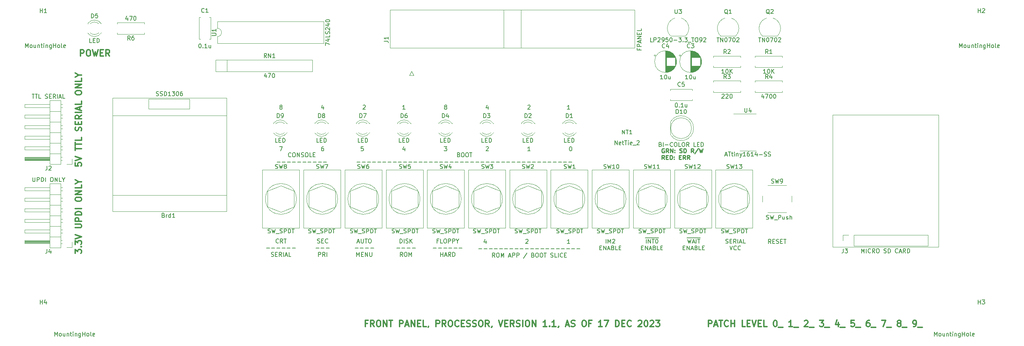
<source format=gbr>
%TF.GenerationSoftware,KiCad,Pcbnew,(6.0.11)*%
%TF.CreationDate,2023-12-23T16:41:23-05:00*%
%TF.ProjectId,front-panel.processor,66726f6e-742d-4706-916e-656c2e70726f,rev?*%
%TF.SameCoordinates,Original*%
%TF.FileFunction,Legend,Top*%
%TF.FilePolarity,Positive*%
%FSLAX46Y46*%
G04 Gerber Fmt 4.6, Leading zero omitted, Abs format (unit mm)*
G04 Created by KiCad (PCBNEW (6.0.11)) date 2023-12-23 16:41:23*
%MOMM*%
%LPD*%
G01*
G04 APERTURE LIST*
%ADD10C,0.300000*%
%ADD11C,0.150000*%
%ADD12C,0.250000*%
%ADD13C,0.120000*%
G04 APERTURE END LIST*
D10*
X117714285Y-225892857D02*
X117214285Y-225892857D01*
X117214285Y-226678571D02*
X117214285Y-225178571D01*
X117928571Y-225178571D01*
X119357142Y-226678571D02*
X118857142Y-225964285D01*
X118500000Y-226678571D02*
X118500000Y-225178571D01*
X119071428Y-225178571D01*
X119214285Y-225250000D01*
X119285714Y-225321428D01*
X119357142Y-225464285D01*
X119357142Y-225678571D01*
X119285714Y-225821428D01*
X119214285Y-225892857D01*
X119071428Y-225964285D01*
X118500000Y-225964285D01*
X120285714Y-225178571D02*
X120571428Y-225178571D01*
X120714285Y-225250000D01*
X120857142Y-225392857D01*
X120928571Y-225678571D01*
X120928571Y-226178571D01*
X120857142Y-226464285D01*
X120714285Y-226607142D01*
X120571428Y-226678571D01*
X120285714Y-226678571D01*
X120142857Y-226607142D01*
X120000000Y-226464285D01*
X119928571Y-226178571D01*
X119928571Y-225678571D01*
X120000000Y-225392857D01*
X120142857Y-225250000D01*
X120285714Y-225178571D01*
X121571428Y-226678571D02*
X121571428Y-225178571D01*
X122428571Y-226678571D01*
X122428571Y-225178571D01*
X122928571Y-225178571D02*
X123785714Y-225178571D01*
X123357142Y-226678571D02*
X123357142Y-225178571D01*
X125428571Y-226678571D02*
X125428571Y-225178571D01*
X126000000Y-225178571D01*
X126142857Y-225250000D01*
X126214285Y-225321428D01*
X126285714Y-225464285D01*
X126285714Y-225678571D01*
X126214285Y-225821428D01*
X126142857Y-225892857D01*
X126000000Y-225964285D01*
X125428571Y-225964285D01*
X126857142Y-226250000D02*
X127571428Y-226250000D01*
X126714285Y-226678571D02*
X127214285Y-225178571D01*
X127714285Y-226678571D01*
X128214285Y-226678571D02*
X128214285Y-225178571D01*
X129071428Y-226678571D01*
X129071428Y-225178571D01*
X129785714Y-225892857D02*
X130285714Y-225892857D01*
X130500000Y-226678571D02*
X129785714Y-226678571D01*
X129785714Y-225178571D01*
X130500000Y-225178571D01*
X131857142Y-226678571D02*
X131142857Y-226678571D01*
X131142857Y-225178571D01*
X132428571Y-226607142D02*
X132428571Y-226678571D01*
X132357142Y-226821428D01*
X132285714Y-226892857D01*
X134214285Y-226678571D02*
X134214285Y-225178571D01*
X134785714Y-225178571D01*
X134928571Y-225250000D01*
X135000000Y-225321428D01*
X135071428Y-225464285D01*
X135071428Y-225678571D01*
X135000000Y-225821428D01*
X134928571Y-225892857D01*
X134785714Y-225964285D01*
X134214285Y-225964285D01*
X136571428Y-226678571D02*
X136071428Y-225964285D01*
X135714285Y-226678571D02*
X135714285Y-225178571D01*
X136285714Y-225178571D01*
X136428571Y-225250000D01*
X136500000Y-225321428D01*
X136571428Y-225464285D01*
X136571428Y-225678571D01*
X136500000Y-225821428D01*
X136428571Y-225892857D01*
X136285714Y-225964285D01*
X135714285Y-225964285D01*
X137500000Y-225178571D02*
X137785714Y-225178571D01*
X137928571Y-225250000D01*
X138071428Y-225392857D01*
X138142857Y-225678571D01*
X138142857Y-226178571D01*
X138071428Y-226464285D01*
X137928571Y-226607142D01*
X137785714Y-226678571D01*
X137500000Y-226678571D01*
X137357142Y-226607142D01*
X137214285Y-226464285D01*
X137142857Y-226178571D01*
X137142857Y-225678571D01*
X137214285Y-225392857D01*
X137357142Y-225250000D01*
X137500000Y-225178571D01*
X139642857Y-226535714D02*
X139571428Y-226607142D01*
X139357142Y-226678571D01*
X139214285Y-226678571D01*
X139000000Y-226607142D01*
X138857142Y-226464285D01*
X138785714Y-226321428D01*
X138714285Y-226035714D01*
X138714285Y-225821428D01*
X138785714Y-225535714D01*
X138857142Y-225392857D01*
X139000000Y-225250000D01*
X139214285Y-225178571D01*
X139357142Y-225178571D01*
X139571428Y-225250000D01*
X139642857Y-225321428D01*
X140285714Y-225892857D02*
X140785714Y-225892857D01*
X141000000Y-226678571D02*
X140285714Y-226678571D01*
X140285714Y-225178571D01*
X141000000Y-225178571D01*
X141571428Y-226607142D02*
X141785714Y-226678571D01*
X142142857Y-226678571D01*
X142285714Y-226607142D01*
X142357142Y-226535714D01*
X142428571Y-226392857D01*
X142428571Y-226250000D01*
X142357142Y-226107142D01*
X142285714Y-226035714D01*
X142142857Y-225964285D01*
X141857142Y-225892857D01*
X141714285Y-225821428D01*
X141642857Y-225750000D01*
X141571428Y-225607142D01*
X141571428Y-225464285D01*
X141642857Y-225321428D01*
X141714285Y-225250000D01*
X141857142Y-225178571D01*
X142214285Y-225178571D01*
X142428571Y-225250000D01*
X143000000Y-226607142D02*
X143214285Y-226678571D01*
X143571428Y-226678571D01*
X143714285Y-226607142D01*
X143785714Y-226535714D01*
X143857142Y-226392857D01*
X143857142Y-226250000D01*
X143785714Y-226107142D01*
X143714285Y-226035714D01*
X143571428Y-225964285D01*
X143285714Y-225892857D01*
X143142857Y-225821428D01*
X143071428Y-225750000D01*
X143000000Y-225607142D01*
X143000000Y-225464285D01*
X143071428Y-225321428D01*
X143142857Y-225250000D01*
X143285714Y-225178571D01*
X143642857Y-225178571D01*
X143857142Y-225250000D01*
X144785714Y-225178571D02*
X145071428Y-225178571D01*
X145214285Y-225250000D01*
X145357142Y-225392857D01*
X145428571Y-225678571D01*
X145428571Y-226178571D01*
X145357142Y-226464285D01*
X145214285Y-226607142D01*
X145071428Y-226678571D01*
X144785714Y-226678571D01*
X144642857Y-226607142D01*
X144500000Y-226464285D01*
X144428571Y-226178571D01*
X144428571Y-225678571D01*
X144500000Y-225392857D01*
X144642857Y-225250000D01*
X144785714Y-225178571D01*
X146928571Y-226678571D02*
X146428571Y-225964285D01*
X146071428Y-226678571D02*
X146071428Y-225178571D01*
X146642857Y-225178571D01*
X146785714Y-225250000D01*
X146857142Y-225321428D01*
X146928571Y-225464285D01*
X146928571Y-225678571D01*
X146857142Y-225821428D01*
X146785714Y-225892857D01*
X146642857Y-225964285D01*
X146071428Y-225964285D01*
X147642857Y-226607142D02*
X147642857Y-226678571D01*
X147571428Y-226821428D01*
X147500000Y-226892857D01*
X149214285Y-225178571D02*
X149714285Y-226678571D01*
X150214285Y-225178571D01*
X150714285Y-225892857D02*
X151214285Y-225892857D01*
X151428571Y-226678571D02*
X150714285Y-226678571D01*
X150714285Y-225178571D01*
X151428571Y-225178571D01*
X152928571Y-226678571D02*
X152428571Y-225964285D01*
X152071428Y-226678571D02*
X152071428Y-225178571D01*
X152642857Y-225178571D01*
X152785714Y-225250000D01*
X152857142Y-225321428D01*
X152928571Y-225464285D01*
X152928571Y-225678571D01*
X152857142Y-225821428D01*
X152785714Y-225892857D01*
X152642857Y-225964285D01*
X152071428Y-225964285D01*
X153500000Y-226607142D02*
X153714285Y-226678571D01*
X154071428Y-226678571D01*
X154214285Y-226607142D01*
X154285714Y-226535714D01*
X154357142Y-226392857D01*
X154357142Y-226250000D01*
X154285714Y-226107142D01*
X154214285Y-226035714D01*
X154071428Y-225964285D01*
X153785714Y-225892857D01*
X153642857Y-225821428D01*
X153571428Y-225750000D01*
X153500000Y-225607142D01*
X153500000Y-225464285D01*
X153571428Y-225321428D01*
X153642857Y-225250000D01*
X153785714Y-225178571D01*
X154142857Y-225178571D01*
X154357142Y-225250000D01*
X155000000Y-226678571D02*
X155000000Y-225178571D01*
X156000000Y-225178571D02*
X156285714Y-225178571D01*
X156428571Y-225250000D01*
X156571428Y-225392857D01*
X156642857Y-225678571D01*
X156642857Y-226178571D01*
X156571428Y-226464285D01*
X156428571Y-226607142D01*
X156285714Y-226678571D01*
X156000000Y-226678571D01*
X155857142Y-226607142D01*
X155714285Y-226464285D01*
X155642857Y-226178571D01*
X155642857Y-225678571D01*
X155714285Y-225392857D01*
X155857142Y-225250000D01*
X156000000Y-225178571D01*
X157285714Y-226678571D02*
X157285714Y-225178571D01*
X158142857Y-226678571D01*
X158142857Y-225178571D01*
X160785714Y-226678571D02*
X159928571Y-226678571D01*
X160357142Y-226678571D02*
X160357142Y-225178571D01*
X160214285Y-225392857D01*
X160071428Y-225535714D01*
X159928571Y-225607142D01*
X161428571Y-226535714D02*
X161500000Y-226607142D01*
X161428571Y-226678571D01*
X161357142Y-226607142D01*
X161428571Y-226535714D01*
X161428571Y-226678571D01*
X162928571Y-226678571D02*
X162071428Y-226678571D01*
X162500000Y-226678571D02*
X162500000Y-225178571D01*
X162357142Y-225392857D01*
X162214285Y-225535714D01*
X162071428Y-225607142D01*
X163642857Y-226607142D02*
X163642857Y-226678571D01*
X163571428Y-226821428D01*
X163500000Y-226892857D01*
X165357142Y-226250000D02*
X166071428Y-226250000D01*
X165214285Y-226678571D02*
X165714285Y-225178571D01*
X166214285Y-226678571D01*
X166642857Y-226607142D02*
X166857142Y-226678571D01*
X167214285Y-226678571D01*
X167357142Y-226607142D01*
X167428571Y-226535714D01*
X167500000Y-226392857D01*
X167500000Y-226250000D01*
X167428571Y-226107142D01*
X167357142Y-226035714D01*
X167214285Y-225964285D01*
X166928571Y-225892857D01*
X166785714Y-225821428D01*
X166714285Y-225750000D01*
X166642857Y-225607142D01*
X166642857Y-225464285D01*
X166714285Y-225321428D01*
X166785714Y-225250000D01*
X166928571Y-225178571D01*
X167285714Y-225178571D01*
X167500000Y-225250000D01*
X169571428Y-225178571D02*
X169857142Y-225178571D01*
X170000000Y-225250000D01*
X170142857Y-225392857D01*
X170214285Y-225678571D01*
X170214285Y-226178571D01*
X170142857Y-226464285D01*
X170000000Y-226607142D01*
X169857142Y-226678571D01*
X169571428Y-226678571D01*
X169428571Y-226607142D01*
X169285714Y-226464285D01*
X169214285Y-226178571D01*
X169214285Y-225678571D01*
X169285714Y-225392857D01*
X169428571Y-225250000D01*
X169571428Y-225178571D01*
X171357142Y-225892857D02*
X170857142Y-225892857D01*
X170857142Y-226678571D02*
X170857142Y-225178571D01*
X171571428Y-225178571D01*
X174071428Y-226678571D02*
X173214285Y-226678571D01*
X173642857Y-226678571D02*
X173642857Y-225178571D01*
X173500000Y-225392857D01*
X173357142Y-225535714D01*
X173214285Y-225607142D01*
X174571428Y-225178571D02*
X175571428Y-225178571D01*
X174928571Y-226678571D01*
X177285714Y-226678571D02*
X177285714Y-225178571D01*
X177642857Y-225178571D01*
X177857142Y-225250000D01*
X178000000Y-225392857D01*
X178071428Y-225535714D01*
X178142857Y-225821428D01*
X178142857Y-226035714D01*
X178071428Y-226321428D01*
X178000000Y-226464285D01*
X177857142Y-226607142D01*
X177642857Y-226678571D01*
X177285714Y-226678571D01*
X178785714Y-225892857D02*
X179285714Y-225892857D01*
X179500000Y-226678571D02*
X178785714Y-226678571D01*
X178785714Y-225178571D01*
X179500000Y-225178571D01*
X181000000Y-226535714D02*
X180928571Y-226607142D01*
X180714285Y-226678571D01*
X180571428Y-226678571D01*
X180357142Y-226607142D01*
X180214285Y-226464285D01*
X180142857Y-226321428D01*
X180071428Y-226035714D01*
X180071428Y-225821428D01*
X180142857Y-225535714D01*
X180214285Y-225392857D01*
X180357142Y-225250000D01*
X180571428Y-225178571D01*
X180714285Y-225178571D01*
X180928571Y-225250000D01*
X181000000Y-225321428D01*
X182714285Y-225321428D02*
X182785714Y-225250000D01*
X182928571Y-225178571D01*
X183285714Y-225178571D01*
X183428571Y-225250000D01*
X183500000Y-225321428D01*
X183571428Y-225464285D01*
X183571428Y-225607142D01*
X183500000Y-225821428D01*
X182642857Y-226678571D01*
X183571428Y-226678571D01*
X184500000Y-225178571D02*
X184642857Y-225178571D01*
X184785714Y-225250000D01*
X184857142Y-225321428D01*
X184928571Y-225464285D01*
X185000000Y-225750000D01*
X185000000Y-226107142D01*
X184928571Y-226392857D01*
X184857142Y-226535714D01*
X184785714Y-226607142D01*
X184642857Y-226678571D01*
X184500000Y-226678571D01*
X184357142Y-226607142D01*
X184285714Y-226535714D01*
X184214285Y-226392857D01*
X184142857Y-226107142D01*
X184142857Y-225750000D01*
X184214285Y-225464285D01*
X184285714Y-225321428D01*
X184357142Y-225250000D01*
X184500000Y-225178571D01*
X185571428Y-225321428D02*
X185642857Y-225250000D01*
X185785714Y-225178571D01*
X186142857Y-225178571D01*
X186285714Y-225250000D01*
X186357142Y-225321428D01*
X186428571Y-225464285D01*
X186428571Y-225607142D01*
X186357142Y-225821428D01*
X185500000Y-226678571D01*
X186428571Y-226678571D01*
X186928571Y-225178571D02*
X187857142Y-225178571D01*
X187357142Y-225750000D01*
X187571428Y-225750000D01*
X187714285Y-225821428D01*
X187785714Y-225892857D01*
X187857142Y-226035714D01*
X187857142Y-226392857D01*
X187785714Y-226535714D01*
X187714285Y-226607142D01*
X187571428Y-226678571D01*
X187142857Y-226678571D01*
X187000000Y-226607142D01*
X186928571Y-226535714D01*
D11*
X184380952Y-205365000D02*
X184857142Y-205365000D01*
X184619047Y-206647380D02*
X184619047Y-205647380D01*
X184857142Y-205365000D02*
X185904761Y-205365000D01*
X185095238Y-206647380D02*
X185095238Y-205647380D01*
X185666666Y-206647380D01*
X185666666Y-205647380D01*
X185904761Y-205365000D02*
X186666666Y-205365000D01*
X186000000Y-205647380D02*
X186571428Y-205647380D01*
X186285714Y-206647380D02*
X186285714Y-205647380D01*
X186666666Y-205365000D02*
X187619047Y-205365000D01*
X187095238Y-205647380D02*
X187190476Y-205647380D01*
X187285714Y-205695000D01*
X187333333Y-205742619D01*
X187380952Y-205837857D01*
X187428571Y-206028333D01*
X187428571Y-206266428D01*
X187380952Y-206456904D01*
X187333333Y-206552142D01*
X187285714Y-206599761D01*
X187190476Y-206647380D01*
X187095238Y-206647380D01*
X187000000Y-206599761D01*
X186952380Y-206552142D01*
X186904761Y-206456904D01*
X186857142Y-206266428D01*
X186857142Y-206028333D01*
X186904761Y-205837857D01*
X186952380Y-205742619D01*
X187000000Y-205695000D01*
X187095238Y-205647380D01*
X183476190Y-207733571D02*
X183809523Y-207733571D01*
X183952380Y-208257380D02*
X183476190Y-208257380D01*
X183476190Y-207257380D01*
X183952380Y-207257380D01*
X184380952Y-208257380D02*
X184380952Y-207257380D01*
X184952380Y-208257380D01*
X184952380Y-207257380D01*
X185380952Y-207971666D02*
X185857142Y-207971666D01*
X185285714Y-208257380D02*
X185619047Y-207257380D01*
X185952380Y-208257380D01*
X186619047Y-207733571D02*
X186761904Y-207781190D01*
X186809523Y-207828809D01*
X186857142Y-207924047D01*
X186857142Y-208066904D01*
X186809523Y-208162142D01*
X186761904Y-208209761D01*
X186666666Y-208257380D01*
X186285714Y-208257380D01*
X186285714Y-207257380D01*
X186619047Y-207257380D01*
X186714285Y-207305000D01*
X186761904Y-207352619D01*
X186809523Y-207447857D01*
X186809523Y-207543095D01*
X186761904Y-207638333D01*
X186714285Y-207685952D01*
X186619047Y-207733571D01*
X186285714Y-207733571D01*
X187761904Y-208257380D02*
X187285714Y-208257380D01*
X187285714Y-207257380D01*
X188095238Y-207733571D02*
X188428571Y-207733571D01*
X188571428Y-208257380D02*
X188095238Y-208257380D01*
X188095238Y-207257380D01*
X188571428Y-207257380D01*
D10*
X48902201Y-161678571D02*
X48902201Y-160178571D01*
X49473629Y-160178571D01*
X49616487Y-160250000D01*
X49687915Y-160321428D01*
X49759344Y-160464285D01*
X49759344Y-160678571D01*
X49687915Y-160821428D01*
X49616487Y-160892857D01*
X49473629Y-160964285D01*
X48902201Y-160964285D01*
X50687915Y-160178571D02*
X50973629Y-160178571D01*
X51116487Y-160250000D01*
X51259344Y-160392857D01*
X51330772Y-160678571D01*
X51330772Y-161178571D01*
X51259344Y-161464285D01*
X51116487Y-161607142D01*
X50973629Y-161678571D01*
X50687915Y-161678571D01*
X50545058Y-161607142D01*
X50402201Y-161464285D01*
X50330772Y-161178571D01*
X50330772Y-160678571D01*
X50402201Y-160392857D01*
X50545058Y-160250000D01*
X50687915Y-160178571D01*
X51830772Y-160178571D02*
X52187915Y-161678571D01*
X52473629Y-160607142D01*
X52759344Y-161678571D01*
X53116487Y-160178571D01*
X53687915Y-160892857D02*
X54187915Y-160892857D01*
X54402201Y-161678571D02*
X53687915Y-161678571D01*
X53687915Y-160178571D01*
X54402201Y-160178571D01*
X55902201Y-161678571D02*
X55402201Y-160964285D01*
X55045058Y-161678571D02*
X55045058Y-160178571D01*
X55616487Y-160178571D01*
X55759344Y-160250000D01*
X55830772Y-160321428D01*
X55902201Y-160464285D01*
X55902201Y-160678571D01*
X55830772Y-160821428D01*
X55759344Y-160892857D01*
X55616487Y-160964285D01*
X55045058Y-160964285D01*
D11*
X146190476Y-206035714D02*
X146190476Y-206702380D01*
X145952380Y-205654761D02*
X145714285Y-206369047D01*
X146333333Y-206369047D01*
X96904761Y-173880952D02*
X96809523Y-173833333D01*
X96761904Y-173785714D01*
X96714285Y-173690476D01*
X96714285Y-173642857D01*
X96761904Y-173547619D01*
X96809523Y-173500000D01*
X96904761Y-173452380D01*
X97095238Y-173452380D01*
X97190476Y-173500000D01*
X97238095Y-173547619D01*
X97285714Y-173642857D01*
X97285714Y-173690476D01*
X97238095Y-173785714D01*
X97190476Y-173833333D01*
X97095238Y-173880952D01*
X96904761Y-173880952D01*
X96809523Y-173928571D01*
X96761904Y-173976190D01*
X96714285Y-174071428D01*
X96714285Y-174261904D01*
X96761904Y-174357142D01*
X96809523Y-174404761D01*
X96904761Y-174452380D01*
X97095238Y-174452380D01*
X97190476Y-174404761D01*
X97238095Y-174357142D01*
X97285714Y-174261904D01*
X97285714Y-174071428D01*
X97238095Y-173976190D01*
X97190476Y-173928571D01*
X97095238Y-173880952D01*
X126785714Y-174452380D02*
X126214285Y-174452380D01*
X126500000Y-174452380D02*
X126500000Y-173452380D01*
X126404761Y-173595238D01*
X126309523Y-173690476D01*
X126214285Y-173738095D01*
X116714285Y-173547619D02*
X116761904Y-173500000D01*
X116857142Y-173452380D01*
X117095238Y-173452380D01*
X117190476Y-173500000D01*
X117238095Y-173547619D01*
X117285714Y-173642857D01*
X117285714Y-173738095D01*
X117238095Y-173880952D01*
X116666666Y-174452380D01*
X117285714Y-174452380D01*
X146214285Y-183547619D02*
X146261904Y-183500000D01*
X146357142Y-183452380D01*
X146595238Y-183452380D01*
X146690476Y-183500000D01*
X146738095Y-183547619D01*
X146785714Y-183642857D01*
X146785714Y-183738095D01*
X146738095Y-183880952D01*
X146166666Y-184452380D01*
X146785714Y-184452380D01*
X203690476Y-206599761D02*
X203833333Y-206647380D01*
X204071428Y-206647380D01*
X204166666Y-206599761D01*
X204214285Y-206552142D01*
X204261904Y-206456904D01*
X204261904Y-206361666D01*
X204214285Y-206266428D01*
X204166666Y-206218809D01*
X204071428Y-206171190D01*
X203880952Y-206123571D01*
X203785714Y-206075952D01*
X203738095Y-206028333D01*
X203690476Y-205933095D01*
X203690476Y-205837857D01*
X203738095Y-205742619D01*
X203785714Y-205695000D01*
X203880952Y-205647380D01*
X204119047Y-205647380D01*
X204261904Y-205695000D01*
X204690476Y-206123571D02*
X205023809Y-206123571D01*
X205166666Y-206647380D02*
X204690476Y-206647380D01*
X204690476Y-205647380D01*
X205166666Y-205647380D01*
X206166666Y-206647380D02*
X205833333Y-206171190D01*
X205595238Y-206647380D02*
X205595238Y-205647380D01*
X205976190Y-205647380D01*
X206071428Y-205695000D01*
X206119047Y-205742619D01*
X206166666Y-205837857D01*
X206166666Y-205980714D01*
X206119047Y-206075952D01*
X206071428Y-206123571D01*
X205976190Y-206171190D01*
X205595238Y-206171190D01*
X206595238Y-206647380D02*
X206595238Y-205647380D01*
X207023809Y-206361666D02*
X207500000Y-206361666D01*
X206928571Y-206647380D02*
X207261904Y-205647380D01*
X207595238Y-206647380D01*
X208404761Y-206647380D02*
X207928571Y-206647380D01*
X207928571Y-205647380D01*
X204666666Y-207257380D02*
X205000000Y-208257380D01*
X205333333Y-207257380D01*
X206238095Y-208162142D02*
X206190476Y-208209761D01*
X206047619Y-208257380D01*
X205952380Y-208257380D01*
X205809523Y-208209761D01*
X205714285Y-208114523D01*
X205666666Y-208019285D01*
X205619047Y-207828809D01*
X205619047Y-207685952D01*
X205666666Y-207495476D01*
X205714285Y-207400238D01*
X205809523Y-207305000D01*
X205952380Y-207257380D01*
X206047619Y-207257380D01*
X206190476Y-207305000D01*
X206238095Y-207352619D01*
X207238095Y-208162142D02*
X207190476Y-208209761D01*
X207047619Y-208257380D01*
X206952380Y-208257380D01*
X206809523Y-208209761D01*
X206714285Y-208114523D01*
X206666666Y-208019285D01*
X206619047Y-207828809D01*
X206619047Y-207685952D01*
X206666666Y-207495476D01*
X206714285Y-207400238D01*
X206809523Y-207305000D01*
X206952380Y-207257380D01*
X207047619Y-207257380D01*
X207190476Y-207305000D01*
X207238095Y-207352619D01*
X166285714Y-174452380D02*
X165714285Y-174452380D01*
X166000000Y-174452380D02*
X166000000Y-173452380D01*
X165904761Y-173595238D01*
X165809523Y-173690476D01*
X165714285Y-173738095D01*
X156214285Y-173547619D02*
X156261904Y-173500000D01*
X156357142Y-173452380D01*
X156595238Y-173452380D01*
X156690476Y-173500000D01*
X156738095Y-173547619D01*
X156785714Y-173642857D01*
X156785714Y-173738095D01*
X156738095Y-173880952D01*
X156166666Y-174452380D01*
X156785714Y-174452380D01*
X156785714Y-184452380D02*
X156214285Y-184452380D01*
X156500000Y-184452380D02*
X156500000Y-183452380D01*
X156404761Y-183595238D01*
X156309523Y-183690476D01*
X156214285Y-183738095D01*
X105761904Y-206544761D02*
X105904761Y-206592380D01*
X106142857Y-206592380D01*
X106238095Y-206544761D01*
X106285714Y-206497142D01*
X106333333Y-206401904D01*
X106333333Y-206306666D01*
X106285714Y-206211428D01*
X106238095Y-206163809D01*
X106142857Y-206116190D01*
X105952380Y-206068571D01*
X105857142Y-206020952D01*
X105809523Y-205973333D01*
X105761904Y-205878095D01*
X105761904Y-205782857D01*
X105809523Y-205687619D01*
X105857142Y-205640000D01*
X105952380Y-205592380D01*
X106190476Y-205592380D01*
X106333333Y-205640000D01*
X106761904Y-206068571D02*
X107095238Y-206068571D01*
X107238095Y-206592380D02*
X106761904Y-206592380D01*
X106761904Y-205592380D01*
X107238095Y-205592380D01*
X108238095Y-206497142D02*
X108190476Y-206544761D01*
X108047619Y-206592380D01*
X107952380Y-206592380D01*
X107809523Y-206544761D01*
X107714285Y-206449523D01*
X107666666Y-206354285D01*
X107619047Y-206163809D01*
X107619047Y-206020952D01*
X107666666Y-205830476D01*
X107714285Y-205735238D01*
X107809523Y-205640000D01*
X107952380Y-205592380D01*
X108047619Y-205592380D01*
X108190476Y-205640000D01*
X108238095Y-205687619D01*
X105380952Y-207821428D02*
X106142857Y-207821428D01*
X106619047Y-207821428D02*
X107380952Y-207821428D01*
X107857142Y-207821428D02*
X108619047Y-207821428D01*
X106000000Y-209812380D02*
X106000000Y-208812380D01*
X106380952Y-208812380D01*
X106476190Y-208860000D01*
X106523809Y-208907619D01*
X106571428Y-209002857D01*
X106571428Y-209145714D01*
X106523809Y-209240952D01*
X106476190Y-209288571D01*
X106380952Y-209336190D01*
X106000000Y-209336190D01*
X107571428Y-209812380D02*
X107238095Y-209336190D01*
X107000000Y-209812380D02*
X107000000Y-208812380D01*
X107380952Y-208812380D01*
X107476190Y-208860000D01*
X107523809Y-208907619D01*
X107571428Y-209002857D01*
X107571428Y-209145714D01*
X107523809Y-209240952D01*
X107476190Y-209288571D01*
X107380952Y-209336190D01*
X107000000Y-209336190D01*
X108000000Y-209812380D02*
X108000000Y-208812380D01*
X125523809Y-206592380D02*
X125523809Y-205592380D01*
X125761904Y-205592380D01*
X125904761Y-205640000D01*
X126000000Y-205735238D01*
X126047619Y-205830476D01*
X126095238Y-206020952D01*
X126095238Y-206163809D01*
X126047619Y-206354285D01*
X126000000Y-206449523D01*
X125904761Y-206544761D01*
X125761904Y-206592380D01*
X125523809Y-206592380D01*
X126523809Y-206592380D02*
X126523809Y-205592380D01*
X126952380Y-206544761D02*
X127095238Y-206592380D01*
X127333333Y-206592380D01*
X127428571Y-206544761D01*
X127476190Y-206497142D01*
X127523809Y-206401904D01*
X127523809Y-206306666D01*
X127476190Y-206211428D01*
X127428571Y-206163809D01*
X127333333Y-206116190D01*
X127142857Y-206068571D01*
X127047619Y-206020952D01*
X127000000Y-205973333D01*
X126952380Y-205878095D01*
X126952380Y-205782857D01*
X127000000Y-205687619D01*
X127047619Y-205640000D01*
X127142857Y-205592380D01*
X127380952Y-205592380D01*
X127523809Y-205640000D01*
X127952380Y-206592380D02*
X127952380Y-205592380D01*
X128523809Y-206592380D02*
X128095238Y-206020952D01*
X128523809Y-205592380D02*
X127952380Y-206163809D01*
X124761904Y-207821428D02*
X125523809Y-207821428D01*
X126000000Y-207821428D02*
X126761904Y-207821428D01*
X127238095Y-207821428D02*
X128000000Y-207821428D01*
X128476190Y-207821428D02*
X129238095Y-207821428D01*
X126214285Y-209812380D02*
X125880952Y-209336190D01*
X125642857Y-209812380D02*
X125642857Y-208812380D01*
X126023809Y-208812380D01*
X126119047Y-208860000D01*
X126166666Y-208907619D01*
X126214285Y-209002857D01*
X126214285Y-209145714D01*
X126166666Y-209240952D01*
X126119047Y-209288571D01*
X126023809Y-209336190D01*
X125642857Y-209336190D01*
X126833333Y-208812380D02*
X127023809Y-208812380D01*
X127119047Y-208860000D01*
X127214285Y-208955238D01*
X127261904Y-209145714D01*
X127261904Y-209479047D01*
X127214285Y-209669523D01*
X127119047Y-209764761D01*
X127023809Y-209812380D01*
X126833333Y-209812380D01*
X126738095Y-209764761D01*
X126642857Y-209669523D01*
X126595238Y-209479047D01*
X126595238Y-209145714D01*
X126642857Y-208955238D01*
X126738095Y-208860000D01*
X126833333Y-208812380D01*
X127690476Y-209812380D02*
X127690476Y-208812380D01*
X128023809Y-209526666D01*
X128357142Y-208812380D01*
X128357142Y-209812380D01*
X144446912Y-208016428D02*
X145208817Y-208016428D01*
X145685008Y-208016428D02*
X146446912Y-208016428D01*
X146923103Y-208016428D02*
X147685008Y-208016428D01*
X148161198Y-208016428D02*
X148923103Y-208016428D01*
X149399293Y-208016428D02*
X150161198Y-208016428D01*
X150637389Y-208016428D02*
X151399293Y-208016428D01*
X151875484Y-208016428D02*
X152637389Y-208016428D01*
X153113579Y-208016428D02*
X153875484Y-208016428D01*
X154351674Y-208016428D02*
X155113579Y-208016428D01*
X155589770Y-208016428D02*
X156351674Y-208016428D01*
X156827865Y-208016428D02*
X157589770Y-208016428D01*
X158065960Y-208016428D02*
X158827865Y-208016428D01*
X159304055Y-208016428D02*
X160065960Y-208016428D01*
X160542150Y-208016428D02*
X161304055Y-208016428D01*
X161780246Y-208016428D02*
X162542150Y-208016428D01*
X163018341Y-208016428D02*
X163780246Y-208016428D01*
X164256436Y-208016428D02*
X165018341Y-208016428D01*
X165494531Y-208016428D02*
X166256436Y-208016428D01*
X166732627Y-208016428D02*
X167494531Y-208016428D01*
X167970722Y-208016428D02*
X168732627Y-208016428D01*
X148327865Y-210007380D02*
X147994531Y-209531190D01*
X147756436Y-210007380D02*
X147756436Y-209007380D01*
X148137389Y-209007380D01*
X148232627Y-209055000D01*
X148280246Y-209102619D01*
X148327865Y-209197857D01*
X148327865Y-209340714D01*
X148280246Y-209435952D01*
X148232627Y-209483571D01*
X148137389Y-209531190D01*
X147756436Y-209531190D01*
X148946912Y-209007380D02*
X149137389Y-209007380D01*
X149232627Y-209055000D01*
X149327865Y-209150238D01*
X149375484Y-209340714D01*
X149375484Y-209674047D01*
X149327865Y-209864523D01*
X149232627Y-209959761D01*
X149137389Y-210007380D01*
X148946912Y-210007380D01*
X148851674Y-209959761D01*
X148756436Y-209864523D01*
X148708817Y-209674047D01*
X148708817Y-209340714D01*
X148756436Y-209150238D01*
X148851674Y-209055000D01*
X148946912Y-209007380D01*
X149804055Y-210007380D02*
X149804055Y-209007380D01*
X150137389Y-209721666D01*
X150470722Y-209007380D01*
X150470722Y-210007380D01*
X151661198Y-209721666D02*
X152137389Y-209721666D01*
X151565960Y-210007380D02*
X151899293Y-209007380D01*
X152232627Y-210007380D01*
X152565960Y-210007380D02*
X152565960Y-209007380D01*
X152946912Y-209007380D01*
X153042150Y-209055000D01*
X153089770Y-209102619D01*
X153137389Y-209197857D01*
X153137389Y-209340714D01*
X153089770Y-209435952D01*
X153042150Y-209483571D01*
X152946912Y-209531190D01*
X152565960Y-209531190D01*
X153565960Y-210007380D02*
X153565960Y-209007380D01*
X153946912Y-209007380D01*
X154042150Y-209055000D01*
X154089770Y-209102619D01*
X154137389Y-209197857D01*
X154137389Y-209340714D01*
X154089770Y-209435952D01*
X154042150Y-209483571D01*
X153946912Y-209531190D01*
X153565960Y-209531190D01*
X156042150Y-208959761D02*
X155185008Y-210245476D01*
X157470722Y-209483571D02*
X157613579Y-209531190D01*
X157661198Y-209578809D01*
X157708817Y-209674047D01*
X157708817Y-209816904D01*
X157661198Y-209912142D01*
X157613579Y-209959761D01*
X157518341Y-210007380D01*
X157137389Y-210007380D01*
X157137389Y-209007380D01*
X157470722Y-209007380D01*
X157565960Y-209055000D01*
X157613579Y-209102619D01*
X157661198Y-209197857D01*
X157661198Y-209293095D01*
X157613579Y-209388333D01*
X157565960Y-209435952D01*
X157470722Y-209483571D01*
X157137389Y-209483571D01*
X158327865Y-209007380D02*
X158518341Y-209007380D01*
X158613579Y-209055000D01*
X158708817Y-209150238D01*
X158756436Y-209340714D01*
X158756436Y-209674047D01*
X158708817Y-209864523D01*
X158613579Y-209959761D01*
X158518341Y-210007380D01*
X158327865Y-210007380D01*
X158232627Y-209959761D01*
X158137389Y-209864523D01*
X158089770Y-209674047D01*
X158089770Y-209340714D01*
X158137389Y-209150238D01*
X158232627Y-209055000D01*
X158327865Y-209007380D01*
X159375484Y-209007380D02*
X159565960Y-209007380D01*
X159661198Y-209055000D01*
X159756436Y-209150238D01*
X159804055Y-209340714D01*
X159804055Y-209674047D01*
X159756436Y-209864523D01*
X159661198Y-209959761D01*
X159565960Y-210007380D01*
X159375484Y-210007380D01*
X159280246Y-209959761D01*
X159185008Y-209864523D01*
X159137389Y-209674047D01*
X159137389Y-209340714D01*
X159185008Y-209150238D01*
X159280246Y-209055000D01*
X159375484Y-209007380D01*
X160089770Y-209007380D02*
X160661198Y-209007380D01*
X160375484Y-210007380D02*
X160375484Y-209007380D01*
X161708817Y-209959761D02*
X161851674Y-210007380D01*
X162089770Y-210007380D01*
X162185008Y-209959761D01*
X162232627Y-209912142D01*
X162280246Y-209816904D01*
X162280246Y-209721666D01*
X162232627Y-209626428D01*
X162185008Y-209578809D01*
X162089770Y-209531190D01*
X161899293Y-209483571D01*
X161804055Y-209435952D01*
X161756436Y-209388333D01*
X161708817Y-209293095D01*
X161708817Y-209197857D01*
X161756436Y-209102619D01*
X161804055Y-209055000D01*
X161899293Y-209007380D01*
X162137389Y-209007380D01*
X162280246Y-209055000D01*
X163185008Y-210007380D02*
X162708817Y-210007380D01*
X162708817Y-209007380D01*
X163518341Y-210007380D02*
X163518341Y-209007380D01*
X164565960Y-209912142D02*
X164518341Y-209959761D01*
X164375484Y-210007380D01*
X164280246Y-210007380D01*
X164137389Y-209959761D01*
X164042150Y-209864523D01*
X163994531Y-209769285D01*
X163946912Y-209578809D01*
X163946912Y-209435952D01*
X163994531Y-209245476D01*
X164042150Y-209150238D01*
X164137389Y-209055000D01*
X164280246Y-209007380D01*
X164375484Y-209007380D01*
X164518341Y-209055000D01*
X164565960Y-209102619D01*
X164994531Y-209483571D02*
X165327865Y-209483571D01*
X165470722Y-210007380D02*
X164994531Y-210007380D01*
X164994531Y-209007380D01*
X165470722Y-209007380D01*
D10*
X199500000Y-226678571D02*
X199500000Y-225178571D01*
X200071428Y-225178571D01*
X200214285Y-225250000D01*
X200285714Y-225321428D01*
X200357142Y-225464285D01*
X200357142Y-225678571D01*
X200285714Y-225821428D01*
X200214285Y-225892857D01*
X200071428Y-225964285D01*
X199500000Y-225964285D01*
X200928571Y-226250000D02*
X201642857Y-226250000D01*
X200785714Y-226678571D02*
X201285714Y-225178571D01*
X201785714Y-226678571D01*
X202071428Y-225178571D02*
X202928571Y-225178571D01*
X202500000Y-226678571D02*
X202500000Y-225178571D01*
X204285714Y-226535714D02*
X204214285Y-226607142D01*
X204000000Y-226678571D01*
X203857142Y-226678571D01*
X203642857Y-226607142D01*
X203500000Y-226464285D01*
X203428571Y-226321428D01*
X203357142Y-226035714D01*
X203357142Y-225821428D01*
X203428571Y-225535714D01*
X203500000Y-225392857D01*
X203642857Y-225250000D01*
X203857142Y-225178571D01*
X204000000Y-225178571D01*
X204214285Y-225250000D01*
X204285714Y-225321428D01*
X204928571Y-226678571D02*
X204928571Y-225178571D01*
X204928571Y-225892857D02*
X205785714Y-225892857D01*
X205785714Y-226678571D02*
X205785714Y-225178571D01*
X208357142Y-226678571D02*
X207642857Y-226678571D01*
X207642857Y-225178571D01*
X208857142Y-225892857D02*
X209357142Y-225892857D01*
X209571428Y-226678571D02*
X208857142Y-226678571D01*
X208857142Y-225178571D01*
X209571428Y-225178571D01*
X210000000Y-225178571D02*
X210500000Y-226678571D01*
X211000000Y-225178571D01*
X211500000Y-225892857D02*
X212000000Y-225892857D01*
X212214285Y-226678571D02*
X211500000Y-226678571D01*
X211500000Y-225178571D01*
X212214285Y-225178571D01*
X213571428Y-226678571D02*
X212857142Y-226678571D01*
X212857142Y-225178571D01*
X215500000Y-225178571D02*
X215642857Y-225178571D01*
X215785714Y-225250000D01*
X215857142Y-225321428D01*
X215928571Y-225464285D01*
X216000000Y-225750000D01*
X216000000Y-226107142D01*
X215928571Y-226392857D01*
X215857142Y-226535714D01*
X215785714Y-226607142D01*
X215642857Y-226678571D01*
X215500000Y-226678571D01*
X215357142Y-226607142D01*
X215285714Y-226535714D01*
X215214285Y-226392857D01*
X215142857Y-226107142D01*
X215142857Y-225750000D01*
X215214285Y-225464285D01*
X215285714Y-225321428D01*
X215357142Y-225250000D01*
X215500000Y-225178571D01*
X216285714Y-226821428D02*
X217428571Y-226821428D01*
X219714285Y-226678571D02*
X218857142Y-226678571D01*
X219285714Y-226678571D02*
X219285714Y-225178571D01*
X219142857Y-225392857D01*
X219000000Y-225535714D01*
X218857142Y-225607142D01*
X220000000Y-226821428D02*
X221142857Y-226821428D01*
X222571428Y-225321428D02*
X222642857Y-225250000D01*
X222785714Y-225178571D01*
X223142857Y-225178571D01*
X223285714Y-225250000D01*
X223357142Y-225321428D01*
X223428571Y-225464285D01*
X223428571Y-225607142D01*
X223357142Y-225821428D01*
X222500000Y-226678571D01*
X223428571Y-226678571D01*
X223714285Y-226821428D02*
X224857142Y-226821428D01*
X226214285Y-225178571D02*
X227142857Y-225178571D01*
X226642857Y-225750000D01*
X226857142Y-225750000D01*
X227000000Y-225821428D01*
X227071428Y-225892857D01*
X227142857Y-226035714D01*
X227142857Y-226392857D01*
X227071428Y-226535714D01*
X227000000Y-226607142D01*
X226857142Y-226678571D01*
X226428571Y-226678571D01*
X226285714Y-226607142D01*
X226214285Y-226535714D01*
X227428571Y-226821428D02*
X228571428Y-226821428D01*
X230714285Y-225678571D02*
X230714285Y-226678571D01*
X230357142Y-225107142D02*
X230000000Y-226178571D01*
X230928571Y-226178571D01*
X231142857Y-226821428D02*
X232285714Y-226821428D01*
X234500000Y-225178571D02*
X233785714Y-225178571D01*
X233714285Y-225892857D01*
X233785714Y-225821428D01*
X233928571Y-225750000D01*
X234285714Y-225750000D01*
X234428571Y-225821428D01*
X234500000Y-225892857D01*
X234571428Y-226035714D01*
X234571428Y-226392857D01*
X234500000Y-226535714D01*
X234428571Y-226607142D01*
X234285714Y-226678571D01*
X233928571Y-226678571D01*
X233785714Y-226607142D01*
X233714285Y-226535714D01*
X234857142Y-226821428D02*
X235999999Y-226821428D01*
X238142857Y-225178571D02*
X237857142Y-225178571D01*
X237714285Y-225250000D01*
X237642857Y-225321428D01*
X237499999Y-225535714D01*
X237428571Y-225821428D01*
X237428571Y-226392857D01*
X237499999Y-226535714D01*
X237571428Y-226607142D01*
X237714285Y-226678571D01*
X237999999Y-226678571D01*
X238142857Y-226607142D01*
X238214285Y-226535714D01*
X238285714Y-226392857D01*
X238285714Y-226035714D01*
X238214285Y-225892857D01*
X238142857Y-225821428D01*
X237999999Y-225750000D01*
X237714285Y-225750000D01*
X237571428Y-225821428D01*
X237499999Y-225892857D01*
X237428571Y-226035714D01*
X238571428Y-226821428D02*
X239714285Y-226821428D01*
X241071428Y-225178571D02*
X242071428Y-225178571D01*
X241428571Y-226678571D01*
X242285714Y-226821428D02*
X243428571Y-226821428D01*
X245142857Y-225821428D02*
X244999999Y-225750000D01*
X244928571Y-225678571D01*
X244857142Y-225535714D01*
X244857142Y-225464285D01*
X244928571Y-225321428D01*
X244999999Y-225250000D01*
X245142857Y-225178571D01*
X245428571Y-225178571D01*
X245571428Y-225250000D01*
X245642857Y-225321428D01*
X245714285Y-225464285D01*
X245714285Y-225535714D01*
X245642857Y-225678571D01*
X245571428Y-225750000D01*
X245428571Y-225821428D01*
X245142857Y-225821428D01*
X244999999Y-225892857D01*
X244928571Y-225964285D01*
X244857142Y-226107142D01*
X244857142Y-226392857D01*
X244928571Y-226535714D01*
X244999999Y-226607142D01*
X245142857Y-226678571D01*
X245428571Y-226678571D01*
X245571428Y-226607142D01*
X245642857Y-226535714D01*
X245714285Y-226392857D01*
X245714285Y-226107142D01*
X245642857Y-225964285D01*
X245571428Y-225892857D01*
X245428571Y-225821428D01*
X245999999Y-226821428D02*
X247142857Y-226821428D01*
X248714285Y-226678571D02*
X248999999Y-226678571D01*
X249142857Y-226607142D01*
X249214285Y-226535714D01*
X249357142Y-226321428D01*
X249428571Y-226035714D01*
X249428571Y-225464285D01*
X249357142Y-225321428D01*
X249285714Y-225250000D01*
X249142857Y-225178571D01*
X248857142Y-225178571D01*
X248714285Y-225250000D01*
X248642857Y-225321428D01*
X248571428Y-225464285D01*
X248571428Y-225821428D01*
X248642857Y-225964285D01*
X248714285Y-226035714D01*
X248857142Y-226107142D01*
X249142857Y-226107142D01*
X249285714Y-226035714D01*
X249357142Y-225964285D01*
X249428571Y-225821428D01*
X249714285Y-226821428D02*
X250857142Y-226821428D01*
D11*
X96666666Y-183452380D02*
X97333333Y-183452380D01*
X96904761Y-184452380D01*
X146690476Y-173785714D02*
X146690476Y-174452380D01*
X146452380Y-173404761D02*
X146214285Y-174119047D01*
X146833333Y-174119047D01*
X139642857Y-185373571D02*
X139785714Y-185421190D01*
X139833333Y-185468809D01*
X139880952Y-185564047D01*
X139880952Y-185706904D01*
X139833333Y-185802142D01*
X139785714Y-185849761D01*
X139690476Y-185897380D01*
X139309523Y-185897380D01*
X139309523Y-184897380D01*
X139642857Y-184897380D01*
X139738095Y-184945000D01*
X139785714Y-184992619D01*
X139833333Y-185087857D01*
X139833333Y-185183095D01*
X139785714Y-185278333D01*
X139738095Y-185325952D01*
X139642857Y-185373571D01*
X139309523Y-185373571D01*
X140500000Y-184897380D02*
X140690476Y-184897380D01*
X140785714Y-184945000D01*
X140880952Y-185040238D01*
X140928571Y-185230714D01*
X140928571Y-185564047D01*
X140880952Y-185754523D01*
X140785714Y-185849761D01*
X140690476Y-185897380D01*
X140500000Y-185897380D01*
X140404761Y-185849761D01*
X140309523Y-185754523D01*
X140261904Y-185564047D01*
X140261904Y-185230714D01*
X140309523Y-185040238D01*
X140404761Y-184945000D01*
X140500000Y-184897380D01*
X141547619Y-184897380D02*
X141738095Y-184897380D01*
X141833333Y-184945000D01*
X141928571Y-185040238D01*
X141976190Y-185230714D01*
X141976190Y-185564047D01*
X141928571Y-185754523D01*
X141833333Y-185849761D01*
X141738095Y-185897380D01*
X141547619Y-185897380D01*
X141452380Y-185849761D01*
X141357142Y-185754523D01*
X141309523Y-185564047D01*
X141309523Y-185230714D01*
X141357142Y-185040238D01*
X141452380Y-184945000D01*
X141547619Y-184897380D01*
X142261904Y-184897380D02*
X142833333Y-184897380D01*
X142547619Y-185897380D02*
X142547619Y-184897380D01*
X115238095Y-187126428D02*
X115999999Y-187126428D01*
X116476190Y-187126428D02*
X117238095Y-187126428D01*
X117714285Y-187126428D02*
X118476190Y-187126428D01*
X118952380Y-187126428D02*
X119714285Y-187126428D01*
X120190476Y-187126428D02*
X120952380Y-187126428D01*
X121428571Y-187126428D02*
X122190476Y-187126428D01*
X122666666Y-187126428D02*
X123428571Y-187126428D01*
X123904761Y-187126428D02*
X124666666Y-187126428D01*
X125142857Y-187126428D02*
X125904761Y-187126428D01*
X126380952Y-187126428D02*
X127142857Y-187126428D01*
X127619047Y-187126428D02*
X128380952Y-187126428D01*
X128857142Y-187126428D02*
X129619047Y-187126428D01*
X130095238Y-187126428D02*
X130857142Y-187126428D01*
X131333333Y-187126428D02*
X132095238Y-187126428D01*
X132571428Y-187126428D02*
X133333333Y-187126428D01*
X133809523Y-187126428D02*
X134571428Y-187126428D01*
X135047619Y-187126428D02*
X135809523Y-187126428D01*
X136285714Y-187126428D02*
X137047619Y-187126428D01*
X137523809Y-187126428D02*
X138285714Y-187126428D01*
X138761904Y-187126428D02*
X139523809Y-187126428D01*
X140000000Y-187126428D02*
X140761904Y-187126428D01*
X141238095Y-187126428D02*
X142000000Y-187126428D01*
X142476190Y-187126428D02*
X143238095Y-187126428D01*
X143714285Y-187126428D02*
X144476190Y-187126428D01*
X144952380Y-187126428D02*
X145714285Y-187126428D01*
X146190476Y-187126428D02*
X146952380Y-187126428D01*
X147428571Y-187126428D02*
X148190476Y-187126428D01*
X148666666Y-187126428D02*
X149428571Y-187126428D01*
X149904761Y-187126428D02*
X150666666Y-187126428D01*
X151142857Y-187126428D02*
X151904761Y-187126428D01*
X152380952Y-187126428D02*
X153142857Y-187126428D01*
X153619047Y-187126428D02*
X154380952Y-187126428D01*
X154857142Y-187126428D02*
X155619047Y-187126428D01*
X156095238Y-187126428D02*
X156857142Y-187126428D01*
X157333333Y-187126428D02*
X158095238Y-187126428D01*
X158571428Y-187126428D02*
X159333333Y-187126428D01*
X159809523Y-187126428D02*
X160571428Y-187126428D01*
X161047619Y-187126428D02*
X161809523Y-187126428D01*
X162285714Y-187126428D02*
X163047619Y-187126428D01*
X163523809Y-187126428D02*
X164285714Y-187126428D01*
X164761904Y-187126428D02*
X165523809Y-187126428D01*
X166000000Y-187126428D02*
X166761904Y-187126428D01*
X166285714Y-206702380D02*
X165714285Y-206702380D01*
X166000000Y-206702380D02*
X166000000Y-205702380D01*
X165904761Y-205845238D01*
X165809523Y-205940476D01*
X165714285Y-205988095D01*
D10*
X47678571Y-209071428D02*
X47678571Y-208142857D01*
X48250000Y-208642857D01*
X48250000Y-208428571D01*
X48321428Y-208285714D01*
X48392857Y-208214285D01*
X48535714Y-208142857D01*
X48892857Y-208142857D01*
X49035714Y-208214285D01*
X49107142Y-208285714D01*
X49178571Y-208428571D01*
X49178571Y-208857142D01*
X49107142Y-209000000D01*
X49035714Y-209071428D01*
X49035714Y-207500000D02*
X49107142Y-207428571D01*
X49178571Y-207500000D01*
X49107142Y-207571428D01*
X49035714Y-207500000D01*
X49178571Y-207500000D01*
X47678571Y-206928571D02*
X47678571Y-206000000D01*
X48250000Y-206500000D01*
X48250000Y-206285714D01*
X48321428Y-206142857D01*
X48392857Y-206071428D01*
X48535714Y-206000000D01*
X48892857Y-206000000D01*
X49035714Y-206071428D01*
X49107142Y-206142857D01*
X49178571Y-206285714D01*
X49178571Y-206714285D01*
X49107142Y-206857142D01*
X49035714Y-206928571D01*
X47678571Y-205571428D02*
X49178571Y-205071428D01*
X47678571Y-204571428D01*
X47678571Y-202928571D02*
X48892857Y-202928571D01*
X49035714Y-202857142D01*
X49107142Y-202785714D01*
X49178571Y-202642857D01*
X49178571Y-202357142D01*
X49107142Y-202214285D01*
X49035714Y-202142857D01*
X48892857Y-202071428D01*
X47678571Y-202071428D01*
X49178571Y-201357142D02*
X47678571Y-201357142D01*
X47678571Y-200785714D01*
X47750000Y-200642857D01*
X47821428Y-200571428D01*
X47964285Y-200500000D01*
X48178571Y-200500000D01*
X48321428Y-200571428D01*
X48392857Y-200642857D01*
X48464285Y-200785714D01*
X48464285Y-201357142D01*
X49178571Y-199857142D02*
X47678571Y-199857142D01*
X47678571Y-199500000D01*
X47750000Y-199285714D01*
X47892857Y-199142857D01*
X48035714Y-199071428D01*
X48321428Y-199000000D01*
X48535714Y-199000000D01*
X48821428Y-199071428D01*
X48964285Y-199142857D01*
X49107142Y-199285714D01*
X49178571Y-199500000D01*
X49178571Y-199857142D01*
X49178571Y-198357142D02*
X47678571Y-198357142D01*
X47678571Y-196214285D02*
X47678571Y-195928571D01*
X47750000Y-195785714D01*
X47892857Y-195642857D01*
X48178571Y-195571428D01*
X48678571Y-195571428D01*
X48964285Y-195642857D01*
X49107142Y-195785714D01*
X49178571Y-195928571D01*
X49178571Y-196214285D01*
X49107142Y-196357142D01*
X48964285Y-196500000D01*
X48678571Y-196571428D01*
X48178571Y-196571428D01*
X47892857Y-196500000D01*
X47750000Y-196357142D01*
X47678571Y-196214285D01*
X49178571Y-194928571D02*
X47678571Y-194928571D01*
X49178571Y-194071428D01*
X47678571Y-194071428D01*
X49178571Y-192642857D02*
X49178571Y-193357142D01*
X47678571Y-193357142D01*
X48464285Y-191857142D02*
X49178571Y-191857142D01*
X47678571Y-192357142D02*
X48464285Y-191857142D01*
X47678571Y-191357142D01*
D12*
X188924404Y-183945000D02*
X188829166Y-183897380D01*
X188686309Y-183897380D01*
X188543452Y-183945000D01*
X188448214Y-184040238D01*
X188400595Y-184135476D01*
X188352976Y-184325952D01*
X188352976Y-184468809D01*
X188400595Y-184659285D01*
X188448214Y-184754523D01*
X188543452Y-184849761D01*
X188686309Y-184897380D01*
X188781547Y-184897380D01*
X188924404Y-184849761D01*
X188972023Y-184802142D01*
X188972023Y-184468809D01*
X188781547Y-184468809D01*
X189972023Y-184897380D02*
X189638690Y-184421190D01*
X189400595Y-184897380D02*
X189400595Y-183897380D01*
X189781547Y-183897380D01*
X189876785Y-183945000D01*
X189924404Y-183992619D01*
X189972023Y-184087857D01*
X189972023Y-184230714D01*
X189924404Y-184325952D01*
X189876785Y-184373571D01*
X189781547Y-184421190D01*
X189400595Y-184421190D01*
X190400595Y-184897380D02*
X190400595Y-183897380D01*
X190972023Y-184897380D01*
X190972023Y-183897380D01*
X191448214Y-184802142D02*
X191495833Y-184849761D01*
X191448214Y-184897380D01*
X191400595Y-184849761D01*
X191448214Y-184802142D01*
X191448214Y-184897380D01*
X191448214Y-184278333D02*
X191495833Y-184325952D01*
X191448214Y-184373571D01*
X191400595Y-184325952D01*
X191448214Y-184278333D01*
X191448214Y-184373571D01*
X192638690Y-184849761D02*
X192781547Y-184897380D01*
X193019642Y-184897380D01*
X193114880Y-184849761D01*
X193162500Y-184802142D01*
X193210119Y-184706904D01*
X193210119Y-184611666D01*
X193162500Y-184516428D01*
X193114880Y-184468809D01*
X193019642Y-184421190D01*
X192829166Y-184373571D01*
X192733928Y-184325952D01*
X192686309Y-184278333D01*
X192638690Y-184183095D01*
X192638690Y-184087857D01*
X192686309Y-183992619D01*
X192733928Y-183945000D01*
X192829166Y-183897380D01*
X193067261Y-183897380D01*
X193210119Y-183945000D01*
X193638690Y-184897380D02*
X193638690Y-183897380D01*
X193876785Y-183897380D01*
X194019642Y-183945000D01*
X194114880Y-184040238D01*
X194162500Y-184135476D01*
X194210119Y-184325952D01*
X194210119Y-184468809D01*
X194162500Y-184659285D01*
X194114880Y-184754523D01*
X194019642Y-184849761D01*
X193876785Y-184897380D01*
X193638690Y-184897380D01*
X195972023Y-184897380D02*
X195638690Y-184421190D01*
X195400595Y-184897380D02*
X195400595Y-183897380D01*
X195781547Y-183897380D01*
X195876785Y-183945000D01*
X195924404Y-183992619D01*
X195972023Y-184087857D01*
X195972023Y-184230714D01*
X195924404Y-184325952D01*
X195876785Y-184373571D01*
X195781547Y-184421190D01*
X195400595Y-184421190D01*
X197114880Y-183849761D02*
X196257738Y-185135476D01*
X197352976Y-183897380D02*
X197591071Y-184897380D01*
X197781547Y-184183095D01*
X197972023Y-184897380D01*
X198210119Y-183897380D01*
X188972023Y-186507380D02*
X188638690Y-186031190D01*
X188400595Y-186507380D02*
X188400595Y-185507380D01*
X188781547Y-185507380D01*
X188876785Y-185555000D01*
X188924404Y-185602619D01*
X188972023Y-185697857D01*
X188972023Y-185840714D01*
X188924404Y-185935952D01*
X188876785Y-185983571D01*
X188781547Y-186031190D01*
X188400595Y-186031190D01*
X189400595Y-185983571D02*
X189733928Y-185983571D01*
X189876785Y-186507380D02*
X189400595Y-186507380D01*
X189400595Y-185507380D01*
X189876785Y-185507380D01*
X190305357Y-186507380D02*
X190305357Y-185507380D01*
X190543452Y-185507380D01*
X190686309Y-185555000D01*
X190781547Y-185650238D01*
X190829166Y-185745476D01*
X190876785Y-185935952D01*
X190876785Y-186078809D01*
X190829166Y-186269285D01*
X190781547Y-186364523D01*
X190686309Y-186459761D01*
X190543452Y-186507380D01*
X190305357Y-186507380D01*
X191305357Y-186412142D02*
X191352976Y-186459761D01*
X191305357Y-186507380D01*
X191257738Y-186459761D01*
X191305357Y-186412142D01*
X191305357Y-186507380D01*
X191305357Y-185888333D02*
X191352976Y-185935952D01*
X191305357Y-185983571D01*
X191257738Y-185935952D01*
X191305357Y-185888333D01*
X191305357Y-185983571D01*
X192543452Y-185983571D02*
X192876785Y-185983571D01*
X193019642Y-186507380D02*
X192543452Y-186507380D01*
X192543452Y-185507380D01*
X193019642Y-185507380D01*
X194019642Y-186507380D02*
X193686309Y-186031190D01*
X193448214Y-186507380D02*
X193448214Y-185507380D01*
X193829166Y-185507380D01*
X193924404Y-185555000D01*
X193972023Y-185602619D01*
X194019642Y-185697857D01*
X194019642Y-185840714D01*
X193972023Y-185935952D01*
X193924404Y-185983571D01*
X193829166Y-186031190D01*
X193448214Y-186031190D01*
X195019642Y-186507380D02*
X194686309Y-186031190D01*
X194448214Y-186507380D02*
X194448214Y-185507380D01*
X194829166Y-185507380D01*
X194924404Y-185555000D01*
X194972023Y-185602619D01*
X195019642Y-185697857D01*
X195019642Y-185840714D01*
X194972023Y-185935952D01*
X194924404Y-185983571D01*
X194829166Y-186031190D01*
X194448214Y-186031190D01*
D11*
X116738095Y-183452380D02*
X116261904Y-183452380D01*
X116214285Y-183928571D01*
X116261904Y-183880952D01*
X116357142Y-183833333D01*
X116595238Y-183833333D01*
X116690476Y-183880952D01*
X116738095Y-183928571D01*
X116785714Y-184023809D01*
X116785714Y-184261904D01*
X116738095Y-184357142D01*
X116690476Y-184404761D01*
X116595238Y-184452380D01*
X116357142Y-184452380D01*
X116261904Y-184404761D01*
X116214285Y-184357142D01*
X115333333Y-206306666D02*
X115809523Y-206306666D01*
X115238095Y-206592380D02*
X115571428Y-205592380D01*
X115904761Y-206592380D01*
X116238095Y-205592380D02*
X116238095Y-206401904D01*
X116285714Y-206497142D01*
X116333333Y-206544761D01*
X116428571Y-206592380D01*
X116619047Y-206592380D01*
X116714285Y-206544761D01*
X116761904Y-206497142D01*
X116809523Y-206401904D01*
X116809523Y-205592380D01*
X117142857Y-205592380D02*
X117714285Y-205592380D01*
X117428571Y-206592380D02*
X117428571Y-205592380D01*
X118238095Y-205592380D02*
X118428571Y-205592380D01*
X118523809Y-205640000D01*
X118619047Y-205735238D01*
X118666666Y-205925714D01*
X118666666Y-206259047D01*
X118619047Y-206449523D01*
X118523809Y-206544761D01*
X118428571Y-206592380D01*
X118238095Y-206592380D01*
X118142857Y-206544761D01*
X118047619Y-206449523D01*
X118000000Y-206259047D01*
X118000000Y-205925714D01*
X118047619Y-205735238D01*
X118142857Y-205640000D01*
X118238095Y-205592380D01*
X114761904Y-207821428D02*
X115523809Y-207821428D01*
X116000000Y-207821428D02*
X116761904Y-207821428D01*
X117238095Y-207821428D02*
X118000000Y-207821428D01*
X118476190Y-207821428D02*
X119238095Y-207821428D01*
X115166666Y-209812380D02*
X115166666Y-208812380D01*
X115500000Y-209526666D01*
X115833333Y-208812380D01*
X115833333Y-209812380D01*
X116309523Y-209288571D02*
X116642857Y-209288571D01*
X116785714Y-209812380D02*
X116309523Y-209812380D01*
X116309523Y-208812380D01*
X116785714Y-208812380D01*
X117214285Y-209812380D02*
X117214285Y-208812380D01*
X117785714Y-209812380D01*
X117785714Y-208812380D01*
X118261904Y-208812380D02*
X118261904Y-209621904D01*
X118309523Y-209717142D01*
X118357142Y-209764761D01*
X118452380Y-209812380D01*
X118642857Y-209812380D01*
X118738095Y-209764761D01*
X118785714Y-209717142D01*
X118833333Y-209621904D01*
X118833333Y-208812380D01*
X155714285Y-205797619D02*
X155761904Y-205750000D01*
X155857142Y-205702380D01*
X156095238Y-205702380D01*
X156190476Y-205750000D01*
X156238095Y-205797619D01*
X156285714Y-205892857D01*
X156285714Y-205988095D01*
X156238095Y-206130952D01*
X155666666Y-206702380D01*
X156285714Y-206702380D01*
X136404761Y-173880952D02*
X136309523Y-173833333D01*
X136261904Y-173785714D01*
X136214285Y-173690476D01*
X136214285Y-173642857D01*
X136261904Y-173547619D01*
X136309523Y-173500000D01*
X136404761Y-173452380D01*
X136595238Y-173452380D01*
X136690476Y-173500000D01*
X136738095Y-173547619D01*
X136785714Y-173642857D01*
X136785714Y-173690476D01*
X136738095Y-173785714D01*
X136690476Y-173833333D01*
X136595238Y-173880952D01*
X136404761Y-173880952D01*
X136309523Y-173928571D01*
X136261904Y-173976190D01*
X136214285Y-174071428D01*
X136214285Y-174261904D01*
X136261904Y-174357142D01*
X136309523Y-174404761D01*
X136404761Y-174452380D01*
X136595238Y-174452380D01*
X136690476Y-174404761D01*
X136738095Y-174357142D01*
X136785714Y-174261904D01*
X136785714Y-174071428D01*
X136738095Y-173976190D01*
X136690476Y-173928571D01*
X136595238Y-173880952D01*
X134785714Y-206068571D02*
X134452380Y-206068571D01*
X134452380Y-206592380D02*
X134452380Y-205592380D01*
X134928571Y-205592380D01*
X135785714Y-206592380D02*
X135309523Y-206592380D01*
X135309523Y-205592380D01*
X136309523Y-205592380D02*
X136500000Y-205592380D01*
X136595238Y-205640000D01*
X136690476Y-205735238D01*
X136738095Y-205925714D01*
X136738095Y-206259047D01*
X136690476Y-206449523D01*
X136595238Y-206544761D01*
X136500000Y-206592380D01*
X136309523Y-206592380D01*
X136214285Y-206544761D01*
X136119047Y-206449523D01*
X136071428Y-206259047D01*
X136071428Y-205925714D01*
X136119047Y-205735238D01*
X136214285Y-205640000D01*
X136309523Y-205592380D01*
X137166666Y-206592380D02*
X137166666Y-205592380D01*
X137547619Y-205592380D01*
X137642857Y-205640000D01*
X137690476Y-205687619D01*
X137738095Y-205782857D01*
X137738095Y-205925714D01*
X137690476Y-206020952D01*
X137642857Y-206068571D01*
X137547619Y-206116190D01*
X137166666Y-206116190D01*
X138166666Y-206592380D02*
X138166666Y-205592380D01*
X138547619Y-205592380D01*
X138642857Y-205640000D01*
X138690476Y-205687619D01*
X138738095Y-205782857D01*
X138738095Y-205925714D01*
X138690476Y-206020952D01*
X138642857Y-206068571D01*
X138547619Y-206116190D01*
X138166666Y-206116190D01*
X139357142Y-206116190D02*
X139357142Y-206592380D01*
X139023809Y-205592380D02*
X139357142Y-206116190D01*
X139690476Y-205592380D01*
X133523809Y-207821428D02*
X134285714Y-207821428D01*
X134761904Y-207821428D02*
X135523809Y-207821428D01*
X136000000Y-207821428D02*
X136761904Y-207821428D01*
X137238095Y-207821428D02*
X138000000Y-207821428D01*
X138476190Y-207821428D02*
X139238095Y-207821428D01*
X139714285Y-207821428D02*
X140476190Y-207821428D01*
X135285714Y-209812380D02*
X135285714Y-208812380D01*
X135285714Y-209288571D02*
X135857142Y-209288571D01*
X135857142Y-209812380D02*
X135857142Y-208812380D01*
X136285714Y-209526666D02*
X136761904Y-209526666D01*
X136190476Y-209812380D02*
X136523809Y-208812380D01*
X136857142Y-209812380D01*
X137761904Y-209812380D02*
X137428571Y-209336190D01*
X137190476Y-209812380D02*
X137190476Y-208812380D01*
X137571428Y-208812380D01*
X137666666Y-208860000D01*
X137714285Y-208907619D01*
X137761904Y-209002857D01*
X137761904Y-209145714D01*
X137714285Y-209240952D01*
X137666666Y-209288571D01*
X137571428Y-209336190D01*
X137190476Y-209336190D01*
X138190476Y-209812380D02*
X138190476Y-208812380D01*
X138428571Y-208812380D01*
X138571428Y-208860000D01*
X138666666Y-208955238D01*
X138714285Y-209050476D01*
X138761904Y-209240952D01*
X138761904Y-209383809D01*
X138714285Y-209574285D01*
X138666666Y-209669523D01*
X138571428Y-209764761D01*
X138428571Y-209812380D01*
X138190476Y-209812380D01*
X107190476Y-173785714D02*
X107190476Y-174452380D01*
X106952380Y-173404761D02*
X106714285Y-174119047D01*
X107333333Y-174119047D01*
X214547619Y-206702380D02*
X214214285Y-206226190D01*
X213976190Y-206702380D02*
X213976190Y-205702380D01*
X214357142Y-205702380D01*
X214452380Y-205750000D01*
X214500000Y-205797619D01*
X214547619Y-205892857D01*
X214547619Y-206035714D01*
X214500000Y-206130952D01*
X214452380Y-206178571D01*
X214357142Y-206226190D01*
X213976190Y-206226190D01*
X214976190Y-206178571D02*
X215309523Y-206178571D01*
X215452380Y-206702380D02*
X214976190Y-206702380D01*
X214976190Y-205702380D01*
X215452380Y-205702380D01*
X215833333Y-206654761D02*
X215976190Y-206702380D01*
X216214285Y-206702380D01*
X216309523Y-206654761D01*
X216357142Y-206607142D01*
X216404761Y-206511904D01*
X216404761Y-206416666D01*
X216357142Y-206321428D01*
X216309523Y-206273809D01*
X216214285Y-206226190D01*
X216023809Y-206178571D01*
X215928571Y-206130952D01*
X215880952Y-206083333D01*
X215833333Y-205988095D01*
X215833333Y-205892857D01*
X215880952Y-205797619D01*
X215928571Y-205750000D01*
X216023809Y-205702380D01*
X216261904Y-205702380D01*
X216404761Y-205750000D01*
X216833333Y-206178571D02*
X217166666Y-206178571D01*
X217309523Y-206702380D02*
X216833333Y-206702380D01*
X216833333Y-205702380D01*
X217309523Y-205702380D01*
X217595238Y-205702380D02*
X218166666Y-205702380D01*
X217880952Y-206702380D02*
X217880952Y-205702380D01*
D10*
X47678571Y-187321428D02*
X47678571Y-188035714D01*
X48392857Y-188107142D01*
X48321428Y-188035714D01*
X48250000Y-187892857D01*
X48250000Y-187535714D01*
X48321428Y-187392857D01*
X48392857Y-187321428D01*
X48535714Y-187250000D01*
X48892857Y-187250000D01*
X49035714Y-187321428D01*
X49107142Y-187392857D01*
X49178571Y-187535714D01*
X49178571Y-187892857D01*
X49107142Y-188035714D01*
X49035714Y-188107142D01*
X47678571Y-186821428D02*
X49178571Y-186321428D01*
X47678571Y-185821428D01*
X47678571Y-184392857D02*
X47678571Y-183535714D01*
X49178571Y-183964285D02*
X47678571Y-183964285D01*
X47678571Y-183250000D02*
X47678571Y-182392857D01*
X49178571Y-182821428D02*
X47678571Y-182821428D01*
X49178571Y-181178571D02*
X49178571Y-181892857D01*
X47678571Y-181892857D01*
X49107142Y-179607142D02*
X49178571Y-179392857D01*
X49178571Y-179035714D01*
X49107142Y-178892857D01*
X49035714Y-178821428D01*
X48892857Y-178750000D01*
X48750000Y-178750000D01*
X48607142Y-178821428D01*
X48535714Y-178892857D01*
X48464285Y-179035714D01*
X48392857Y-179321428D01*
X48321428Y-179464285D01*
X48250000Y-179535714D01*
X48107142Y-179607142D01*
X47964285Y-179607142D01*
X47821428Y-179535714D01*
X47750000Y-179464285D01*
X47678571Y-179321428D01*
X47678571Y-178964285D01*
X47750000Y-178750000D01*
X48392857Y-178107142D02*
X48392857Y-177607142D01*
X49178571Y-177392857D02*
X49178571Y-178107142D01*
X47678571Y-178107142D01*
X47678571Y-177392857D01*
X49178571Y-175892857D02*
X48464285Y-176392857D01*
X49178571Y-176750000D02*
X47678571Y-176750000D01*
X47678571Y-176178571D01*
X47750000Y-176035714D01*
X47821428Y-175964285D01*
X47964285Y-175892857D01*
X48178571Y-175892857D01*
X48321428Y-175964285D01*
X48392857Y-176035714D01*
X48464285Y-176178571D01*
X48464285Y-176750000D01*
X49178571Y-175250000D02*
X47678571Y-175250000D01*
X48750000Y-174607142D02*
X48750000Y-173892857D01*
X49178571Y-174750000D02*
X47678571Y-174250000D01*
X49178571Y-173750000D01*
X49178571Y-172535714D02*
X49178571Y-173250000D01*
X47678571Y-173250000D01*
X47678571Y-170607142D02*
X47678571Y-170321428D01*
X47750000Y-170178571D01*
X47892857Y-170035714D01*
X48178571Y-169964285D01*
X48678571Y-169964285D01*
X48964285Y-170035714D01*
X49107142Y-170178571D01*
X49178571Y-170321428D01*
X49178571Y-170607142D01*
X49107142Y-170750000D01*
X48964285Y-170892857D01*
X48678571Y-170964285D01*
X48178571Y-170964285D01*
X47892857Y-170892857D01*
X47750000Y-170750000D01*
X47678571Y-170607142D01*
X49178571Y-169321428D02*
X47678571Y-169321428D01*
X49178571Y-168464285D01*
X47678571Y-168464285D01*
X49178571Y-167035714D02*
X49178571Y-167750000D01*
X47678571Y-167750000D01*
X48464285Y-166250000D02*
X49178571Y-166250000D01*
X47678571Y-166750000D02*
X48464285Y-166250000D01*
X47678571Y-165750000D01*
D11*
X96428571Y-206497142D02*
X96380952Y-206544761D01*
X96238095Y-206592380D01*
X96142857Y-206592380D01*
X96000000Y-206544761D01*
X95904761Y-206449523D01*
X95857142Y-206354285D01*
X95809523Y-206163809D01*
X95809523Y-206020952D01*
X95857142Y-205830476D01*
X95904761Y-205735238D01*
X96000000Y-205640000D01*
X96142857Y-205592380D01*
X96238095Y-205592380D01*
X96380952Y-205640000D01*
X96428571Y-205687619D01*
X97428571Y-206592380D02*
X97095238Y-206116190D01*
X96857142Y-206592380D02*
X96857142Y-205592380D01*
X97238095Y-205592380D01*
X97333333Y-205640000D01*
X97380952Y-205687619D01*
X97428571Y-205782857D01*
X97428571Y-205925714D01*
X97380952Y-206020952D01*
X97333333Y-206068571D01*
X97238095Y-206116190D01*
X96857142Y-206116190D01*
X97714285Y-205592380D02*
X98285714Y-205592380D01*
X98000000Y-206592380D02*
X98000000Y-205592380D01*
X93523809Y-207821428D02*
X94285714Y-207821428D01*
X94761904Y-207821428D02*
X95523809Y-207821428D01*
X96000000Y-207821428D02*
X96761904Y-207821428D01*
X97238095Y-207821428D02*
X98000000Y-207821428D01*
X98476190Y-207821428D02*
X99238095Y-207821428D01*
X99714285Y-207821428D02*
X100476190Y-207821428D01*
X94690476Y-209764761D02*
X94833333Y-209812380D01*
X95071428Y-209812380D01*
X95166666Y-209764761D01*
X95214285Y-209717142D01*
X95261904Y-209621904D01*
X95261904Y-209526666D01*
X95214285Y-209431428D01*
X95166666Y-209383809D01*
X95071428Y-209336190D01*
X94880952Y-209288571D01*
X94785714Y-209240952D01*
X94738095Y-209193333D01*
X94690476Y-209098095D01*
X94690476Y-209002857D01*
X94738095Y-208907619D01*
X94785714Y-208860000D01*
X94880952Y-208812380D01*
X95119047Y-208812380D01*
X95261904Y-208860000D01*
X95690476Y-209288571D02*
X96023809Y-209288571D01*
X96166666Y-209812380D02*
X95690476Y-209812380D01*
X95690476Y-208812380D01*
X96166666Y-208812380D01*
X97166666Y-209812380D02*
X96833333Y-209336190D01*
X96595238Y-209812380D02*
X96595238Y-208812380D01*
X96976190Y-208812380D01*
X97071428Y-208860000D01*
X97119047Y-208907619D01*
X97166666Y-209002857D01*
X97166666Y-209145714D01*
X97119047Y-209240952D01*
X97071428Y-209288571D01*
X96976190Y-209336190D01*
X96595238Y-209336190D01*
X97595238Y-209812380D02*
X97595238Y-208812380D01*
X98023809Y-209526666D02*
X98500000Y-209526666D01*
X97928571Y-209812380D02*
X98261904Y-208812380D01*
X98595238Y-209812380D01*
X99404761Y-209812380D02*
X98928571Y-209812380D01*
X98928571Y-208812380D01*
X194380952Y-205365000D02*
X195523809Y-205365000D01*
X194523809Y-205647380D02*
X194761904Y-206647380D01*
X194952380Y-205933095D01*
X195142857Y-206647380D01*
X195380952Y-205647380D01*
X195523809Y-205365000D02*
X196380952Y-205365000D01*
X195714285Y-206361666D02*
X196190476Y-206361666D01*
X195619047Y-206647380D02*
X195952380Y-205647380D01*
X196285714Y-206647380D01*
X196380952Y-205365000D02*
X196857142Y-205365000D01*
X196619047Y-206647380D02*
X196619047Y-205647380D01*
X196857142Y-205365000D02*
X197619047Y-205365000D01*
X196952380Y-205647380D02*
X197523809Y-205647380D01*
X197238095Y-206647380D02*
X197238095Y-205647380D01*
X193476190Y-207733571D02*
X193809523Y-207733571D01*
X193952380Y-208257380D02*
X193476190Y-208257380D01*
X193476190Y-207257380D01*
X193952380Y-207257380D01*
X194380952Y-208257380D02*
X194380952Y-207257380D01*
X194952380Y-208257380D01*
X194952380Y-207257380D01*
X195380952Y-207971666D02*
X195857142Y-207971666D01*
X195285714Y-208257380D02*
X195619047Y-207257380D01*
X195952380Y-208257380D01*
X196619047Y-207733571D02*
X196761904Y-207781190D01*
X196809523Y-207828809D01*
X196857142Y-207924047D01*
X196857142Y-208066904D01*
X196809523Y-208162142D01*
X196761904Y-208209761D01*
X196666666Y-208257380D01*
X196285714Y-208257380D01*
X196285714Y-207257380D01*
X196619047Y-207257380D01*
X196714285Y-207305000D01*
X196761904Y-207352619D01*
X196809523Y-207447857D01*
X196809523Y-207543095D01*
X196761904Y-207638333D01*
X196714285Y-207685952D01*
X196619047Y-207733571D01*
X196285714Y-207733571D01*
X197761904Y-208257380D02*
X197285714Y-208257380D01*
X197285714Y-207257380D01*
X198095238Y-207733571D02*
X198428571Y-207733571D01*
X198571428Y-208257380D02*
X198095238Y-208257380D01*
X198095238Y-207257380D01*
X198571428Y-207257380D01*
X136166666Y-183452380D02*
X136785714Y-183452380D01*
X136452380Y-183833333D01*
X136595238Y-183833333D01*
X136690476Y-183880952D01*
X136738095Y-183928571D01*
X136785714Y-184023809D01*
X136785714Y-184261904D01*
X136738095Y-184357142D01*
X136690476Y-184404761D01*
X136595238Y-184452380D01*
X136309523Y-184452380D01*
X136214285Y-184404761D01*
X136166666Y-184357142D01*
X126690476Y-183785714D02*
X126690476Y-184452380D01*
X126452380Y-183404761D02*
X126214285Y-184119047D01*
X126833333Y-184119047D01*
X99404761Y-185802142D02*
X99357142Y-185849761D01*
X99214285Y-185897380D01*
X99119047Y-185897380D01*
X98976190Y-185849761D01*
X98880952Y-185754523D01*
X98833333Y-185659285D01*
X98785714Y-185468809D01*
X98785714Y-185325952D01*
X98833333Y-185135476D01*
X98880952Y-185040238D01*
X98976190Y-184945000D01*
X99119047Y-184897380D01*
X99214285Y-184897380D01*
X99357142Y-184945000D01*
X99404761Y-184992619D01*
X100023809Y-184897380D02*
X100214285Y-184897380D01*
X100309523Y-184945000D01*
X100404761Y-185040238D01*
X100452380Y-185230714D01*
X100452380Y-185564047D01*
X100404761Y-185754523D01*
X100309523Y-185849761D01*
X100214285Y-185897380D01*
X100023809Y-185897380D01*
X99928571Y-185849761D01*
X99833333Y-185754523D01*
X99785714Y-185564047D01*
X99785714Y-185230714D01*
X99833333Y-185040238D01*
X99928571Y-184945000D01*
X100023809Y-184897380D01*
X100880952Y-185897380D02*
X100880952Y-184897380D01*
X101452380Y-185897380D01*
X101452380Y-184897380D01*
X101880952Y-185849761D02*
X102023809Y-185897380D01*
X102261904Y-185897380D01*
X102357142Y-185849761D01*
X102404761Y-185802142D01*
X102452380Y-185706904D01*
X102452380Y-185611666D01*
X102404761Y-185516428D01*
X102357142Y-185468809D01*
X102261904Y-185421190D01*
X102071428Y-185373571D01*
X101976190Y-185325952D01*
X101928571Y-185278333D01*
X101880952Y-185183095D01*
X101880952Y-185087857D01*
X101928571Y-184992619D01*
X101976190Y-184945000D01*
X102071428Y-184897380D01*
X102309523Y-184897380D01*
X102452380Y-184945000D01*
X103071428Y-184897380D02*
X103261904Y-184897380D01*
X103357142Y-184945000D01*
X103452380Y-185040238D01*
X103500000Y-185230714D01*
X103500000Y-185564047D01*
X103452380Y-185754523D01*
X103357142Y-185849761D01*
X103261904Y-185897380D01*
X103071428Y-185897380D01*
X102976190Y-185849761D01*
X102880952Y-185754523D01*
X102833333Y-185564047D01*
X102833333Y-185230714D01*
X102880952Y-185040238D01*
X102976190Y-184945000D01*
X103071428Y-184897380D01*
X104404761Y-185897380D02*
X103928571Y-185897380D01*
X103928571Y-184897380D01*
X104738095Y-185373571D02*
X105071428Y-185373571D01*
X105214285Y-185897380D02*
X104738095Y-185897380D01*
X104738095Y-184897380D01*
X105214285Y-184897380D01*
X96047619Y-187126428D02*
X96809523Y-187126428D01*
X97285714Y-187126428D02*
X98047619Y-187126428D01*
X98523809Y-187126428D02*
X99285714Y-187126428D01*
X99761904Y-187126428D02*
X100523809Y-187126428D01*
X101000000Y-187126428D02*
X101761904Y-187126428D01*
X102238095Y-187126428D02*
X103000000Y-187126428D01*
X103476190Y-187126428D02*
X104238095Y-187126428D01*
X104714285Y-187126428D02*
X105476190Y-187126428D01*
X105952380Y-187126428D02*
X106714285Y-187126428D01*
X107190476Y-187126428D02*
X107952380Y-187126428D01*
X174952380Y-206647380D02*
X174952380Y-205647380D01*
X175428571Y-206647380D02*
X175428571Y-205647380D01*
X175761904Y-206361666D01*
X176095238Y-205647380D01*
X176095238Y-206647380D01*
X176523809Y-205742619D02*
X176571428Y-205695000D01*
X176666666Y-205647380D01*
X176904761Y-205647380D01*
X177000000Y-205695000D01*
X177047619Y-205742619D01*
X177095238Y-205837857D01*
X177095238Y-205933095D01*
X177047619Y-206075952D01*
X176476190Y-206647380D01*
X177095238Y-206647380D01*
X173476190Y-207733571D02*
X173809523Y-207733571D01*
X173952380Y-208257380D02*
X173476190Y-208257380D01*
X173476190Y-207257380D01*
X173952380Y-207257380D01*
X174380952Y-208257380D02*
X174380952Y-207257380D01*
X174952380Y-208257380D01*
X174952380Y-207257380D01*
X175380952Y-207971666D02*
X175857142Y-207971666D01*
X175285714Y-208257380D02*
X175619047Y-207257380D01*
X175952380Y-208257380D01*
X176619047Y-207733571D02*
X176761904Y-207781190D01*
X176809523Y-207828809D01*
X176857142Y-207924047D01*
X176857142Y-208066904D01*
X176809523Y-208162142D01*
X176761904Y-208209761D01*
X176666666Y-208257380D01*
X176285714Y-208257380D01*
X176285714Y-207257380D01*
X176619047Y-207257380D01*
X176714285Y-207305000D01*
X176761904Y-207352619D01*
X176809523Y-207447857D01*
X176809523Y-207543095D01*
X176761904Y-207638333D01*
X176714285Y-207685952D01*
X176619047Y-207733571D01*
X176285714Y-207733571D01*
X177761904Y-208257380D02*
X177285714Y-208257380D01*
X177285714Y-207257380D01*
X178095238Y-207733571D02*
X178428571Y-207733571D01*
X178571428Y-208257380D02*
X178095238Y-208257380D01*
X178095238Y-207257380D01*
X178571428Y-207257380D01*
X107190476Y-183452380D02*
X107000000Y-183452380D01*
X106904761Y-183500000D01*
X106857142Y-183547619D01*
X106761904Y-183690476D01*
X106714285Y-183880952D01*
X106714285Y-184261904D01*
X106761904Y-184357142D01*
X106809523Y-184404761D01*
X106904761Y-184452380D01*
X107095238Y-184452380D01*
X107190476Y-184404761D01*
X107238095Y-184357142D01*
X107285714Y-184261904D01*
X107285714Y-184023809D01*
X107238095Y-183928571D01*
X107190476Y-183880952D01*
X107095238Y-183833333D01*
X106904761Y-183833333D01*
X106809523Y-183880952D01*
X106761904Y-183928571D01*
X106714285Y-184023809D01*
X166452380Y-183452380D02*
X166547619Y-183452380D01*
X166642857Y-183500000D01*
X166690476Y-183547619D01*
X166738095Y-183642857D01*
X166785714Y-183833333D01*
X166785714Y-184071428D01*
X166738095Y-184261904D01*
X166690476Y-184357142D01*
X166642857Y-184404761D01*
X166547619Y-184452380D01*
X166452380Y-184452380D01*
X166357142Y-184404761D01*
X166309523Y-184357142D01*
X166261904Y-184261904D01*
X166214285Y-184071428D01*
X166214285Y-183833333D01*
X166261904Y-183642857D01*
X166309523Y-183547619D01*
X166357142Y-183500000D01*
X166452380Y-183452380D01*
%TO.C,J1*%
X121722380Y-158065833D02*
X122436666Y-158065833D01*
X122579523Y-158113452D01*
X122674761Y-158208690D01*
X122722380Y-158351547D01*
X122722380Y-158446785D01*
X122722380Y-157065833D02*
X122722380Y-157637261D01*
X122722380Y-157351547D02*
X121722380Y-157351547D01*
X121865238Y-157446785D01*
X121960476Y-157542023D01*
X122008095Y-157637261D01*
X182928571Y-159899166D02*
X182928571Y-160232500D01*
X183452380Y-160232500D02*
X182452380Y-160232500D01*
X182452380Y-159756309D01*
X183452380Y-159375357D02*
X182452380Y-159375357D01*
X182452380Y-158994404D01*
X182500000Y-158899166D01*
X182547619Y-158851547D01*
X182642857Y-158803928D01*
X182785714Y-158803928D01*
X182880952Y-158851547D01*
X182928571Y-158899166D01*
X182976190Y-158994404D01*
X182976190Y-159375357D01*
X183166666Y-158422976D02*
X183166666Y-157946785D01*
X183452380Y-158518214D02*
X182452380Y-158184880D01*
X183452380Y-157851547D01*
X183452380Y-157518214D02*
X182452380Y-157518214D01*
X183452380Y-156946785D01*
X182452380Y-156946785D01*
X182928571Y-156470595D02*
X182928571Y-156137261D01*
X183452380Y-155994404D02*
X183452380Y-156470595D01*
X182452380Y-156470595D01*
X182452380Y-155994404D01*
X183452380Y-155089642D02*
X183452380Y-155565833D01*
X182452380Y-155565833D01*
%TO.C,J2*%
X40906666Y-188072380D02*
X40906666Y-188786666D01*
X40859047Y-188929523D01*
X40763809Y-189024761D01*
X40620952Y-189072380D01*
X40525714Y-189072380D01*
X41335238Y-188167619D02*
X41382857Y-188120000D01*
X41478095Y-188072380D01*
X41716190Y-188072380D01*
X41811428Y-188120000D01*
X41859047Y-188167619D01*
X41906666Y-188262857D01*
X41906666Y-188358095D01*
X41859047Y-188500952D01*
X41287619Y-189072380D01*
X41906666Y-189072380D01*
X37287619Y-170832380D02*
X37859047Y-170832380D01*
X37573333Y-171832380D02*
X37573333Y-170832380D01*
X38049523Y-170832380D02*
X38620952Y-170832380D01*
X38335238Y-171832380D02*
X38335238Y-170832380D01*
X39430476Y-171832380D02*
X38954285Y-171832380D01*
X38954285Y-170832380D01*
X40478095Y-171784761D02*
X40620952Y-171832380D01*
X40859047Y-171832380D01*
X40954285Y-171784761D01*
X41001904Y-171737142D01*
X41049523Y-171641904D01*
X41049523Y-171546666D01*
X41001904Y-171451428D01*
X40954285Y-171403809D01*
X40859047Y-171356190D01*
X40668571Y-171308571D01*
X40573333Y-171260952D01*
X40525714Y-171213333D01*
X40478095Y-171118095D01*
X40478095Y-171022857D01*
X40525714Y-170927619D01*
X40573333Y-170880000D01*
X40668571Y-170832380D01*
X40906666Y-170832380D01*
X41049523Y-170880000D01*
X41478095Y-171308571D02*
X41811428Y-171308571D01*
X41954285Y-171832380D02*
X41478095Y-171832380D01*
X41478095Y-170832380D01*
X41954285Y-170832380D01*
X42954285Y-171832380D02*
X42620952Y-171356190D01*
X42382857Y-171832380D02*
X42382857Y-170832380D01*
X42763809Y-170832380D01*
X42859047Y-170880000D01*
X42906666Y-170927619D01*
X42954285Y-171022857D01*
X42954285Y-171165714D01*
X42906666Y-171260952D01*
X42859047Y-171308571D01*
X42763809Y-171356190D01*
X42382857Y-171356190D01*
X43382857Y-171832380D02*
X43382857Y-170832380D01*
X43811428Y-171546666D02*
X44287619Y-171546666D01*
X43716190Y-171832380D02*
X44049523Y-170832380D01*
X44382857Y-171832380D01*
X45192380Y-171832380D02*
X44716190Y-171832380D01*
X44716190Y-170832380D01*
%TO.C,H1*%
X39238095Y-151252380D02*
X39238095Y-150252380D01*
X39238095Y-150728571D02*
X39809523Y-150728571D01*
X39809523Y-151252380D02*
X39809523Y-150252380D01*
X40809523Y-151252380D02*
X40238095Y-151252380D01*
X40523809Y-151252380D02*
X40523809Y-150252380D01*
X40428571Y-150395238D01*
X40333333Y-150490476D01*
X40238095Y-150538095D01*
X35714285Y-159652380D02*
X35714285Y-158652380D01*
X36047619Y-159366666D01*
X36380952Y-158652380D01*
X36380952Y-159652380D01*
X37000000Y-159652380D02*
X36904761Y-159604761D01*
X36857142Y-159557142D01*
X36809523Y-159461904D01*
X36809523Y-159176190D01*
X36857142Y-159080952D01*
X36904761Y-159033333D01*
X37000000Y-158985714D01*
X37142857Y-158985714D01*
X37238095Y-159033333D01*
X37285714Y-159080952D01*
X37333333Y-159176190D01*
X37333333Y-159461904D01*
X37285714Y-159557142D01*
X37238095Y-159604761D01*
X37142857Y-159652380D01*
X37000000Y-159652380D01*
X38190476Y-158985714D02*
X38190476Y-159652380D01*
X37761904Y-158985714D02*
X37761904Y-159509523D01*
X37809523Y-159604761D01*
X37904761Y-159652380D01*
X38047619Y-159652380D01*
X38142857Y-159604761D01*
X38190476Y-159557142D01*
X38666666Y-158985714D02*
X38666666Y-159652380D01*
X38666666Y-159080952D02*
X38714285Y-159033333D01*
X38809523Y-158985714D01*
X38952380Y-158985714D01*
X39047619Y-159033333D01*
X39095238Y-159128571D01*
X39095238Y-159652380D01*
X39428571Y-158985714D02*
X39809523Y-158985714D01*
X39571428Y-158652380D02*
X39571428Y-159509523D01*
X39619047Y-159604761D01*
X39714285Y-159652380D01*
X39809523Y-159652380D01*
X40142857Y-159652380D02*
X40142857Y-158985714D01*
X40142857Y-158652380D02*
X40095238Y-158700000D01*
X40142857Y-158747619D01*
X40190476Y-158700000D01*
X40142857Y-158652380D01*
X40142857Y-158747619D01*
X40619047Y-158985714D02*
X40619047Y-159652380D01*
X40619047Y-159080952D02*
X40666666Y-159033333D01*
X40761904Y-158985714D01*
X40904761Y-158985714D01*
X41000000Y-159033333D01*
X41047619Y-159128571D01*
X41047619Y-159652380D01*
X41952380Y-158985714D02*
X41952380Y-159795238D01*
X41904761Y-159890476D01*
X41857142Y-159938095D01*
X41761904Y-159985714D01*
X41619047Y-159985714D01*
X41523809Y-159938095D01*
X41952380Y-159604761D02*
X41857142Y-159652380D01*
X41666666Y-159652380D01*
X41571428Y-159604761D01*
X41523809Y-159557142D01*
X41476190Y-159461904D01*
X41476190Y-159176190D01*
X41523809Y-159080952D01*
X41571428Y-159033333D01*
X41666666Y-158985714D01*
X41857142Y-158985714D01*
X41952380Y-159033333D01*
X42428571Y-159652380D02*
X42428571Y-158652380D01*
X42428571Y-159128571D02*
X43000000Y-159128571D01*
X43000000Y-159652380D02*
X43000000Y-158652380D01*
X43619047Y-159652380D02*
X43523809Y-159604761D01*
X43476190Y-159557142D01*
X43428571Y-159461904D01*
X43428571Y-159176190D01*
X43476190Y-159080952D01*
X43523809Y-159033333D01*
X43619047Y-158985714D01*
X43761904Y-158985714D01*
X43857142Y-159033333D01*
X43904761Y-159080952D01*
X43952380Y-159176190D01*
X43952380Y-159461904D01*
X43904761Y-159557142D01*
X43857142Y-159604761D01*
X43761904Y-159652380D01*
X43619047Y-159652380D01*
X44523809Y-159652380D02*
X44428571Y-159604761D01*
X44380952Y-159509523D01*
X44380952Y-158652380D01*
X45285714Y-159604761D02*
X45190476Y-159652380D01*
X45000000Y-159652380D01*
X44904761Y-159604761D01*
X44857142Y-159509523D01*
X44857142Y-159128571D01*
X44904761Y-159033333D01*
X45000000Y-158985714D01*
X45190476Y-158985714D01*
X45285714Y-159033333D01*
X45333333Y-159128571D01*
X45333333Y-159223809D01*
X44857142Y-159319047D01*
%TO.C,H2*%
X264238095Y-151252380D02*
X264238095Y-150252380D01*
X264238095Y-150728571D02*
X264809523Y-150728571D01*
X264809523Y-151252380D02*
X264809523Y-150252380D01*
X265238095Y-150347619D02*
X265285714Y-150300000D01*
X265380952Y-150252380D01*
X265619047Y-150252380D01*
X265714285Y-150300000D01*
X265761904Y-150347619D01*
X265809523Y-150442857D01*
X265809523Y-150538095D01*
X265761904Y-150680952D01*
X265190476Y-151252380D01*
X265809523Y-151252380D01*
X259714285Y-159652380D02*
X259714285Y-158652380D01*
X260047619Y-159366666D01*
X260380952Y-158652380D01*
X260380952Y-159652380D01*
X261000000Y-159652380D02*
X260904761Y-159604761D01*
X260857142Y-159557142D01*
X260809523Y-159461904D01*
X260809523Y-159176190D01*
X260857142Y-159080952D01*
X260904761Y-159033333D01*
X261000000Y-158985714D01*
X261142857Y-158985714D01*
X261238095Y-159033333D01*
X261285714Y-159080952D01*
X261333333Y-159176190D01*
X261333333Y-159461904D01*
X261285714Y-159557142D01*
X261238095Y-159604761D01*
X261142857Y-159652380D01*
X261000000Y-159652380D01*
X262190476Y-158985714D02*
X262190476Y-159652380D01*
X261761904Y-158985714D02*
X261761904Y-159509523D01*
X261809523Y-159604761D01*
X261904761Y-159652380D01*
X262047619Y-159652380D01*
X262142857Y-159604761D01*
X262190476Y-159557142D01*
X262666666Y-158985714D02*
X262666666Y-159652380D01*
X262666666Y-159080952D02*
X262714285Y-159033333D01*
X262809523Y-158985714D01*
X262952380Y-158985714D01*
X263047619Y-159033333D01*
X263095238Y-159128571D01*
X263095238Y-159652380D01*
X263428571Y-158985714D02*
X263809523Y-158985714D01*
X263571428Y-158652380D02*
X263571428Y-159509523D01*
X263619047Y-159604761D01*
X263714285Y-159652380D01*
X263809523Y-159652380D01*
X264142857Y-159652380D02*
X264142857Y-158985714D01*
X264142857Y-158652380D02*
X264095238Y-158700000D01*
X264142857Y-158747619D01*
X264190476Y-158700000D01*
X264142857Y-158652380D01*
X264142857Y-158747619D01*
X264619047Y-158985714D02*
X264619047Y-159652380D01*
X264619047Y-159080952D02*
X264666666Y-159033333D01*
X264761904Y-158985714D01*
X264904761Y-158985714D01*
X265000000Y-159033333D01*
X265047619Y-159128571D01*
X265047619Y-159652380D01*
X265952380Y-158985714D02*
X265952380Y-159795238D01*
X265904761Y-159890476D01*
X265857142Y-159938095D01*
X265761904Y-159985714D01*
X265619047Y-159985714D01*
X265523809Y-159938095D01*
X265952380Y-159604761D02*
X265857142Y-159652380D01*
X265666666Y-159652380D01*
X265571428Y-159604761D01*
X265523809Y-159557142D01*
X265476190Y-159461904D01*
X265476190Y-159176190D01*
X265523809Y-159080952D01*
X265571428Y-159033333D01*
X265666666Y-158985714D01*
X265857142Y-158985714D01*
X265952380Y-159033333D01*
X266428571Y-159652380D02*
X266428571Y-158652380D01*
X266428571Y-159128571D02*
X267000000Y-159128571D01*
X267000000Y-159652380D02*
X267000000Y-158652380D01*
X267619047Y-159652380D02*
X267523809Y-159604761D01*
X267476190Y-159557142D01*
X267428571Y-159461904D01*
X267428571Y-159176190D01*
X267476190Y-159080952D01*
X267523809Y-159033333D01*
X267619047Y-158985714D01*
X267761904Y-158985714D01*
X267857142Y-159033333D01*
X267904761Y-159080952D01*
X267952380Y-159176190D01*
X267952380Y-159461904D01*
X267904761Y-159557142D01*
X267857142Y-159604761D01*
X267761904Y-159652380D01*
X267619047Y-159652380D01*
X268523809Y-159652380D02*
X268428571Y-159604761D01*
X268380952Y-159509523D01*
X268380952Y-158652380D01*
X269285714Y-159604761D02*
X269190476Y-159652380D01*
X269000000Y-159652380D01*
X268904761Y-159604761D01*
X268857142Y-159509523D01*
X268857142Y-159128571D01*
X268904761Y-159033333D01*
X269000000Y-158985714D01*
X269190476Y-158985714D01*
X269285714Y-159033333D01*
X269333333Y-159128571D01*
X269333333Y-159223809D01*
X268857142Y-159319047D01*
%TO.C,H3*%
X264238095Y-221252380D02*
X264238095Y-220252380D01*
X264238095Y-220728571D02*
X264809523Y-220728571D01*
X264809523Y-221252380D02*
X264809523Y-220252380D01*
X265190476Y-220252380D02*
X265809523Y-220252380D01*
X265476190Y-220633333D01*
X265619047Y-220633333D01*
X265714285Y-220680952D01*
X265761904Y-220728571D01*
X265809523Y-220823809D01*
X265809523Y-221061904D01*
X265761904Y-221157142D01*
X265714285Y-221204761D01*
X265619047Y-221252380D01*
X265333333Y-221252380D01*
X265238095Y-221204761D01*
X265190476Y-221157142D01*
X253714285Y-228952380D02*
X253714285Y-227952380D01*
X254047619Y-228666666D01*
X254380952Y-227952380D01*
X254380952Y-228952380D01*
X255000000Y-228952380D02*
X254904761Y-228904761D01*
X254857142Y-228857142D01*
X254809523Y-228761904D01*
X254809523Y-228476190D01*
X254857142Y-228380952D01*
X254904761Y-228333333D01*
X255000000Y-228285714D01*
X255142857Y-228285714D01*
X255238095Y-228333333D01*
X255285714Y-228380952D01*
X255333333Y-228476190D01*
X255333333Y-228761904D01*
X255285714Y-228857142D01*
X255238095Y-228904761D01*
X255142857Y-228952380D01*
X255000000Y-228952380D01*
X256190476Y-228285714D02*
X256190476Y-228952380D01*
X255761904Y-228285714D02*
X255761904Y-228809523D01*
X255809523Y-228904761D01*
X255904761Y-228952380D01*
X256047619Y-228952380D01*
X256142857Y-228904761D01*
X256190476Y-228857142D01*
X256666666Y-228285714D02*
X256666666Y-228952380D01*
X256666666Y-228380952D02*
X256714285Y-228333333D01*
X256809523Y-228285714D01*
X256952380Y-228285714D01*
X257047619Y-228333333D01*
X257095238Y-228428571D01*
X257095238Y-228952380D01*
X257428571Y-228285714D02*
X257809523Y-228285714D01*
X257571428Y-227952380D02*
X257571428Y-228809523D01*
X257619047Y-228904761D01*
X257714285Y-228952380D01*
X257809523Y-228952380D01*
X258142857Y-228952380D02*
X258142857Y-228285714D01*
X258142857Y-227952380D02*
X258095238Y-228000000D01*
X258142857Y-228047619D01*
X258190476Y-228000000D01*
X258142857Y-227952380D01*
X258142857Y-228047619D01*
X258619047Y-228285714D02*
X258619047Y-228952380D01*
X258619047Y-228380952D02*
X258666666Y-228333333D01*
X258761904Y-228285714D01*
X258904761Y-228285714D01*
X259000000Y-228333333D01*
X259047619Y-228428571D01*
X259047619Y-228952380D01*
X259952380Y-228285714D02*
X259952380Y-229095238D01*
X259904761Y-229190476D01*
X259857142Y-229238095D01*
X259761904Y-229285714D01*
X259619047Y-229285714D01*
X259523809Y-229238095D01*
X259952380Y-228904761D02*
X259857142Y-228952380D01*
X259666666Y-228952380D01*
X259571428Y-228904761D01*
X259523809Y-228857142D01*
X259476190Y-228761904D01*
X259476190Y-228476190D01*
X259523809Y-228380952D01*
X259571428Y-228333333D01*
X259666666Y-228285714D01*
X259857142Y-228285714D01*
X259952380Y-228333333D01*
X260428571Y-228952380D02*
X260428571Y-227952380D01*
X260428571Y-228428571D02*
X261000000Y-228428571D01*
X261000000Y-228952380D02*
X261000000Y-227952380D01*
X261619047Y-228952380D02*
X261523809Y-228904761D01*
X261476190Y-228857142D01*
X261428571Y-228761904D01*
X261428571Y-228476190D01*
X261476190Y-228380952D01*
X261523809Y-228333333D01*
X261619047Y-228285714D01*
X261761904Y-228285714D01*
X261857142Y-228333333D01*
X261904761Y-228380952D01*
X261952380Y-228476190D01*
X261952380Y-228761904D01*
X261904761Y-228857142D01*
X261857142Y-228904761D01*
X261761904Y-228952380D01*
X261619047Y-228952380D01*
X262523809Y-228952380D02*
X262428571Y-228904761D01*
X262380952Y-228809523D01*
X262380952Y-227952380D01*
X263285714Y-228904761D02*
X263190476Y-228952380D01*
X263000000Y-228952380D01*
X262904761Y-228904761D01*
X262857142Y-228809523D01*
X262857142Y-228428571D01*
X262904761Y-228333333D01*
X263000000Y-228285714D01*
X263190476Y-228285714D01*
X263285714Y-228333333D01*
X263333333Y-228428571D01*
X263333333Y-228523809D01*
X262857142Y-228619047D01*
%TO.C,H4*%
X39238095Y-221252380D02*
X39238095Y-220252380D01*
X39238095Y-220728571D02*
X39809523Y-220728571D01*
X39809523Y-221252380D02*
X39809523Y-220252380D01*
X40714285Y-220585714D02*
X40714285Y-221252380D01*
X40476190Y-220204761D02*
X40238095Y-220919047D01*
X40857142Y-220919047D01*
X42714285Y-228952380D02*
X42714285Y-227952380D01*
X43047619Y-228666666D01*
X43380952Y-227952380D01*
X43380952Y-228952380D01*
X44000000Y-228952380D02*
X43904761Y-228904761D01*
X43857142Y-228857142D01*
X43809523Y-228761904D01*
X43809523Y-228476190D01*
X43857142Y-228380952D01*
X43904761Y-228333333D01*
X44000000Y-228285714D01*
X44142857Y-228285714D01*
X44238095Y-228333333D01*
X44285714Y-228380952D01*
X44333333Y-228476190D01*
X44333333Y-228761904D01*
X44285714Y-228857142D01*
X44238095Y-228904761D01*
X44142857Y-228952380D01*
X44000000Y-228952380D01*
X45190476Y-228285714D02*
X45190476Y-228952380D01*
X44761904Y-228285714D02*
X44761904Y-228809523D01*
X44809523Y-228904761D01*
X44904761Y-228952380D01*
X45047619Y-228952380D01*
X45142857Y-228904761D01*
X45190476Y-228857142D01*
X45666666Y-228285714D02*
X45666666Y-228952380D01*
X45666666Y-228380952D02*
X45714285Y-228333333D01*
X45809523Y-228285714D01*
X45952380Y-228285714D01*
X46047619Y-228333333D01*
X46095238Y-228428571D01*
X46095238Y-228952380D01*
X46428571Y-228285714D02*
X46809523Y-228285714D01*
X46571428Y-227952380D02*
X46571428Y-228809523D01*
X46619047Y-228904761D01*
X46714285Y-228952380D01*
X46809523Y-228952380D01*
X47142857Y-228952380D02*
X47142857Y-228285714D01*
X47142857Y-227952380D02*
X47095238Y-228000000D01*
X47142857Y-228047619D01*
X47190476Y-228000000D01*
X47142857Y-227952380D01*
X47142857Y-228047619D01*
X47619047Y-228285714D02*
X47619047Y-228952380D01*
X47619047Y-228380952D02*
X47666666Y-228333333D01*
X47761904Y-228285714D01*
X47904761Y-228285714D01*
X48000000Y-228333333D01*
X48047619Y-228428571D01*
X48047619Y-228952380D01*
X48952380Y-228285714D02*
X48952380Y-229095238D01*
X48904761Y-229190476D01*
X48857142Y-229238095D01*
X48761904Y-229285714D01*
X48619047Y-229285714D01*
X48523809Y-229238095D01*
X48952380Y-228904761D02*
X48857142Y-228952380D01*
X48666666Y-228952380D01*
X48571428Y-228904761D01*
X48523809Y-228857142D01*
X48476190Y-228761904D01*
X48476190Y-228476190D01*
X48523809Y-228380952D01*
X48571428Y-228333333D01*
X48666666Y-228285714D01*
X48857142Y-228285714D01*
X48952380Y-228333333D01*
X49428571Y-228952380D02*
X49428571Y-227952380D01*
X49428571Y-228428571D02*
X50000000Y-228428571D01*
X50000000Y-228952380D02*
X50000000Y-227952380D01*
X50619047Y-228952380D02*
X50523809Y-228904761D01*
X50476190Y-228857142D01*
X50428571Y-228761904D01*
X50428571Y-228476190D01*
X50476190Y-228380952D01*
X50523809Y-228333333D01*
X50619047Y-228285714D01*
X50761904Y-228285714D01*
X50857142Y-228333333D01*
X50904761Y-228380952D01*
X50952380Y-228476190D01*
X50952380Y-228761904D01*
X50904761Y-228857142D01*
X50857142Y-228904761D01*
X50761904Y-228952380D01*
X50619047Y-228952380D01*
X51523809Y-228952380D02*
X51428571Y-228904761D01*
X51380952Y-228809523D01*
X51380952Y-227952380D01*
X52285714Y-228904761D02*
X52190476Y-228952380D01*
X52000000Y-228952380D01*
X51904761Y-228904761D01*
X51857142Y-228809523D01*
X51857142Y-228428571D01*
X51904761Y-228333333D01*
X52000000Y-228285714D01*
X52190476Y-228285714D01*
X52285714Y-228333333D01*
X52333333Y-228428571D01*
X52333333Y-228523809D01*
X51857142Y-228619047D01*
%TO.C,D5*%
X51531904Y-152492380D02*
X51531904Y-151492380D01*
X51770000Y-151492380D01*
X51912857Y-151540000D01*
X52008095Y-151635238D01*
X52055714Y-151730476D01*
X52103333Y-151920952D01*
X52103333Y-152063809D01*
X52055714Y-152254285D01*
X52008095Y-152349523D01*
X51912857Y-152444761D01*
X51770000Y-152492380D01*
X51531904Y-152492380D01*
X53008095Y-151492380D02*
X52531904Y-151492380D01*
X52484285Y-151968571D01*
X52531904Y-151920952D01*
X52627142Y-151873333D01*
X52865238Y-151873333D01*
X52960476Y-151920952D01*
X53008095Y-151968571D01*
X53055714Y-152063809D01*
X53055714Y-152301904D01*
X53008095Y-152397142D01*
X52960476Y-152444761D01*
X52865238Y-152492380D01*
X52627142Y-152492380D01*
X52531904Y-152444761D01*
X52484285Y-152397142D01*
X51627142Y-158412380D02*
X51150952Y-158412380D01*
X51150952Y-157412380D01*
X51960476Y-157888571D02*
X52293809Y-157888571D01*
X52436666Y-158412380D02*
X51960476Y-158412380D01*
X51960476Y-157412380D01*
X52436666Y-157412380D01*
X52865238Y-158412380D02*
X52865238Y-157412380D01*
X53103333Y-157412380D01*
X53246190Y-157460000D01*
X53341428Y-157555238D01*
X53389047Y-157650476D01*
X53436666Y-157840952D01*
X53436666Y-157983809D01*
X53389047Y-158174285D01*
X53341428Y-158269523D01*
X53246190Y-158364761D01*
X53103333Y-158412380D01*
X52865238Y-158412380D01*
%TO.C,R6*%
X60833333Y-157822380D02*
X60500000Y-157346190D01*
X60261904Y-157822380D02*
X60261904Y-156822380D01*
X60642857Y-156822380D01*
X60738095Y-156870000D01*
X60785714Y-156917619D01*
X60833333Y-157012857D01*
X60833333Y-157155714D01*
X60785714Y-157250952D01*
X60738095Y-157298571D01*
X60642857Y-157346190D01*
X60261904Y-157346190D01*
X61690476Y-156822380D02*
X61500000Y-156822380D01*
X61404761Y-156870000D01*
X61357142Y-156917619D01*
X61261904Y-157060476D01*
X61214285Y-157250952D01*
X61214285Y-157631904D01*
X61261904Y-157727142D01*
X61309523Y-157774761D01*
X61404761Y-157822380D01*
X61595238Y-157822380D01*
X61690476Y-157774761D01*
X61738095Y-157727142D01*
X61785714Y-157631904D01*
X61785714Y-157393809D01*
X61738095Y-157298571D01*
X61690476Y-157250952D01*
X61595238Y-157203333D01*
X61404761Y-157203333D01*
X61309523Y-157250952D01*
X61261904Y-157298571D01*
X61214285Y-157393809D01*
X60238095Y-152415714D02*
X60238095Y-153082380D01*
X60000000Y-152034761D02*
X59761904Y-152749047D01*
X60380952Y-152749047D01*
X60666666Y-152082380D02*
X61333333Y-152082380D01*
X60904761Y-153082380D01*
X61904761Y-152082380D02*
X62000000Y-152082380D01*
X62095238Y-152130000D01*
X62142857Y-152177619D01*
X62190476Y-152272857D01*
X62238095Y-152463333D01*
X62238095Y-152701428D01*
X62190476Y-152891904D01*
X62142857Y-152987142D01*
X62095238Y-153034761D01*
X62000000Y-153082380D01*
X61904761Y-153082380D01*
X61809523Y-153034761D01*
X61761904Y-152987142D01*
X61714285Y-152891904D01*
X61666666Y-152701428D01*
X61666666Y-152463333D01*
X61714285Y-152272857D01*
X61761904Y-152177619D01*
X61809523Y-152130000D01*
X61904761Y-152082380D01*
%TO.C,R3*%
X203833333Y-167082380D02*
X203500000Y-166606190D01*
X203261904Y-167082380D02*
X203261904Y-166082380D01*
X203642857Y-166082380D01*
X203738095Y-166130000D01*
X203785714Y-166177619D01*
X203833333Y-166272857D01*
X203833333Y-166415714D01*
X203785714Y-166510952D01*
X203738095Y-166558571D01*
X203642857Y-166606190D01*
X203261904Y-166606190D01*
X204166666Y-166082380D02*
X204785714Y-166082380D01*
X204452380Y-166463333D01*
X204595238Y-166463333D01*
X204690476Y-166510952D01*
X204738095Y-166558571D01*
X204785714Y-166653809D01*
X204785714Y-166891904D01*
X204738095Y-166987142D01*
X204690476Y-167034761D01*
X204595238Y-167082380D01*
X204309523Y-167082380D01*
X204214285Y-167034761D01*
X204166666Y-166987142D01*
X202761904Y-170917619D02*
X202809523Y-170870000D01*
X202904761Y-170822380D01*
X203142857Y-170822380D01*
X203238095Y-170870000D01*
X203285714Y-170917619D01*
X203333333Y-171012857D01*
X203333333Y-171108095D01*
X203285714Y-171250952D01*
X202714285Y-171822380D01*
X203333333Y-171822380D01*
X203714285Y-170917619D02*
X203761904Y-170870000D01*
X203857142Y-170822380D01*
X204095238Y-170822380D01*
X204190476Y-170870000D01*
X204238095Y-170917619D01*
X204285714Y-171012857D01*
X204285714Y-171108095D01*
X204238095Y-171250952D01*
X203666666Y-171822380D01*
X204285714Y-171822380D01*
X204904761Y-170822380D02*
X205000000Y-170822380D01*
X205095238Y-170870000D01*
X205142857Y-170917619D01*
X205190476Y-171012857D01*
X205238095Y-171203333D01*
X205238095Y-171441428D01*
X205190476Y-171631904D01*
X205142857Y-171727142D01*
X205095238Y-171774761D01*
X205000000Y-171822380D01*
X204904761Y-171822380D01*
X204809523Y-171774761D01*
X204761904Y-171727142D01*
X204714285Y-171631904D01*
X204666666Y-171441428D01*
X204666666Y-171203333D01*
X204714285Y-171012857D01*
X204761904Y-170917619D01*
X204809523Y-170870000D01*
X204904761Y-170822380D01*
%TO.C,D4*%
X135702904Y-176492380D02*
X135702904Y-175492380D01*
X135941000Y-175492380D01*
X136083857Y-175540000D01*
X136179095Y-175635238D01*
X136226714Y-175730476D01*
X136274333Y-175920952D01*
X136274333Y-176063809D01*
X136226714Y-176254285D01*
X136179095Y-176349523D01*
X136083857Y-176444761D01*
X135941000Y-176492380D01*
X135702904Y-176492380D01*
X137131476Y-175825714D02*
X137131476Y-176492380D01*
X136893380Y-175444761D02*
X136655285Y-176159047D01*
X137274333Y-176159047D01*
X135798142Y-182412380D02*
X135321952Y-182412380D01*
X135321952Y-181412380D01*
X136131476Y-181888571D02*
X136464809Y-181888571D01*
X136607666Y-182412380D02*
X136131476Y-182412380D01*
X136131476Y-181412380D01*
X136607666Y-181412380D01*
X137036238Y-182412380D02*
X137036238Y-181412380D01*
X137274333Y-181412380D01*
X137417190Y-181460000D01*
X137512428Y-181555238D01*
X137560047Y-181650476D01*
X137607666Y-181840952D01*
X137607666Y-181983809D01*
X137560047Y-182174285D01*
X137512428Y-182269523D01*
X137417190Y-182364761D01*
X137274333Y-182412380D01*
X137036238Y-182412380D01*
%TO.C,SW9*%
X214666666Y-192154761D02*
X214809523Y-192202380D01*
X215047619Y-192202380D01*
X215142857Y-192154761D01*
X215190476Y-192107142D01*
X215238095Y-192011904D01*
X215238095Y-191916666D01*
X215190476Y-191821428D01*
X215142857Y-191773809D01*
X215047619Y-191726190D01*
X214857142Y-191678571D01*
X214761904Y-191630952D01*
X214714285Y-191583333D01*
X214666666Y-191488095D01*
X214666666Y-191392857D01*
X214714285Y-191297619D01*
X214761904Y-191250000D01*
X214857142Y-191202380D01*
X215095238Y-191202380D01*
X215238095Y-191250000D01*
X215571428Y-191202380D02*
X215809523Y-192202380D01*
X216000000Y-191488095D01*
X216190476Y-192202380D01*
X216428571Y-191202380D01*
X216857142Y-192202380D02*
X217047619Y-192202380D01*
X217142857Y-192154761D01*
X217190476Y-192107142D01*
X217285714Y-191964285D01*
X217333333Y-191773809D01*
X217333333Y-191392857D01*
X217285714Y-191297619D01*
X217238095Y-191250000D01*
X217142857Y-191202380D01*
X216952380Y-191202380D01*
X216857142Y-191250000D01*
X216809523Y-191297619D01*
X216761904Y-191392857D01*
X216761904Y-191630952D01*
X216809523Y-191726190D01*
X216857142Y-191773809D01*
X216952380Y-191821428D01*
X217142857Y-191821428D01*
X217238095Y-191773809D01*
X217285714Y-191726190D01*
X217333333Y-191630952D01*
X213452380Y-200854761D02*
X213595238Y-200902380D01*
X213833333Y-200902380D01*
X213928571Y-200854761D01*
X213976190Y-200807142D01*
X214023809Y-200711904D01*
X214023809Y-200616666D01*
X213976190Y-200521428D01*
X213928571Y-200473809D01*
X213833333Y-200426190D01*
X213642857Y-200378571D01*
X213547619Y-200330952D01*
X213500000Y-200283333D01*
X213452380Y-200188095D01*
X213452380Y-200092857D01*
X213500000Y-199997619D01*
X213547619Y-199950000D01*
X213642857Y-199902380D01*
X213880952Y-199902380D01*
X214023809Y-199950000D01*
X214357142Y-199902380D02*
X214595238Y-200902380D01*
X214785714Y-200188095D01*
X214976190Y-200902380D01*
X215214285Y-199902380D01*
X215357142Y-200997619D02*
X216119047Y-200997619D01*
X216357142Y-200902380D02*
X216357142Y-199902380D01*
X216738095Y-199902380D01*
X216833333Y-199950000D01*
X216880952Y-199997619D01*
X216928571Y-200092857D01*
X216928571Y-200235714D01*
X216880952Y-200330952D01*
X216833333Y-200378571D01*
X216738095Y-200426190D01*
X216357142Y-200426190D01*
X217785714Y-200235714D02*
X217785714Y-200902380D01*
X217357142Y-200235714D02*
X217357142Y-200759523D01*
X217404761Y-200854761D01*
X217500000Y-200902380D01*
X217642857Y-200902380D01*
X217738095Y-200854761D01*
X217785714Y-200807142D01*
X218214285Y-200854761D02*
X218309523Y-200902380D01*
X218500000Y-200902380D01*
X218595238Y-200854761D01*
X218642857Y-200759523D01*
X218642857Y-200711904D01*
X218595238Y-200616666D01*
X218500000Y-200569047D01*
X218357142Y-200569047D01*
X218261904Y-200521428D01*
X218214285Y-200426190D01*
X218214285Y-200378571D01*
X218261904Y-200283333D01*
X218357142Y-200235714D01*
X218500000Y-200235714D01*
X218595238Y-200283333D01*
X219071428Y-200902380D02*
X219071428Y-199902380D01*
X219500000Y-200902380D02*
X219500000Y-200378571D01*
X219452380Y-200283333D01*
X219357142Y-200235714D01*
X219214285Y-200235714D01*
X219119047Y-200283333D01*
X219071428Y-200330952D01*
%TO.C,R4*%
X213833333Y-167082380D02*
X213500000Y-166606190D01*
X213261904Y-167082380D02*
X213261904Y-166082380D01*
X213642857Y-166082380D01*
X213738095Y-166130000D01*
X213785714Y-166177619D01*
X213833333Y-166272857D01*
X213833333Y-166415714D01*
X213785714Y-166510952D01*
X213738095Y-166558571D01*
X213642857Y-166606190D01*
X213261904Y-166606190D01*
X214690476Y-166415714D02*
X214690476Y-167082380D01*
X214452380Y-166034761D02*
X214214285Y-166749047D01*
X214833333Y-166749047D01*
X212761904Y-171155714D02*
X212761904Y-171822380D01*
X212523809Y-170774761D02*
X212285714Y-171489047D01*
X212904761Y-171489047D01*
X213190476Y-170822380D02*
X213857142Y-170822380D01*
X213428571Y-171822380D01*
X214428571Y-170822380D02*
X214523809Y-170822380D01*
X214619047Y-170870000D01*
X214666666Y-170917619D01*
X214714285Y-171012857D01*
X214761904Y-171203333D01*
X214761904Y-171441428D01*
X214714285Y-171631904D01*
X214666666Y-171727142D01*
X214619047Y-171774761D01*
X214523809Y-171822380D01*
X214428571Y-171822380D01*
X214333333Y-171774761D01*
X214285714Y-171727142D01*
X214238095Y-171631904D01*
X214190476Y-171441428D01*
X214190476Y-171203333D01*
X214238095Y-171012857D01*
X214285714Y-170917619D01*
X214333333Y-170870000D01*
X214428571Y-170822380D01*
X215380952Y-170822380D02*
X215476190Y-170822380D01*
X215571428Y-170870000D01*
X215619047Y-170917619D01*
X215666666Y-171012857D01*
X215714285Y-171203333D01*
X215714285Y-171441428D01*
X215666666Y-171631904D01*
X215619047Y-171727142D01*
X215571428Y-171774761D01*
X215476190Y-171822380D01*
X215380952Y-171822380D01*
X215285714Y-171774761D01*
X215238095Y-171727142D01*
X215190476Y-171631904D01*
X215142857Y-171441428D01*
X215142857Y-171203333D01*
X215190476Y-171012857D01*
X215238095Y-170917619D01*
X215285714Y-170870000D01*
X215380952Y-170822380D01*
%TO.C,D6*%
X125797004Y-176492380D02*
X125797004Y-175492380D01*
X126035100Y-175492380D01*
X126177957Y-175540000D01*
X126273195Y-175635238D01*
X126320814Y-175730476D01*
X126368433Y-175920952D01*
X126368433Y-176063809D01*
X126320814Y-176254285D01*
X126273195Y-176349523D01*
X126177957Y-176444761D01*
X126035100Y-176492380D01*
X125797004Y-176492380D01*
X127225576Y-175492380D02*
X127035100Y-175492380D01*
X126939861Y-175540000D01*
X126892242Y-175587619D01*
X126797004Y-175730476D01*
X126749385Y-175920952D01*
X126749385Y-176301904D01*
X126797004Y-176397142D01*
X126844623Y-176444761D01*
X126939861Y-176492380D01*
X127130338Y-176492380D01*
X127225576Y-176444761D01*
X127273195Y-176397142D01*
X127320814Y-176301904D01*
X127320814Y-176063809D01*
X127273195Y-175968571D01*
X127225576Y-175920952D01*
X127130338Y-175873333D01*
X126939861Y-175873333D01*
X126844623Y-175920952D01*
X126797004Y-175968571D01*
X126749385Y-176063809D01*
X125892242Y-182412380D02*
X125416052Y-182412380D01*
X125416052Y-181412380D01*
X126225576Y-181888571D02*
X126558909Y-181888571D01*
X126701766Y-182412380D02*
X126225576Y-182412380D01*
X126225576Y-181412380D01*
X126701766Y-181412380D01*
X127130338Y-182412380D02*
X127130338Y-181412380D01*
X127368433Y-181412380D01*
X127511290Y-181460000D01*
X127606528Y-181555238D01*
X127654147Y-181650476D01*
X127701766Y-181840952D01*
X127701766Y-181983809D01*
X127654147Y-182174285D01*
X127606528Y-182269523D01*
X127511290Y-182364761D01*
X127368433Y-182412380D01*
X127130338Y-182412380D01*
%TO.C,D3*%
X145608804Y-176494680D02*
X145608804Y-175494680D01*
X145846900Y-175494680D01*
X145989757Y-175542300D01*
X146084995Y-175637538D01*
X146132614Y-175732776D01*
X146180233Y-175923252D01*
X146180233Y-176066109D01*
X146132614Y-176256585D01*
X146084995Y-176351823D01*
X145989757Y-176447061D01*
X145846900Y-176494680D01*
X145608804Y-176494680D01*
X146513566Y-175494680D02*
X147132614Y-175494680D01*
X146799280Y-175875633D01*
X146942138Y-175875633D01*
X147037376Y-175923252D01*
X147084995Y-175970871D01*
X147132614Y-176066109D01*
X147132614Y-176304204D01*
X147084995Y-176399442D01*
X147037376Y-176447061D01*
X146942138Y-176494680D01*
X146656423Y-176494680D01*
X146561185Y-176447061D01*
X146513566Y-176399442D01*
X145704042Y-182414680D02*
X145227852Y-182414680D01*
X145227852Y-181414680D01*
X146037376Y-181890871D02*
X146370709Y-181890871D01*
X146513566Y-182414680D02*
X146037376Y-182414680D01*
X146037376Y-181414680D01*
X146513566Y-181414680D01*
X146942138Y-182414680D02*
X146942138Y-181414680D01*
X147180233Y-181414680D01*
X147323090Y-181462300D01*
X147418328Y-181557538D01*
X147465947Y-181652776D01*
X147513566Y-181843252D01*
X147513566Y-181986109D01*
X147465947Y-182176585D01*
X147418328Y-182271823D01*
X147323090Y-182367061D01*
X147180233Y-182414680D01*
X146942138Y-182414680D01*
%TO.C,U1*%
X80452380Y-156751904D02*
X81261904Y-156751904D01*
X81357142Y-156704285D01*
X81404761Y-156656666D01*
X81452380Y-156561428D01*
X81452380Y-156370952D01*
X81404761Y-156275714D01*
X81357142Y-156228095D01*
X81261904Y-156180476D01*
X80452380Y-156180476D01*
X81452380Y-155180476D02*
X81452380Y-155751904D01*
X81452380Y-155466190D02*
X80452380Y-155466190D01*
X80595238Y-155561428D01*
X80690476Y-155656666D01*
X80738095Y-155751904D01*
X107717380Y-159109047D02*
X107717380Y-158442380D01*
X108717380Y-158870952D01*
X108050714Y-157632857D02*
X108717380Y-157632857D01*
X107669761Y-157870952D02*
X108384047Y-158109047D01*
X108384047Y-157490000D01*
X108717380Y-156632857D02*
X108717380Y-157109047D01*
X107717380Y-157109047D01*
X108669761Y-156347142D02*
X108717380Y-156204285D01*
X108717380Y-155966190D01*
X108669761Y-155870952D01*
X108622142Y-155823333D01*
X108526904Y-155775714D01*
X108431666Y-155775714D01*
X108336428Y-155823333D01*
X108288809Y-155870952D01*
X108241190Y-155966190D01*
X108193571Y-156156666D01*
X108145952Y-156251904D01*
X108098333Y-156299523D01*
X108003095Y-156347142D01*
X107907857Y-156347142D01*
X107812619Y-156299523D01*
X107765000Y-156251904D01*
X107717380Y-156156666D01*
X107717380Y-155918571D01*
X107765000Y-155775714D01*
X107812619Y-155394761D02*
X107765000Y-155347142D01*
X107717380Y-155251904D01*
X107717380Y-155013809D01*
X107765000Y-154918571D01*
X107812619Y-154870952D01*
X107907857Y-154823333D01*
X108003095Y-154823333D01*
X108145952Y-154870952D01*
X108717380Y-155442380D01*
X108717380Y-154823333D01*
X108050714Y-153966190D02*
X108717380Y-153966190D01*
X107669761Y-154204285D02*
X108384047Y-154442380D01*
X108384047Y-153823333D01*
X107717380Y-153251904D02*
X107717380Y-153156666D01*
X107765000Y-153061428D01*
X107812619Y-153013809D01*
X107907857Y-152966190D01*
X108098333Y-152918571D01*
X108336428Y-152918571D01*
X108526904Y-152966190D01*
X108622142Y-153013809D01*
X108669761Y-153061428D01*
X108717380Y-153156666D01*
X108717380Y-153251904D01*
X108669761Y-153347142D01*
X108622142Y-153394761D01*
X108526904Y-153442380D01*
X108336428Y-153490000D01*
X108098333Y-153490000D01*
X107907857Y-153442380D01*
X107812619Y-153394761D01*
X107765000Y-153347142D01*
X107717380Y-153251904D01*
%TO.C,Q2*%
X214174761Y-151547619D02*
X214079523Y-151500000D01*
X213984285Y-151404761D01*
X213841428Y-151261904D01*
X213746190Y-151214285D01*
X213650952Y-151214285D01*
X213698571Y-151452380D02*
X213603333Y-151404761D01*
X213508095Y-151309523D01*
X213460476Y-151119047D01*
X213460476Y-150785714D01*
X213508095Y-150595238D01*
X213603333Y-150500000D01*
X213698571Y-150452380D01*
X213889047Y-150452380D01*
X213984285Y-150500000D01*
X214079523Y-150595238D01*
X214127142Y-150785714D01*
X214127142Y-151119047D01*
X214079523Y-151309523D01*
X213984285Y-151404761D01*
X213889047Y-151452380D01*
X213698571Y-151452380D01*
X214508095Y-150547619D02*
X214555714Y-150500000D01*
X214650952Y-150452380D01*
X214889047Y-150452380D01*
X214984285Y-150500000D01*
X215031904Y-150547619D01*
X215079523Y-150642857D01*
X215079523Y-150738095D01*
X215031904Y-150880952D01*
X214460476Y-151452380D01*
X215079523Y-151452380D01*
X211555714Y-157242380D02*
X212127142Y-157242380D01*
X211841428Y-158242380D02*
X211841428Y-157242380D01*
X212460476Y-158242380D02*
X212460476Y-157242380D01*
X213031904Y-158242380D01*
X213031904Y-157242380D01*
X213698571Y-157242380D02*
X213793809Y-157242380D01*
X213889047Y-157290000D01*
X213936666Y-157337619D01*
X213984285Y-157432857D01*
X214031904Y-157623333D01*
X214031904Y-157861428D01*
X213984285Y-158051904D01*
X213936666Y-158147142D01*
X213889047Y-158194761D01*
X213793809Y-158242380D01*
X213698571Y-158242380D01*
X213603333Y-158194761D01*
X213555714Y-158147142D01*
X213508095Y-158051904D01*
X213460476Y-157861428D01*
X213460476Y-157623333D01*
X213508095Y-157432857D01*
X213555714Y-157337619D01*
X213603333Y-157290000D01*
X213698571Y-157242380D01*
X214365238Y-157242380D02*
X215031904Y-157242380D01*
X214603333Y-158242380D01*
X215603333Y-157242380D02*
X215698571Y-157242380D01*
X215793809Y-157290000D01*
X215841428Y-157337619D01*
X215889047Y-157432857D01*
X215936666Y-157623333D01*
X215936666Y-157861428D01*
X215889047Y-158051904D01*
X215841428Y-158147142D01*
X215793809Y-158194761D01*
X215698571Y-158242380D01*
X215603333Y-158242380D01*
X215508095Y-158194761D01*
X215460476Y-158147142D01*
X215412857Y-158051904D01*
X215365238Y-157861428D01*
X215365238Y-157623333D01*
X215412857Y-157432857D01*
X215460476Y-157337619D01*
X215508095Y-157290000D01*
X215603333Y-157242380D01*
X216317619Y-157337619D02*
X216365238Y-157290000D01*
X216460476Y-157242380D01*
X216698571Y-157242380D01*
X216793809Y-157290000D01*
X216841428Y-157337619D01*
X216889047Y-157432857D01*
X216889047Y-157528095D01*
X216841428Y-157670952D01*
X216270000Y-158242380D01*
X216889047Y-158242380D01*
%TO.C,SW8*%
X95666666Y-188654761D02*
X95809523Y-188702380D01*
X96047619Y-188702380D01*
X96142857Y-188654761D01*
X96190476Y-188607142D01*
X96238095Y-188511904D01*
X96238095Y-188416666D01*
X96190476Y-188321428D01*
X96142857Y-188273809D01*
X96047619Y-188226190D01*
X95857142Y-188178571D01*
X95761904Y-188130952D01*
X95714285Y-188083333D01*
X95666666Y-187988095D01*
X95666666Y-187892857D01*
X95714285Y-187797619D01*
X95761904Y-187750000D01*
X95857142Y-187702380D01*
X96095238Y-187702380D01*
X96238095Y-187750000D01*
X96571428Y-187702380D02*
X96809523Y-188702380D01*
X97000000Y-187988095D01*
X97190476Y-188702380D01*
X97428571Y-187702380D01*
X97952380Y-188130952D02*
X97857142Y-188083333D01*
X97809523Y-188035714D01*
X97761904Y-187940476D01*
X97761904Y-187892857D01*
X97809523Y-187797619D01*
X97857142Y-187750000D01*
X97952380Y-187702380D01*
X98142857Y-187702380D01*
X98238095Y-187750000D01*
X98285714Y-187797619D01*
X98333333Y-187892857D01*
X98333333Y-187940476D01*
X98285714Y-188035714D01*
X98238095Y-188083333D01*
X98142857Y-188130952D01*
X97952380Y-188130952D01*
X97857142Y-188178571D01*
X97809523Y-188226190D01*
X97761904Y-188321428D01*
X97761904Y-188511904D01*
X97809523Y-188607142D01*
X97857142Y-188654761D01*
X97952380Y-188702380D01*
X98142857Y-188702380D01*
X98238095Y-188654761D01*
X98285714Y-188607142D01*
X98333333Y-188511904D01*
X98333333Y-188321428D01*
X98285714Y-188226190D01*
X98238095Y-188178571D01*
X98142857Y-188130952D01*
X93904761Y-204154761D02*
X94047619Y-204202380D01*
X94285714Y-204202380D01*
X94380952Y-204154761D01*
X94428571Y-204107142D01*
X94476190Y-204011904D01*
X94476190Y-203916666D01*
X94428571Y-203821428D01*
X94380952Y-203773809D01*
X94285714Y-203726190D01*
X94095238Y-203678571D01*
X94000000Y-203630952D01*
X93952380Y-203583333D01*
X93904761Y-203488095D01*
X93904761Y-203392857D01*
X93952380Y-203297619D01*
X94000000Y-203250000D01*
X94095238Y-203202380D01*
X94333333Y-203202380D01*
X94476190Y-203250000D01*
X94809523Y-203202380D02*
X95047619Y-204202380D01*
X95238095Y-203488095D01*
X95428571Y-204202380D01*
X95666666Y-203202380D01*
X95809523Y-204297619D02*
X96571428Y-204297619D01*
X96761904Y-204154761D02*
X96904761Y-204202380D01*
X97142857Y-204202380D01*
X97238095Y-204154761D01*
X97285714Y-204107142D01*
X97333333Y-204011904D01*
X97333333Y-203916666D01*
X97285714Y-203821428D01*
X97238095Y-203773809D01*
X97142857Y-203726190D01*
X96952380Y-203678571D01*
X96857142Y-203630952D01*
X96809523Y-203583333D01*
X96761904Y-203488095D01*
X96761904Y-203392857D01*
X96809523Y-203297619D01*
X96857142Y-203250000D01*
X96952380Y-203202380D01*
X97190476Y-203202380D01*
X97333333Y-203250000D01*
X97761904Y-204202380D02*
X97761904Y-203202380D01*
X98142857Y-203202380D01*
X98238095Y-203250000D01*
X98285714Y-203297619D01*
X98333333Y-203392857D01*
X98333333Y-203535714D01*
X98285714Y-203630952D01*
X98238095Y-203678571D01*
X98142857Y-203726190D01*
X97761904Y-203726190D01*
X98761904Y-204202380D02*
X98761904Y-203202380D01*
X99000000Y-203202380D01*
X99142857Y-203250000D01*
X99238095Y-203345238D01*
X99285714Y-203440476D01*
X99333333Y-203630952D01*
X99333333Y-203773809D01*
X99285714Y-203964285D01*
X99238095Y-204059523D01*
X99142857Y-204154761D01*
X99000000Y-204202380D01*
X98761904Y-204202380D01*
X99619047Y-203202380D02*
X100190476Y-203202380D01*
X99904761Y-204202380D02*
X99904761Y-203202380D01*
%TO.C,SW3*%
X145166641Y-188654761D02*
X145309498Y-188702380D01*
X145547594Y-188702380D01*
X145642832Y-188654761D01*
X145690451Y-188607142D01*
X145738070Y-188511904D01*
X145738070Y-188416666D01*
X145690451Y-188321428D01*
X145642832Y-188273809D01*
X145547594Y-188226190D01*
X145357117Y-188178571D01*
X145261879Y-188130952D01*
X145214260Y-188083333D01*
X145166641Y-187988095D01*
X145166641Y-187892857D01*
X145214260Y-187797619D01*
X145261879Y-187750000D01*
X145357117Y-187702380D01*
X145595213Y-187702380D01*
X145738070Y-187750000D01*
X146071403Y-187702380D02*
X146309498Y-188702380D01*
X146499975Y-187988095D01*
X146690451Y-188702380D01*
X146928546Y-187702380D01*
X147214260Y-187702380D02*
X147833308Y-187702380D01*
X147499975Y-188083333D01*
X147642832Y-188083333D01*
X147738070Y-188130952D01*
X147785689Y-188178571D01*
X147833308Y-188273809D01*
X147833308Y-188511904D01*
X147785689Y-188607142D01*
X147738070Y-188654761D01*
X147642832Y-188702380D01*
X147357117Y-188702380D01*
X147261879Y-188654761D01*
X147214260Y-188607142D01*
X143154736Y-204154761D02*
X143297594Y-204202380D01*
X143535689Y-204202380D01*
X143630927Y-204154761D01*
X143678546Y-204107142D01*
X143726165Y-204011904D01*
X143726165Y-203916666D01*
X143678546Y-203821428D01*
X143630927Y-203773809D01*
X143535689Y-203726190D01*
X143345213Y-203678571D01*
X143249975Y-203630952D01*
X143202355Y-203583333D01*
X143154736Y-203488095D01*
X143154736Y-203392857D01*
X143202355Y-203297619D01*
X143249975Y-203250000D01*
X143345213Y-203202380D01*
X143583308Y-203202380D01*
X143726165Y-203250000D01*
X144059498Y-203202380D02*
X144297594Y-204202380D01*
X144488070Y-203488095D01*
X144678546Y-204202380D01*
X144916641Y-203202380D01*
X145059498Y-204297619D02*
X145821403Y-204297619D01*
X146011879Y-204154761D02*
X146154736Y-204202380D01*
X146392832Y-204202380D01*
X146488070Y-204154761D01*
X146535689Y-204107142D01*
X146583308Y-204011904D01*
X146583308Y-203916666D01*
X146535689Y-203821428D01*
X146488070Y-203773809D01*
X146392832Y-203726190D01*
X146202355Y-203678571D01*
X146107117Y-203630952D01*
X146059498Y-203583333D01*
X146011879Y-203488095D01*
X146011879Y-203392857D01*
X146059498Y-203297619D01*
X146107117Y-203250000D01*
X146202355Y-203202380D01*
X146440451Y-203202380D01*
X146583308Y-203250000D01*
X147011879Y-204202380D02*
X147011879Y-203202380D01*
X147392832Y-203202380D01*
X147488070Y-203250000D01*
X147535689Y-203297619D01*
X147583308Y-203392857D01*
X147583308Y-203535714D01*
X147535689Y-203630952D01*
X147488070Y-203678571D01*
X147392832Y-203726190D01*
X147011879Y-203726190D01*
X148011879Y-204202380D02*
X148011879Y-203202380D01*
X148249975Y-203202380D01*
X148392832Y-203250000D01*
X148488070Y-203345238D01*
X148535689Y-203440476D01*
X148583308Y-203630952D01*
X148583308Y-203773809D01*
X148535689Y-203964285D01*
X148488070Y-204059523D01*
X148392832Y-204154761D01*
X148249975Y-204202380D01*
X148011879Y-204202380D01*
X148869022Y-203202380D02*
X149440451Y-203202380D01*
X149154736Y-204202380D02*
X149154736Y-203202380D01*
%TO.C,SW7*%
X105548666Y-188654761D02*
X105691523Y-188702380D01*
X105929619Y-188702380D01*
X106024857Y-188654761D01*
X106072476Y-188607142D01*
X106120095Y-188511904D01*
X106120095Y-188416666D01*
X106072476Y-188321428D01*
X106024857Y-188273809D01*
X105929619Y-188226190D01*
X105739142Y-188178571D01*
X105643904Y-188130952D01*
X105596285Y-188083333D01*
X105548666Y-187988095D01*
X105548666Y-187892857D01*
X105596285Y-187797619D01*
X105643904Y-187750000D01*
X105739142Y-187702380D01*
X105977238Y-187702380D01*
X106120095Y-187750000D01*
X106453428Y-187702380D02*
X106691523Y-188702380D01*
X106882000Y-187988095D01*
X107072476Y-188702380D01*
X107310571Y-187702380D01*
X107596285Y-187702380D02*
X108262952Y-187702380D01*
X107834380Y-188702380D01*
X103654716Y-204154761D02*
X103797574Y-204202380D01*
X104035669Y-204202380D01*
X104130907Y-204154761D01*
X104178526Y-204107142D01*
X104226145Y-204011904D01*
X104226145Y-203916666D01*
X104178526Y-203821428D01*
X104130907Y-203773809D01*
X104035669Y-203726190D01*
X103845193Y-203678571D01*
X103749955Y-203630952D01*
X103702335Y-203583333D01*
X103654716Y-203488095D01*
X103654716Y-203392857D01*
X103702335Y-203297619D01*
X103749955Y-203250000D01*
X103845193Y-203202380D01*
X104083288Y-203202380D01*
X104226145Y-203250000D01*
X104559478Y-203202380D02*
X104797574Y-204202380D01*
X104988050Y-203488095D01*
X105178526Y-204202380D01*
X105416621Y-203202380D01*
X105559478Y-204297619D02*
X106321383Y-204297619D01*
X106511859Y-204154761D02*
X106654716Y-204202380D01*
X106892812Y-204202380D01*
X106988050Y-204154761D01*
X107035669Y-204107142D01*
X107083288Y-204011904D01*
X107083288Y-203916666D01*
X107035669Y-203821428D01*
X106988050Y-203773809D01*
X106892812Y-203726190D01*
X106702335Y-203678571D01*
X106607097Y-203630952D01*
X106559478Y-203583333D01*
X106511859Y-203488095D01*
X106511859Y-203392857D01*
X106559478Y-203297619D01*
X106607097Y-203250000D01*
X106702335Y-203202380D01*
X106940431Y-203202380D01*
X107083288Y-203250000D01*
X107511859Y-204202380D02*
X107511859Y-203202380D01*
X107892812Y-203202380D01*
X107988050Y-203250000D01*
X108035669Y-203297619D01*
X108083288Y-203392857D01*
X108083288Y-203535714D01*
X108035669Y-203630952D01*
X107988050Y-203678571D01*
X107892812Y-203726190D01*
X107511859Y-203726190D01*
X108511859Y-204202380D02*
X108511859Y-203202380D01*
X108749955Y-203202380D01*
X108892812Y-203250000D01*
X108988050Y-203345238D01*
X109035669Y-203440476D01*
X109083288Y-203630952D01*
X109083288Y-203773809D01*
X109035669Y-203964285D01*
X108988050Y-204059523D01*
X108892812Y-204154761D01*
X108749955Y-204202380D01*
X108511859Y-204202380D01*
X109369002Y-203202380D02*
X109940431Y-203202380D01*
X109654716Y-204202380D02*
X109654716Y-203202380D01*
%TO.C,C1*%
X78583333Y-151107142D02*
X78535714Y-151154761D01*
X78392857Y-151202380D01*
X78297619Y-151202380D01*
X78154761Y-151154761D01*
X78059523Y-151059523D01*
X78011904Y-150964285D01*
X77964285Y-150773809D01*
X77964285Y-150630952D01*
X78011904Y-150440476D01*
X78059523Y-150345238D01*
X78154761Y-150250000D01*
X78297619Y-150202380D01*
X78392857Y-150202380D01*
X78535714Y-150250000D01*
X78583333Y-150297619D01*
X79535714Y-151202380D02*
X78964285Y-151202380D01*
X79250000Y-151202380D02*
X79250000Y-150202380D01*
X79154761Y-150345238D01*
X79059523Y-150440476D01*
X78964285Y-150488095D01*
X77535714Y-158702380D02*
X77630952Y-158702380D01*
X77726190Y-158750000D01*
X77773809Y-158797619D01*
X77821428Y-158892857D01*
X77869047Y-159083333D01*
X77869047Y-159321428D01*
X77821428Y-159511904D01*
X77773809Y-159607142D01*
X77726190Y-159654761D01*
X77630952Y-159702380D01*
X77535714Y-159702380D01*
X77440476Y-159654761D01*
X77392857Y-159607142D01*
X77345238Y-159511904D01*
X77297619Y-159321428D01*
X77297619Y-159083333D01*
X77345238Y-158892857D01*
X77392857Y-158797619D01*
X77440476Y-158750000D01*
X77535714Y-158702380D01*
X78297619Y-159607142D02*
X78345238Y-159654761D01*
X78297619Y-159702380D01*
X78250000Y-159654761D01*
X78297619Y-159607142D01*
X78297619Y-159702380D01*
X79297619Y-159702380D02*
X78726190Y-159702380D01*
X79011904Y-159702380D02*
X79011904Y-158702380D01*
X78916666Y-158845238D01*
X78821428Y-158940476D01*
X78726190Y-158988095D01*
X80154761Y-159035714D02*
X80154761Y-159702380D01*
X79726190Y-159035714D02*
X79726190Y-159559523D01*
X79773809Y-159654761D01*
X79869047Y-159702380D01*
X80011904Y-159702380D01*
X80107142Y-159654761D01*
X80154761Y-159607142D01*
%TO.C,Q1*%
X204174761Y-151547619D02*
X204079523Y-151500000D01*
X203984285Y-151404761D01*
X203841428Y-151261904D01*
X203746190Y-151214285D01*
X203650952Y-151214285D01*
X203698571Y-151452380D02*
X203603333Y-151404761D01*
X203508095Y-151309523D01*
X203460476Y-151119047D01*
X203460476Y-150785714D01*
X203508095Y-150595238D01*
X203603333Y-150500000D01*
X203698571Y-150452380D01*
X203889047Y-150452380D01*
X203984285Y-150500000D01*
X204079523Y-150595238D01*
X204127142Y-150785714D01*
X204127142Y-151119047D01*
X204079523Y-151309523D01*
X203984285Y-151404761D01*
X203889047Y-151452380D01*
X203698571Y-151452380D01*
X205079523Y-151452380D02*
X204508095Y-151452380D01*
X204793809Y-151452380D02*
X204793809Y-150452380D01*
X204698571Y-150595238D01*
X204603333Y-150690476D01*
X204508095Y-150738095D01*
X201555714Y-157242380D02*
X202127142Y-157242380D01*
X201841428Y-158242380D02*
X201841428Y-157242380D01*
X202460476Y-158242380D02*
X202460476Y-157242380D01*
X203031904Y-158242380D01*
X203031904Y-157242380D01*
X203698571Y-157242380D02*
X203793809Y-157242380D01*
X203889047Y-157290000D01*
X203936666Y-157337619D01*
X203984285Y-157432857D01*
X204031904Y-157623333D01*
X204031904Y-157861428D01*
X203984285Y-158051904D01*
X203936666Y-158147142D01*
X203889047Y-158194761D01*
X203793809Y-158242380D01*
X203698571Y-158242380D01*
X203603333Y-158194761D01*
X203555714Y-158147142D01*
X203508095Y-158051904D01*
X203460476Y-157861428D01*
X203460476Y-157623333D01*
X203508095Y-157432857D01*
X203555714Y-157337619D01*
X203603333Y-157290000D01*
X203698571Y-157242380D01*
X204365238Y-157242380D02*
X205031904Y-157242380D01*
X204603333Y-158242380D01*
X205603333Y-157242380D02*
X205698571Y-157242380D01*
X205793809Y-157290000D01*
X205841428Y-157337619D01*
X205889047Y-157432857D01*
X205936666Y-157623333D01*
X205936666Y-157861428D01*
X205889047Y-158051904D01*
X205841428Y-158147142D01*
X205793809Y-158194761D01*
X205698571Y-158242380D01*
X205603333Y-158242380D01*
X205508095Y-158194761D01*
X205460476Y-158147142D01*
X205412857Y-158051904D01*
X205365238Y-157861428D01*
X205365238Y-157623333D01*
X205412857Y-157432857D01*
X205460476Y-157337619D01*
X205508095Y-157290000D01*
X205603333Y-157242380D01*
X206317619Y-157337619D02*
X206365238Y-157290000D01*
X206460476Y-157242380D01*
X206698571Y-157242380D01*
X206793809Y-157290000D01*
X206841428Y-157337619D01*
X206889047Y-157432857D01*
X206889047Y-157528095D01*
X206841428Y-157670952D01*
X206270000Y-158242380D01*
X206889047Y-158242380D01*
%TO.C,J3*%
X231916666Y-207952380D02*
X231916666Y-208666666D01*
X231869047Y-208809523D01*
X231773809Y-208904761D01*
X231630952Y-208952380D01*
X231535714Y-208952380D01*
X232297619Y-207952380D02*
X232916666Y-207952380D01*
X232583333Y-208333333D01*
X232726190Y-208333333D01*
X232821428Y-208380952D01*
X232869047Y-208428571D01*
X232916666Y-208523809D01*
X232916666Y-208761904D01*
X232869047Y-208857142D01*
X232821428Y-208904761D01*
X232726190Y-208952380D01*
X232440476Y-208952380D01*
X232345238Y-208904761D01*
X232297619Y-208857142D01*
X236253095Y-208952380D02*
X236253095Y-207952380D01*
X236586428Y-208666666D01*
X236919761Y-207952380D01*
X236919761Y-208952380D01*
X237395952Y-208952380D02*
X237395952Y-207952380D01*
X238443571Y-208857142D02*
X238395952Y-208904761D01*
X238253095Y-208952380D01*
X238157857Y-208952380D01*
X238015000Y-208904761D01*
X237919761Y-208809523D01*
X237872142Y-208714285D01*
X237824523Y-208523809D01*
X237824523Y-208380952D01*
X237872142Y-208190476D01*
X237919761Y-208095238D01*
X238015000Y-208000000D01*
X238157857Y-207952380D01*
X238253095Y-207952380D01*
X238395952Y-208000000D01*
X238443571Y-208047619D01*
X239443571Y-208952380D02*
X239110238Y-208476190D01*
X238872142Y-208952380D02*
X238872142Y-207952380D01*
X239253095Y-207952380D01*
X239348333Y-208000000D01*
X239395952Y-208047619D01*
X239443571Y-208142857D01*
X239443571Y-208285714D01*
X239395952Y-208380952D01*
X239348333Y-208428571D01*
X239253095Y-208476190D01*
X238872142Y-208476190D01*
X240062619Y-207952380D02*
X240253095Y-207952380D01*
X240348333Y-208000000D01*
X240443571Y-208095238D01*
X240491190Y-208285714D01*
X240491190Y-208619047D01*
X240443571Y-208809523D01*
X240348333Y-208904761D01*
X240253095Y-208952380D01*
X240062619Y-208952380D01*
X239967380Y-208904761D01*
X239872142Y-208809523D01*
X239824523Y-208619047D01*
X239824523Y-208285714D01*
X239872142Y-208095238D01*
X239967380Y-208000000D01*
X240062619Y-207952380D01*
X241634047Y-208904761D02*
X241776904Y-208952380D01*
X242015000Y-208952380D01*
X242110238Y-208904761D01*
X242157857Y-208857142D01*
X242205476Y-208761904D01*
X242205476Y-208666666D01*
X242157857Y-208571428D01*
X242110238Y-208523809D01*
X242015000Y-208476190D01*
X241824523Y-208428571D01*
X241729285Y-208380952D01*
X241681666Y-208333333D01*
X241634047Y-208238095D01*
X241634047Y-208142857D01*
X241681666Y-208047619D01*
X241729285Y-208000000D01*
X241824523Y-207952380D01*
X242062619Y-207952380D01*
X242205476Y-208000000D01*
X242634047Y-208952380D02*
X242634047Y-207952380D01*
X242872142Y-207952380D01*
X243015000Y-208000000D01*
X243110238Y-208095238D01*
X243157857Y-208190476D01*
X243205476Y-208380952D01*
X243205476Y-208523809D01*
X243157857Y-208714285D01*
X243110238Y-208809523D01*
X243015000Y-208904761D01*
X242872142Y-208952380D01*
X242634047Y-208952380D01*
X244967380Y-208857142D02*
X244919761Y-208904761D01*
X244776904Y-208952380D01*
X244681666Y-208952380D01*
X244538809Y-208904761D01*
X244443571Y-208809523D01*
X244395952Y-208714285D01*
X244348333Y-208523809D01*
X244348333Y-208380952D01*
X244395952Y-208190476D01*
X244443571Y-208095238D01*
X244538809Y-208000000D01*
X244681666Y-207952380D01*
X244776904Y-207952380D01*
X244919761Y-208000000D01*
X244967380Y-208047619D01*
X245348333Y-208666666D02*
X245824523Y-208666666D01*
X245253095Y-208952380D02*
X245586428Y-207952380D01*
X245919761Y-208952380D01*
X246824523Y-208952380D02*
X246491190Y-208476190D01*
X246253095Y-208952380D02*
X246253095Y-207952380D01*
X246634047Y-207952380D01*
X246729285Y-208000000D01*
X246776904Y-208047619D01*
X246824523Y-208142857D01*
X246824523Y-208285714D01*
X246776904Y-208380952D01*
X246729285Y-208428571D01*
X246634047Y-208476190D01*
X246253095Y-208476190D01*
X247253095Y-208952380D02*
X247253095Y-207952380D01*
X247491190Y-207952380D01*
X247634047Y-208000000D01*
X247729285Y-208095238D01*
X247776904Y-208190476D01*
X247824523Y-208380952D01*
X247824523Y-208523809D01*
X247776904Y-208714285D01*
X247729285Y-208809523D01*
X247634047Y-208904761D01*
X247491190Y-208952380D01*
X247253095Y-208952380D01*
%TO.C,SW1*%
X164916651Y-188654761D02*
X165059508Y-188702380D01*
X165297604Y-188702380D01*
X165392842Y-188654761D01*
X165440461Y-188607142D01*
X165488080Y-188511904D01*
X165488080Y-188416666D01*
X165440461Y-188321428D01*
X165392842Y-188273809D01*
X165297604Y-188226190D01*
X165107127Y-188178571D01*
X165011889Y-188130952D01*
X164964270Y-188083333D01*
X164916651Y-187988095D01*
X164916651Y-187892857D01*
X164964270Y-187797619D01*
X165011889Y-187750000D01*
X165107127Y-187702380D01*
X165345223Y-187702380D01*
X165488080Y-187750000D01*
X165821413Y-187702380D02*
X166059508Y-188702380D01*
X166249985Y-187988095D01*
X166440461Y-188702380D01*
X166678556Y-187702380D01*
X167583318Y-188702380D02*
X167011889Y-188702380D01*
X167297604Y-188702380D02*
X167297604Y-187702380D01*
X167202365Y-187845238D01*
X167107127Y-187940476D01*
X167011889Y-187988095D01*
X163154746Y-204154761D02*
X163297604Y-204202380D01*
X163535699Y-204202380D01*
X163630937Y-204154761D01*
X163678556Y-204107142D01*
X163726175Y-204011904D01*
X163726175Y-203916666D01*
X163678556Y-203821428D01*
X163630937Y-203773809D01*
X163535699Y-203726190D01*
X163345223Y-203678571D01*
X163249985Y-203630952D01*
X163202365Y-203583333D01*
X163154746Y-203488095D01*
X163154746Y-203392857D01*
X163202365Y-203297619D01*
X163249985Y-203250000D01*
X163345223Y-203202380D01*
X163583318Y-203202380D01*
X163726175Y-203250000D01*
X164059508Y-203202380D02*
X164297604Y-204202380D01*
X164488080Y-203488095D01*
X164678556Y-204202380D01*
X164916651Y-203202380D01*
X165059508Y-204297619D02*
X165821413Y-204297619D01*
X166011889Y-204154761D02*
X166154746Y-204202380D01*
X166392842Y-204202380D01*
X166488080Y-204154761D01*
X166535699Y-204107142D01*
X166583318Y-204011904D01*
X166583318Y-203916666D01*
X166535699Y-203821428D01*
X166488080Y-203773809D01*
X166392842Y-203726190D01*
X166202365Y-203678571D01*
X166107127Y-203630952D01*
X166059508Y-203583333D01*
X166011889Y-203488095D01*
X166011889Y-203392857D01*
X166059508Y-203297619D01*
X166107127Y-203250000D01*
X166202365Y-203202380D01*
X166440461Y-203202380D01*
X166583318Y-203250000D01*
X167011889Y-204202380D02*
X167011889Y-203202380D01*
X167392842Y-203202380D01*
X167488080Y-203250000D01*
X167535699Y-203297619D01*
X167583318Y-203392857D01*
X167583318Y-203535714D01*
X167535699Y-203630952D01*
X167488080Y-203678571D01*
X167392842Y-203726190D01*
X167011889Y-203726190D01*
X168011889Y-204202380D02*
X168011889Y-203202380D01*
X168249985Y-203202380D01*
X168392842Y-203250000D01*
X168488080Y-203345238D01*
X168535699Y-203440476D01*
X168583318Y-203630952D01*
X168583318Y-203773809D01*
X168535699Y-203964285D01*
X168488080Y-204059523D01*
X168392842Y-204154761D01*
X168249985Y-204202380D01*
X168011889Y-204202380D01*
X168869032Y-203202380D02*
X169440461Y-203202380D01*
X169154746Y-204202380D02*
X169154746Y-203202380D01*
%TO.C,SW5*%
X125416631Y-188654761D02*
X125559488Y-188702380D01*
X125797584Y-188702380D01*
X125892822Y-188654761D01*
X125940441Y-188607142D01*
X125988060Y-188511904D01*
X125988060Y-188416666D01*
X125940441Y-188321428D01*
X125892822Y-188273809D01*
X125797584Y-188226190D01*
X125607107Y-188178571D01*
X125511869Y-188130952D01*
X125464250Y-188083333D01*
X125416631Y-187988095D01*
X125416631Y-187892857D01*
X125464250Y-187797619D01*
X125511869Y-187750000D01*
X125607107Y-187702380D01*
X125845203Y-187702380D01*
X125988060Y-187750000D01*
X126321393Y-187702380D02*
X126559488Y-188702380D01*
X126749965Y-187988095D01*
X126940441Y-188702380D01*
X127178536Y-187702380D01*
X128035679Y-187702380D02*
X127559488Y-187702380D01*
X127511869Y-188178571D01*
X127559488Y-188130952D01*
X127654726Y-188083333D01*
X127892822Y-188083333D01*
X127988060Y-188130952D01*
X128035679Y-188178571D01*
X128083298Y-188273809D01*
X128083298Y-188511904D01*
X128035679Y-188607142D01*
X127988060Y-188654761D01*
X127892822Y-188702380D01*
X127654726Y-188702380D01*
X127559488Y-188654761D01*
X127511869Y-188607142D01*
X123654726Y-204154761D02*
X123797584Y-204202380D01*
X124035679Y-204202380D01*
X124130917Y-204154761D01*
X124178536Y-204107142D01*
X124226155Y-204011904D01*
X124226155Y-203916666D01*
X124178536Y-203821428D01*
X124130917Y-203773809D01*
X124035679Y-203726190D01*
X123845203Y-203678571D01*
X123749965Y-203630952D01*
X123702345Y-203583333D01*
X123654726Y-203488095D01*
X123654726Y-203392857D01*
X123702345Y-203297619D01*
X123749965Y-203250000D01*
X123845203Y-203202380D01*
X124083298Y-203202380D01*
X124226155Y-203250000D01*
X124559488Y-203202380D02*
X124797584Y-204202380D01*
X124988060Y-203488095D01*
X125178536Y-204202380D01*
X125416631Y-203202380D01*
X125559488Y-204297619D02*
X126321393Y-204297619D01*
X126511869Y-204154761D02*
X126654726Y-204202380D01*
X126892822Y-204202380D01*
X126988060Y-204154761D01*
X127035679Y-204107142D01*
X127083298Y-204011904D01*
X127083298Y-203916666D01*
X127035679Y-203821428D01*
X126988060Y-203773809D01*
X126892822Y-203726190D01*
X126702345Y-203678571D01*
X126607107Y-203630952D01*
X126559488Y-203583333D01*
X126511869Y-203488095D01*
X126511869Y-203392857D01*
X126559488Y-203297619D01*
X126607107Y-203250000D01*
X126702345Y-203202380D01*
X126940441Y-203202380D01*
X127083298Y-203250000D01*
X127511869Y-204202380D02*
X127511869Y-203202380D01*
X127892822Y-203202380D01*
X127988060Y-203250000D01*
X128035679Y-203297619D01*
X128083298Y-203392857D01*
X128083298Y-203535714D01*
X128035679Y-203630952D01*
X127988060Y-203678571D01*
X127892822Y-203726190D01*
X127511869Y-203726190D01*
X128511869Y-204202380D02*
X128511869Y-203202380D01*
X128749965Y-203202380D01*
X128892822Y-203250000D01*
X128988060Y-203345238D01*
X129035679Y-203440476D01*
X129083298Y-203630952D01*
X129083298Y-203773809D01*
X129035679Y-203964285D01*
X128988060Y-204059523D01*
X128892822Y-204154761D01*
X128749965Y-204202380D01*
X128511869Y-204202380D01*
X129369012Y-203202380D02*
X129940441Y-203202380D01*
X129654726Y-204202380D02*
X129654726Y-203202380D01*
%TO.C,D2*%
X155514704Y-176494180D02*
X155514704Y-175494180D01*
X155752800Y-175494180D01*
X155895657Y-175541800D01*
X155990895Y-175637038D01*
X156038514Y-175732276D01*
X156086133Y-175922752D01*
X156086133Y-176065609D01*
X156038514Y-176256085D01*
X155990895Y-176351323D01*
X155895657Y-176446561D01*
X155752800Y-176494180D01*
X155514704Y-176494180D01*
X156467085Y-175589419D02*
X156514704Y-175541800D01*
X156609942Y-175494180D01*
X156848038Y-175494180D01*
X156943276Y-175541800D01*
X156990895Y-175589419D01*
X157038514Y-175684657D01*
X157038514Y-175779895D01*
X156990895Y-175922752D01*
X156419466Y-176494180D01*
X157038514Y-176494180D01*
X155609942Y-182414180D02*
X155133752Y-182414180D01*
X155133752Y-181414180D01*
X155943276Y-181890371D02*
X156276609Y-181890371D01*
X156419466Y-182414180D02*
X155943276Y-182414180D01*
X155943276Y-181414180D01*
X156419466Y-181414180D01*
X156848038Y-182414180D02*
X156848038Y-181414180D01*
X157086133Y-181414180D01*
X157228990Y-181461800D01*
X157324228Y-181557038D01*
X157371847Y-181652276D01*
X157419466Y-181842752D01*
X157419466Y-181985609D01*
X157371847Y-182176085D01*
X157324228Y-182271323D01*
X157228990Y-182366561D01*
X157086133Y-182414180D01*
X156848038Y-182414180D01*
%TO.C,C5*%
X192833333Y-168857142D02*
X192785714Y-168904761D01*
X192642857Y-168952380D01*
X192547619Y-168952380D01*
X192404761Y-168904761D01*
X192309523Y-168809523D01*
X192261904Y-168714285D01*
X192214285Y-168523809D01*
X192214285Y-168380952D01*
X192261904Y-168190476D01*
X192309523Y-168095238D01*
X192404761Y-168000000D01*
X192547619Y-167952380D01*
X192642857Y-167952380D01*
X192785714Y-168000000D01*
X192833333Y-168047619D01*
X193738095Y-167952380D02*
X193261904Y-167952380D01*
X193214285Y-168428571D01*
X193261904Y-168380952D01*
X193357142Y-168333333D01*
X193595238Y-168333333D01*
X193690476Y-168380952D01*
X193738095Y-168428571D01*
X193785714Y-168523809D01*
X193785714Y-168761904D01*
X193738095Y-168857142D01*
X193690476Y-168904761D01*
X193595238Y-168952380D01*
X193357142Y-168952380D01*
X193261904Y-168904761D01*
X193214285Y-168857142D01*
X191785714Y-172952380D02*
X191880952Y-172952380D01*
X191976190Y-173000000D01*
X192023809Y-173047619D01*
X192071428Y-173142857D01*
X192119047Y-173333333D01*
X192119047Y-173571428D01*
X192071428Y-173761904D01*
X192023809Y-173857142D01*
X191976190Y-173904761D01*
X191880952Y-173952380D01*
X191785714Y-173952380D01*
X191690476Y-173904761D01*
X191642857Y-173857142D01*
X191595238Y-173761904D01*
X191547619Y-173571428D01*
X191547619Y-173333333D01*
X191595238Y-173142857D01*
X191642857Y-173047619D01*
X191690476Y-173000000D01*
X191785714Y-172952380D01*
X192547619Y-173857142D02*
X192595238Y-173904761D01*
X192547619Y-173952380D01*
X192500000Y-173904761D01*
X192547619Y-173857142D01*
X192547619Y-173952380D01*
X193547619Y-173952380D02*
X192976190Y-173952380D01*
X193261904Y-173952380D02*
X193261904Y-172952380D01*
X193166666Y-173095238D01*
X193071428Y-173190476D01*
X192976190Y-173238095D01*
X194404761Y-173285714D02*
X194404761Y-173952380D01*
X193976190Y-173285714D02*
X193976190Y-173809523D01*
X194023809Y-173904761D01*
X194119047Y-173952380D01*
X194261904Y-173952380D01*
X194357142Y-173904761D01*
X194404761Y-173857142D01*
%TO.C,C3*%
X195083333Y-159607142D02*
X195035714Y-159654761D01*
X194892857Y-159702380D01*
X194797619Y-159702380D01*
X194654761Y-159654761D01*
X194559523Y-159559523D01*
X194511904Y-159464285D01*
X194464285Y-159273809D01*
X194464285Y-159130952D01*
X194511904Y-158940476D01*
X194559523Y-158845238D01*
X194654761Y-158750000D01*
X194797619Y-158702380D01*
X194892857Y-158702380D01*
X195035714Y-158750000D01*
X195083333Y-158797619D01*
X195416666Y-158702380D02*
X196035714Y-158702380D01*
X195702380Y-159083333D01*
X195845238Y-159083333D01*
X195940476Y-159130952D01*
X195988095Y-159178571D01*
X196035714Y-159273809D01*
X196035714Y-159511904D01*
X195988095Y-159607142D01*
X195940476Y-159654761D01*
X195845238Y-159702380D01*
X195559523Y-159702380D01*
X195464285Y-159654761D01*
X195416666Y-159607142D01*
X194607142Y-167202380D02*
X194035714Y-167202380D01*
X194321428Y-167202380D02*
X194321428Y-166202380D01*
X194226190Y-166345238D01*
X194130952Y-166440476D01*
X194035714Y-166488095D01*
X195226190Y-166202380D02*
X195321428Y-166202380D01*
X195416666Y-166250000D01*
X195464285Y-166297619D01*
X195511904Y-166392857D01*
X195559523Y-166583333D01*
X195559523Y-166821428D01*
X195511904Y-167011904D01*
X195464285Y-167107142D01*
X195416666Y-167154761D01*
X195321428Y-167202380D01*
X195226190Y-167202380D01*
X195130952Y-167154761D01*
X195083333Y-167107142D01*
X195035714Y-167011904D01*
X194988095Y-166821428D01*
X194988095Y-166583333D01*
X195035714Y-166392857D01*
X195083333Y-166297619D01*
X195130952Y-166250000D01*
X195226190Y-166202380D01*
X196416666Y-166535714D02*
X196416666Y-167202380D01*
X195988095Y-166535714D02*
X195988095Y-167059523D01*
X196035714Y-167154761D01*
X196130952Y-167202380D01*
X196273809Y-167202380D01*
X196369047Y-167154761D01*
X196416666Y-167107142D01*
%TO.C,C4*%
X189083333Y-159607142D02*
X189035714Y-159654761D01*
X188892857Y-159702380D01*
X188797619Y-159702380D01*
X188654761Y-159654761D01*
X188559523Y-159559523D01*
X188511904Y-159464285D01*
X188464285Y-159273809D01*
X188464285Y-159130952D01*
X188511904Y-158940476D01*
X188559523Y-158845238D01*
X188654761Y-158750000D01*
X188797619Y-158702380D01*
X188892857Y-158702380D01*
X189035714Y-158750000D01*
X189083333Y-158797619D01*
X189940476Y-159035714D02*
X189940476Y-159702380D01*
X189702380Y-158654761D02*
X189464285Y-159369047D01*
X190083333Y-159369047D01*
X188607142Y-167202380D02*
X188035714Y-167202380D01*
X188321428Y-167202380D02*
X188321428Y-166202380D01*
X188226190Y-166345238D01*
X188130952Y-166440476D01*
X188035714Y-166488095D01*
X189226190Y-166202380D02*
X189321428Y-166202380D01*
X189416666Y-166250000D01*
X189464285Y-166297619D01*
X189511904Y-166392857D01*
X189559523Y-166583333D01*
X189559523Y-166821428D01*
X189511904Y-167011904D01*
X189464285Y-167107142D01*
X189416666Y-167154761D01*
X189321428Y-167202380D01*
X189226190Y-167202380D01*
X189130952Y-167154761D01*
X189083333Y-167107142D01*
X189035714Y-167011904D01*
X188988095Y-166821428D01*
X188988095Y-166583333D01*
X189035714Y-166392857D01*
X189083333Y-166297619D01*
X189130952Y-166250000D01*
X189226190Y-166202380D01*
X190416666Y-166535714D02*
X190416666Y-167202380D01*
X189988095Y-166535714D02*
X189988095Y-167059523D01*
X190035714Y-167154761D01*
X190130952Y-167202380D01*
X190273809Y-167202380D01*
X190369047Y-167154761D01*
X190416666Y-167107142D01*
%TO.C,SW10*%
X174440516Y-188654761D02*
X174583373Y-188702380D01*
X174821468Y-188702380D01*
X174916706Y-188654761D01*
X174964325Y-188607142D01*
X175011944Y-188511904D01*
X175011944Y-188416666D01*
X174964325Y-188321428D01*
X174916706Y-188273809D01*
X174821468Y-188226190D01*
X174630992Y-188178571D01*
X174535754Y-188130952D01*
X174488135Y-188083333D01*
X174440516Y-187988095D01*
X174440516Y-187892857D01*
X174488135Y-187797619D01*
X174535754Y-187750000D01*
X174630992Y-187702380D01*
X174869087Y-187702380D01*
X175011944Y-187750000D01*
X175345278Y-187702380D02*
X175583373Y-188702380D01*
X175773849Y-187988095D01*
X175964325Y-188702380D01*
X176202420Y-187702380D01*
X177107182Y-188702380D02*
X176535754Y-188702380D01*
X176821468Y-188702380D02*
X176821468Y-187702380D01*
X176726230Y-187845238D01*
X176630992Y-187940476D01*
X176535754Y-187988095D01*
X177726230Y-187702380D02*
X177821468Y-187702380D01*
X177916706Y-187750000D01*
X177964325Y-187797619D01*
X178011944Y-187892857D01*
X178059563Y-188083333D01*
X178059563Y-188321428D01*
X178011944Y-188511904D01*
X177964325Y-188607142D01*
X177916706Y-188654761D01*
X177821468Y-188702380D01*
X177726230Y-188702380D01*
X177630992Y-188654761D01*
X177583373Y-188607142D01*
X177535754Y-188511904D01*
X177488135Y-188321428D01*
X177488135Y-188083333D01*
X177535754Y-187892857D01*
X177583373Y-187797619D01*
X177630992Y-187750000D01*
X177726230Y-187702380D01*
X172904801Y-204154761D02*
X173047659Y-204202380D01*
X173285754Y-204202380D01*
X173380992Y-204154761D01*
X173428611Y-204107142D01*
X173476230Y-204011904D01*
X173476230Y-203916666D01*
X173428611Y-203821428D01*
X173380992Y-203773809D01*
X173285754Y-203726190D01*
X173095278Y-203678571D01*
X173000040Y-203630952D01*
X172952420Y-203583333D01*
X172904801Y-203488095D01*
X172904801Y-203392857D01*
X172952420Y-203297619D01*
X173000040Y-203250000D01*
X173095278Y-203202380D01*
X173333373Y-203202380D01*
X173476230Y-203250000D01*
X173809563Y-203202380D02*
X174047659Y-204202380D01*
X174238135Y-203488095D01*
X174428611Y-204202380D01*
X174666706Y-203202380D01*
X174809563Y-204297619D02*
X175571468Y-204297619D01*
X175761944Y-204154761D02*
X175904801Y-204202380D01*
X176142897Y-204202380D01*
X176238135Y-204154761D01*
X176285754Y-204107142D01*
X176333373Y-204011904D01*
X176333373Y-203916666D01*
X176285754Y-203821428D01*
X176238135Y-203773809D01*
X176142897Y-203726190D01*
X175952420Y-203678571D01*
X175857182Y-203630952D01*
X175809563Y-203583333D01*
X175761944Y-203488095D01*
X175761944Y-203392857D01*
X175809563Y-203297619D01*
X175857182Y-203250000D01*
X175952420Y-203202380D01*
X176190516Y-203202380D01*
X176333373Y-203250000D01*
X176761944Y-204202380D02*
X176761944Y-203202380D01*
X177142897Y-203202380D01*
X177238135Y-203250000D01*
X177285754Y-203297619D01*
X177333373Y-203392857D01*
X177333373Y-203535714D01*
X177285754Y-203630952D01*
X177238135Y-203678571D01*
X177142897Y-203726190D01*
X176761944Y-203726190D01*
X177761944Y-204202380D02*
X177761944Y-203202380D01*
X178000040Y-203202380D01*
X178142897Y-203250000D01*
X178238135Y-203345238D01*
X178285754Y-203440476D01*
X178333373Y-203630952D01*
X178333373Y-203773809D01*
X178285754Y-203964285D01*
X178238135Y-204059523D01*
X178142897Y-204154761D01*
X178000040Y-204202380D01*
X177761944Y-204202380D01*
X178619087Y-203202380D02*
X179190516Y-203202380D01*
X178904801Y-204202380D02*
X178904801Y-203202380D01*
%TO.C,D7*%
X115891204Y-176494180D02*
X115891204Y-175494180D01*
X116129300Y-175494180D01*
X116272157Y-175541800D01*
X116367395Y-175637038D01*
X116415014Y-175732276D01*
X116462633Y-175922752D01*
X116462633Y-176065609D01*
X116415014Y-176256085D01*
X116367395Y-176351323D01*
X116272157Y-176446561D01*
X116129300Y-176494180D01*
X115891204Y-176494180D01*
X116795966Y-175494180D02*
X117462633Y-175494180D01*
X117034061Y-176494180D01*
X115986442Y-182414180D02*
X115510252Y-182414180D01*
X115510252Y-181414180D01*
X116319776Y-181890371D02*
X116653109Y-181890371D01*
X116795966Y-182414180D02*
X116319776Y-182414180D01*
X116319776Y-181414180D01*
X116795966Y-181414180D01*
X117224538Y-182414180D02*
X117224538Y-181414180D01*
X117462633Y-181414180D01*
X117605490Y-181461800D01*
X117700728Y-181557038D01*
X117748347Y-181652276D01*
X117795966Y-181842752D01*
X117795966Y-181985609D01*
X117748347Y-182176085D01*
X117700728Y-182271323D01*
X117605490Y-182366561D01*
X117462633Y-182414180D01*
X117224538Y-182414180D01*
%TO.C,SW6*%
X115416676Y-188654761D02*
X115559533Y-188702380D01*
X115797629Y-188702380D01*
X115892867Y-188654761D01*
X115940486Y-188607142D01*
X115988105Y-188511904D01*
X115988105Y-188416666D01*
X115940486Y-188321428D01*
X115892867Y-188273809D01*
X115797629Y-188226190D01*
X115607152Y-188178571D01*
X115511914Y-188130952D01*
X115464295Y-188083333D01*
X115416676Y-187988095D01*
X115416676Y-187892857D01*
X115464295Y-187797619D01*
X115511914Y-187750000D01*
X115607152Y-187702380D01*
X115845248Y-187702380D01*
X115988105Y-187750000D01*
X116321438Y-187702380D02*
X116559533Y-188702380D01*
X116750010Y-187988095D01*
X116940486Y-188702380D01*
X117178581Y-187702380D01*
X117988105Y-187702380D02*
X117797629Y-187702380D01*
X117702390Y-187750000D01*
X117654771Y-187797619D01*
X117559533Y-187940476D01*
X117511914Y-188130952D01*
X117511914Y-188511904D01*
X117559533Y-188607142D01*
X117607152Y-188654761D01*
X117702390Y-188702380D01*
X117892867Y-188702380D01*
X117988105Y-188654761D01*
X118035724Y-188607142D01*
X118083343Y-188511904D01*
X118083343Y-188273809D01*
X118035724Y-188178571D01*
X117988105Y-188130952D01*
X117892867Y-188083333D01*
X117702390Y-188083333D01*
X117607152Y-188130952D01*
X117559533Y-188178571D01*
X117511914Y-188273809D01*
X113654771Y-204154761D02*
X113797629Y-204202380D01*
X114035724Y-204202380D01*
X114130962Y-204154761D01*
X114178581Y-204107142D01*
X114226200Y-204011904D01*
X114226200Y-203916666D01*
X114178581Y-203821428D01*
X114130962Y-203773809D01*
X114035724Y-203726190D01*
X113845248Y-203678571D01*
X113750010Y-203630952D01*
X113702390Y-203583333D01*
X113654771Y-203488095D01*
X113654771Y-203392857D01*
X113702390Y-203297619D01*
X113750010Y-203250000D01*
X113845248Y-203202380D01*
X114083343Y-203202380D01*
X114226200Y-203250000D01*
X114559533Y-203202380D02*
X114797629Y-204202380D01*
X114988105Y-203488095D01*
X115178581Y-204202380D01*
X115416676Y-203202380D01*
X115559533Y-204297619D02*
X116321438Y-204297619D01*
X116511914Y-204154761D02*
X116654771Y-204202380D01*
X116892867Y-204202380D01*
X116988105Y-204154761D01*
X117035724Y-204107142D01*
X117083343Y-204011904D01*
X117083343Y-203916666D01*
X117035724Y-203821428D01*
X116988105Y-203773809D01*
X116892867Y-203726190D01*
X116702390Y-203678571D01*
X116607152Y-203630952D01*
X116559533Y-203583333D01*
X116511914Y-203488095D01*
X116511914Y-203392857D01*
X116559533Y-203297619D01*
X116607152Y-203250000D01*
X116702390Y-203202380D01*
X116940486Y-203202380D01*
X117083343Y-203250000D01*
X117511914Y-204202380D02*
X117511914Y-203202380D01*
X117892867Y-203202380D01*
X117988105Y-203250000D01*
X118035724Y-203297619D01*
X118083343Y-203392857D01*
X118083343Y-203535714D01*
X118035724Y-203630952D01*
X117988105Y-203678571D01*
X117892867Y-203726190D01*
X117511914Y-203726190D01*
X118511914Y-204202380D02*
X118511914Y-203202380D01*
X118750010Y-203202380D01*
X118892867Y-203250000D01*
X118988105Y-203345238D01*
X119035724Y-203440476D01*
X119083343Y-203630952D01*
X119083343Y-203773809D01*
X119035724Y-203964285D01*
X118988105Y-204059523D01*
X118892867Y-204154761D01*
X118750010Y-204202380D01*
X118511914Y-204202380D01*
X119369057Y-203202380D02*
X119940486Y-203202380D01*
X119654771Y-204202380D02*
X119654771Y-203202380D01*
%TO.C,J4*%
X40906666Y-208072380D02*
X40906666Y-208786666D01*
X40859047Y-208929523D01*
X40763809Y-209024761D01*
X40620952Y-209072380D01*
X40525714Y-209072380D01*
X41811428Y-208405714D02*
X41811428Y-209072380D01*
X41573333Y-208024761D02*
X41335238Y-208739047D01*
X41954285Y-208739047D01*
X37454285Y-190832380D02*
X37454285Y-191641904D01*
X37501904Y-191737142D01*
X37549523Y-191784761D01*
X37644761Y-191832380D01*
X37835238Y-191832380D01*
X37930476Y-191784761D01*
X37978095Y-191737142D01*
X38025714Y-191641904D01*
X38025714Y-190832380D01*
X38501904Y-191832380D02*
X38501904Y-190832380D01*
X38882857Y-190832380D01*
X38978095Y-190880000D01*
X39025714Y-190927619D01*
X39073333Y-191022857D01*
X39073333Y-191165714D01*
X39025714Y-191260952D01*
X38978095Y-191308571D01*
X38882857Y-191356190D01*
X38501904Y-191356190D01*
X39501904Y-191832380D02*
X39501904Y-190832380D01*
X39740000Y-190832380D01*
X39882857Y-190880000D01*
X39978095Y-190975238D01*
X40025714Y-191070476D01*
X40073333Y-191260952D01*
X40073333Y-191403809D01*
X40025714Y-191594285D01*
X39978095Y-191689523D01*
X39882857Y-191784761D01*
X39740000Y-191832380D01*
X39501904Y-191832380D01*
X40501904Y-191832380D02*
X40501904Y-190832380D01*
X41930476Y-190832380D02*
X42120952Y-190832380D01*
X42216190Y-190880000D01*
X42311428Y-190975238D01*
X42359047Y-191165714D01*
X42359047Y-191499047D01*
X42311428Y-191689523D01*
X42216190Y-191784761D01*
X42120952Y-191832380D01*
X41930476Y-191832380D01*
X41835238Y-191784761D01*
X41740000Y-191689523D01*
X41692380Y-191499047D01*
X41692380Y-191165714D01*
X41740000Y-190975238D01*
X41835238Y-190880000D01*
X41930476Y-190832380D01*
X42787619Y-191832380D02*
X42787619Y-190832380D01*
X43359047Y-191832380D01*
X43359047Y-190832380D01*
X44311428Y-191832380D02*
X43835238Y-191832380D01*
X43835238Y-190832380D01*
X44835238Y-191356190D02*
X44835238Y-191832380D01*
X44501904Y-190832380D02*
X44835238Y-191356190D01*
X45168571Y-190832380D01*
%TO.C,SW11*%
X184190471Y-188654761D02*
X184333328Y-188702380D01*
X184571423Y-188702380D01*
X184666661Y-188654761D01*
X184714280Y-188607142D01*
X184761899Y-188511904D01*
X184761899Y-188416666D01*
X184714280Y-188321428D01*
X184666661Y-188273809D01*
X184571423Y-188226190D01*
X184380947Y-188178571D01*
X184285709Y-188130952D01*
X184238090Y-188083333D01*
X184190471Y-187988095D01*
X184190471Y-187892857D01*
X184238090Y-187797619D01*
X184285709Y-187750000D01*
X184380947Y-187702380D01*
X184619042Y-187702380D01*
X184761899Y-187750000D01*
X185095233Y-187702380D02*
X185333328Y-188702380D01*
X185523804Y-187988095D01*
X185714280Y-188702380D01*
X185952375Y-187702380D01*
X186857137Y-188702380D02*
X186285709Y-188702380D01*
X186571423Y-188702380D02*
X186571423Y-187702380D01*
X186476185Y-187845238D01*
X186380947Y-187940476D01*
X186285709Y-187988095D01*
X187809518Y-188702380D02*
X187238090Y-188702380D01*
X187523804Y-188702380D02*
X187523804Y-187702380D01*
X187428566Y-187845238D01*
X187333328Y-187940476D01*
X187238090Y-187988095D01*
X182904756Y-204154761D02*
X183047614Y-204202380D01*
X183285709Y-204202380D01*
X183380947Y-204154761D01*
X183428566Y-204107142D01*
X183476185Y-204011904D01*
X183476185Y-203916666D01*
X183428566Y-203821428D01*
X183380947Y-203773809D01*
X183285709Y-203726190D01*
X183095233Y-203678571D01*
X182999995Y-203630952D01*
X182952375Y-203583333D01*
X182904756Y-203488095D01*
X182904756Y-203392857D01*
X182952375Y-203297619D01*
X182999995Y-203250000D01*
X183095233Y-203202380D01*
X183333328Y-203202380D01*
X183476185Y-203250000D01*
X183809518Y-203202380D02*
X184047614Y-204202380D01*
X184238090Y-203488095D01*
X184428566Y-204202380D01*
X184666661Y-203202380D01*
X184809518Y-204297619D02*
X185571423Y-204297619D01*
X185761899Y-204154761D02*
X185904756Y-204202380D01*
X186142852Y-204202380D01*
X186238090Y-204154761D01*
X186285709Y-204107142D01*
X186333328Y-204011904D01*
X186333328Y-203916666D01*
X186285709Y-203821428D01*
X186238090Y-203773809D01*
X186142852Y-203726190D01*
X185952375Y-203678571D01*
X185857137Y-203630952D01*
X185809518Y-203583333D01*
X185761899Y-203488095D01*
X185761899Y-203392857D01*
X185809518Y-203297619D01*
X185857137Y-203250000D01*
X185952375Y-203202380D01*
X186190471Y-203202380D01*
X186333328Y-203250000D01*
X186761899Y-204202380D02*
X186761899Y-203202380D01*
X187142852Y-203202380D01*
X187238090Y-203250000D01*
X187285709Y-203297619D01*
X187333328Y-203392857D01*
X187333328Y-203535714D01*
X187285709Y-203630952D01*
X187238090Y-203678571D01*
X187142852Y-203726190D01*
X186761899Y-203726190D01*
X187761899Y-204202380D02*
X187761899Y-203202380D01*
X187999995Y-203202380D01*
X188142852Y-203250000D01*
X188238090Y-203345238D01*
X188285709Y-203440476D01*
X188333328Y-203630952D01*
X188333328Y-203773809D01*
X188285709Y-203964285D01*
X188238090Y-204059523D01*
X188142852Y-204154761D01*
X187999995Y-204202380D01*
X187761899Y-204202380D01*
X188619042Y-203202380D02*
X189190471Y-203202380D01*
X188904756Y-204202380D02*
X188904756Y-203202380D01*
%TO.C,R1*%
X213833333Y-161082380D02*
X213500000Y-160606190D01*
X213261904Y-161082380D02*
X213261904Y-160082380D01*
X213642857Y-160082380D01*
X213738095Y-160130000D01*
X213785714Y-160177619D01*
X213833333Y-160272857D01*
X213833333Y-160415714D01*
X213785714Y-160510952D01*
X213738095Y-160558571D01*
X213642857Y-160606190D01*
X213261904Y-160606190D01*
X214785714Y-161082380D02*
X214214285Y-161082380D01*
X214500000Y-161082380D02*
X214500000Y-160082380D01*
X214404761Y-160225238D01*
X214309523Y-160320476D01*
X214214285Y-160368095D01*
X213309523Y-165822380D02*
X212738095Y-165822380D01*
X213023809Y-165822380D02*
X213023809Y-164822380D01*
X212928571Y-164965238D01*
X212833333Y-165060476D01*
X212738095Y-165108095D01*
X213928571Y-164822380D02*
X214023809Y-164822380D01*
X214119047Y-164870000D01*
X214166666Y-164917619D01*
X214214285Y-165012857D01*
X214261904Y-165203333D01*
X214261904Y-165441428D01*
X214214285Y-165631904D01*
X214166666Y-165727142D01*
X214119047Y-165774761D01*
X214023809Y-165822380D01*
X213928571Y-165822380D01*
X213833333Y-165774761D01*
X213785714Y-165727142D01*
X213738095Y-165631904D01*
X213690476Y-165441428D01*
X213690476Y-165203333D01*
X213738095Y-165012857D01*
X213785714Y-164917619D01*
X213833333Y-164870000D01*
X213928571Y-164822380D01*
X214690476Y-165822380D02*
X214690476Y-164822380D01*
X215261904Y-165822380D02*
X214833333Y-165250952D01*
X215261904Y-164822380D02*
X214690476Y-165393809D01*
%TO.C,RN1*%
X93564523Y-162052380D02*
X93231190Y-161576190D01*
X92993095Y-162052380D02*
X92993095Y-161052380D01*
X93374047Y-161052380D01*
X93469285Y-161100000D01*
X93516904Y-161147619D01*
X93564523Y-161242857D01*
X93564523Y-161385714D01*
X93516904Y-161480952D01*
X93469285Y-161528571D01*
X93374047Y-161576190D01*
X92993095Y-161576190D01*
X93993095Y-162052380D02*
X93993095Y-161052380D01*
X94564523Y-162052380D01*
X94564523Y-161052380D01*
X95564523Y-162052380D02*
X94993095Y-162052380D01*
X95278809Y-162052380D02*
X95278809Y-161052380D01*
X95183571Y-161195238D01*
X95088333Y-161290476D01*
X94993095Y-161338095D01*
X93493095Y-166185714D02*
X93493095Y-166852380D01*
X93255000Y-165804761D02*
X93016904Y-166519047D01*
X93635952Y-166519047D01*
X93921666Y-165852380D02*
X94588333Y-165852380D01*
X94159761Y-166852380D01*
X95159761Y-165852380D02*
X95255000Y-165852380D01*
X95350238Y-165900000D01*
X95397857Y-165947619D01*
X95445476Y-166042857D01*
X95493095Y-166233333D01*
X95493095Y-166471428D01*
X95445476Y-166661904D01*
X95397857Y-166757142D01*
X95350238Y-166804761D01*
X95255000Y-166852380D01*
X95159761Y-166852380D01*
X95064523Y-166804761D01*
X95016904Y-166757142D01*
X94969285Y-166661904D01*
X94921666Y-166471428D01*
X94921666Y-166233333D01*
X94969285Y-166042857D01*
X95016904Y-165947619D01*
X95064523Y-165900000D01*
X95159761Y-165852380D01*
%TO.C,D8*%
X105985304Y-176492380D02*
X105985304Y-175492380D01*
X106223400Y-175492380D01*
X106366257Y-175540000D01*
X106461495Y-175635238D01*
X106509114Y-175730476D01*
X106556733Y-175920952D01*
X106556733Y-176063809D01*
X106509114Y-176254285D01*
X106461495Y-176349523D01*
X106366257Y-176444761D01*
X106223400Y-176492380D01*
X105985304Y-176492380D01*
X107128161Y-175920952D02*
X107032923Y-175873333D01*
X106985304Y-175825714D01*
X106937685Y-175730476D01*
X106937685Y-175682857D01*
X106985304Y-175587619D01*
X107032923Y-175540000D01*
X107128161Y-175492380D01*
X107318638Y-175492380D01*
X107413876Y-175540000D01*
X107461495Y-175587619D01*
X107509114Y-175682857D01*
X107509114Y-175730476D01*
X107461495Y-175825714D01*
X107413876Y-175873333D01*
X107318638Y-175920952D01*
X107128161Y-175920952D01*
X107032923Y-175968571D01*
X106985304Y-176016190D01*
X106937685Y-176111428D01*
X106937685Y-176301904D01*
X106985304Y-176397142D01*
X107032923Y-176444761D01*
X107128161Y-176492380D01*
X107318638Y-176492380D01*
X107413876Y-176444761D01*
X107461495Y-176397142D01*
X107509114Y-176301904D01*
X107509114Y-176111428D01*
X107461495Y-176016190D01*
X107413876Y-175968571D01*
X107318638Y-175920952D01*
X106080542Y-182412380D02*
X105604352Y-182412380D01*
X105604352Y-181412380D01*
X106413876Y-181888571D02*
X106747209Y-181888571D01*
X106890066Y-182412380D02*
X106413876Y-182412380D01*
X106413876Y-181412380D01*
X106890066Y-181412380D01*
X107318638Y-182412380D02*
X107318638Y-181412380D01*
X107556733Y-181412380D01*
X107699590Y-181460000D01*
X107794828Y-181555238D01*
X107842447Y-181650476D01*
X107890066Y-181840952D01*
X107890066Y-181983809D01*
X107842447Y-182174285D01*
X107794828Y-182269523D01*
X107699590Y-182364761D01*
X107556733Y-182412380D01*
X107318638Y-182412380D01*
%TO.C,D1*%
X165420504Y-176492380D02*
X165420504Y-175492380D01*
X165658600Y-175492380D01*
X165801457Y-175540000D01*
X165896695Y-175635238D01*
X165944314Y-175730476D01*
X165991933Y-175920952D01*
X165991933Y-176063809D01*
X165944314Y-176254285D01*
X165896695Y-176349523D01*
X165801457Y-176444761D01*
X165658600Y-176492380D01*
X165420504Y-176492380D01*
X166944314Y-176492380D02*
X166372885Y-176492380D01*
X166658600Y-176492380D02*
X166658600Y-175492380D01*
X166563361Y-175635238D01*
X166468123Y-175730476D01*
X166372885Y-175778095D01*
X165515742Y-182412380D02*
X165039552Y-182412380D01*
X165039552Y-181412380D01*
X165849076Y-181888571D02*
X166182409Y-181888571D01*
X166325266Y-182412380D02*
X165849076Y-182412380D01*
X165849076Y-181412380D01*
X166325266Y-181412380D01*
X166753838Y-182412380D02*
X166753838Y-181412380D01*
X166991933Y-181412380D01*
X167134790Y-181460000D01*
X167230028Y-181555238D01*
X167277647Y-181650476D01*
X167325266Y-181840952D01*
X167325266Y-181983809D01*
X167277647Y-182174285D01*
X167230028Y-182269523D01*
X167134790Y-182364761D01*
X166991933Y-182412380D01*
X166753838Y-182412380D01*
%TO.C,D10*%
X191780714Y-175492380D02*
X191780714Y-174492380D01*
X192018809Y-174492380D01*
X192161666Y-174540000D01*
X192256904Y-174635238D01*
X192304523Y-174730476D01*
X192352142Y-174920952D01*
X192352142Y-175063809D01*
X192304523Y-175254285D01*
X192256904Y-175349523D01*
X192161666Y-175444761D01*
X192018809Y-175492380D01*
X191780714Y-175492380D01*
X193304523Y-175492380D02*
X192733095Y-175492380D01*
X193018809Y-175492380D02*
X193018809Y-174492380D01*
X192923571Y-174635238D01*
X192828333Y-174730476D01*
X192733095Y-174778095D01*
X193923571Y-174492380D02*
X194018809Y-174492380D01*
X194114047Y-174540000D01*
X194161666Y-174587619D01*
X194209285Y-174682857D01*
X194256904Y-174873333D01*
X194256904Y-175111428D01*
X194209285Y-175301904D01*
X194161666Y-175397142D01*
X194114047Y-175444761D01*
X194018809Y-175492380D01*
X193923571Y-175492380D01*
X193828333Y-175444761D01*
X193780714Y-175397142D01*
X193733095Y-175301904D01*
X193685476Y-175111428D01*
X193685476Y-174873333D01*
X193733095Y-174682857D01*
X193780714Y-174587619D01*
X193828333Y-174540000D01*
X193923571Y-174492380D01*
X188018809Y-182888571D02*
X188161666Y-182936190D01*
X188209285Y-182983809D01*
X188256904Y-183079047D01*
X188256904Y-183221904D01*
X188209285Y-183317142D01*
X188161666Y-183364761D01*
X188066428Y-183412380D01*
X187685476Y-183412380D01*
X187685476Y-182412380D01*
X188018809Y-182412380D01*
X188114047Y-182460000D01*
X188161666Y-182507619D01*
X188209285Y-182602857D01*
X188209285Y-182698095D01*
X188161666Y-182793333D01*
X188114047Y-182840952D01*
X188018809Y-182888571D01*
X187685476Y-182888571D01*
X188685476Y-183412380D02*
X188685476Y-182412380D01*
X189161666Y-183031428D02*
X189923571Y-183031428D01*
X190971190Y-183317142D02*
X190923571Y-183364761D01*
X190780714Y-183412380D01*
X190685476Y-183412380D01*
X190542619Y-183364761D01*
X190447380Y-183269523D01*
X190399761Y-183174285D01*
X190352142Y-182983809D01*
X190352142Y-182840952D01*
X190399761Y-182650476D01*
X190447380Y-182555238D01*
X190542619Y-182460000D01*
X190685476Y-182412380D01*
X190780714Y-182412380D01*
X190923571Y-182460000D01*
X190971190Y-182507619D01*
X191590238Y-182412380D02*
X191780714Y-182412380D01*
X191875952Y-182460000D01*
X191971190Y-182555238D01*
X192018809Y-182745714D01*
X192018809Y-183079047D01*
X191971190Y-183269523D01*
X191875952Y-183364761D01*
X191780714Y-183412380D01*
X191590238Y-183412380D01*
X191495000Y-183364761D01*
X191399761Y-183269523D01*
X191352142Y-183079047D01*
X191352142Y-182745714D01*
X191399761Y-182555238D01*
X191495000Y-182460000D01*
X191590238Y-182412380D01*
X192923571Y-183412380D02*
X192447380Y-183412380D01*
X192447380Y-182412380D01*
X193447380Y-182412380D02*
X193637857Y-182412380D01*
X193733095Y-182460000D01*
X193828333Y-182555238D01*
X193875952Y-182745714D01*
X193875952Y-183079047D01*
X193828333Y-183269523D01*
X193733095Y-183364761D01*
X193637857Y-183412380D01*
X193447380Y-183412380D01*
X193352142Y-183364761D01*
X193256904Y-183269523D01*
X193209285Y-183079047D01*
X193209285Y-182745714D01*
X193256904Y-182555238D01*
X193352142Y-182460000D01*
X193447380Y-182412380D01*
X194875952Y-183412380D02*
X194542619Y-182936190D01*
X194304523Y-183412380D02*
X194304523Y-182412380D01*
X194685476Y-182412380D01*
X194780714Y-182460000D01*
X194828333Y-182507619D01*
X194875952Y-182602857D01*
X194875952Y-182745714D01*
X194828333Y-182840952D01*
X194780714Y-182888571D01*
X194685476Y-182936190D01*
X194304523Y-182936190D01*
X196542619Y-183412380D02*
X196066428Y-183412380D01*
X196066428Y-182412380D01*
X196875952Y-182888571D02*
X197209285Y-182888571D01*
X197352142Y-183412380D02*
X196875952Y-183412380D01*
X196875952Y-182412380D01*
X197352142Y-182412380D01*
X197780714Y-183412380D02*
X197780714Y-182412380D01*
X198018809Y-182412380D01*
X198161666Y-182460000D01*
X198256904Y-182555238D01*
X198304523Y-182650476D01*
X198352142Y-182840952D01*
X198352142Y-182983809D01*
X198304523Y-183174285D01*
X198256904Y-183269523D01*
X198161666Y-183364761D01*
X198018809Y-183412380D01*
X197780714Y-183412380D01*
%TO.C,SW2*%
X154916696Y-188654761D02*
X155059553Y-188702380D01*
X155297649Y-188702380D01*
X155392887Y-188654761D01*
X155440506Y-188607142D01*
X155488125Y-188511904D01*
X155488125Y-188416666D01*
X155440506Y-188321428D01*
X155392887Y-188273809D01*
X155297649Y-188226190D01*
X155107172Y-188178571D01*
X155011934Y-188130952D01*
X154964315Y-188083333D01*
X154916696Y-187988095D01*
X154916696Y-187892857D01*
X154964315Y-187797619D01*
X155011934Y-187750000D01*
X155107172Y-187702380D01*
X155345268Y-187702380D01*
X155488125Y-187750000D01*
X155821458Y-187702380D02*
X156059553Y-188702380D01*
X156250030Y-187988095D01*
X156440506Y-188702380D01*
X156678601Y-187702380D01*
X157011934Y-187797619D02*
X157059553Y-187750000D01*
X157154791Y-187702380D01*
X157392887Y-187702380D01*
X157488125Y-187750000D01*
X157535744Y-187797619D01*
X157583363Y-187892857D01*
X157583363Y-187988095D01*
X157535744Y-188130952D01*
X156964315Y-188702380D01*
X157583363Y-188702380D01*
X153154791Y-204154761D02*
X153297649Y-204202380D01*
X153535744Y-204202380D01*
X153630982Y-204154761D01*
X153678601Y-204107142D01*
X153726220Y-204011904D01*
X153726220Y-203916666D01*
X153678601Y-203821428D01*
X153630982Y-203773809D01*
X153535744Y-203726190D01*
X153345268Y-203678571D01*
X153250030Y-203630952D01*
X153202410Y-203583333D01*
X153154791Y-203488095D01*
X153154791Y-203392857D01*
X153202410Y-203297619D01*
X153250030Y-203250000D01*
X153345268Y-203202380D01*
X153583363Y-203202380D01*
X153726220Y-203250000D01*
X154059553Y-203202380D02*
X154297649Y-204202380D01*
X154488125Y-203488095D01*
X154678601Y-204202380D01*
X154916696Y-203202380D01*
X155059553Y-204297619D02*
X155821458Y-204297619D01*
X156011934Y-204154761D02*
X156154791Y-204202380D01*
X156392887Y-204202380D01*
X156488125Y-204154761D01*
X156535744Y-204107142D01*
X156583363Y-204011904D01*
X156583363Y-203916666D01*
X156535744Y-203821428D01*
X156488125Y-203773809D01*
X156392887Y-203726190D01*
X156202410Y-203678571D01*
X156107172Y-203630952D01*
X156059553Y-203583333D01*
X156011934Y-203488095D01*
X156011934Y-203392857D01*
X156059553Y-203297619D01*
X156107172Y-203250000D01*
X156202410Y-203202380D01*
X156440506Y-203202380D01*
X156583363Y-203250000D01*
X157011934Y-204202380D02*
X157011934Y-203202380D01*
X157392887Y-203202380D01*
X157488125Y-203250000D01*
X157535744Y-203297619D01*
X157583363Y-203392857D01*
X157583363Y-203535714D01*
X157535744Y-203630952D01*
X157488125Y-203678571D01*
X157392887Y-203726190D01*
X157011934Y-203726190D01*
X158011934Y-204202380D02*
X158011934Y-203202380D01*
X158250030Y-203202380D01*
X158392887Y-203250000D01*
X158488125Y-203345238D01*
X158535744Y-203440476D01*
X158583363Y-203630952D01*
X158583363Y-203773809D01*
X158535744Y-203964285D01*
X158488125Y-204059523D01*
X158392887Y-204154761D01*
X158250030Y-204202380D01*
X158011934Y-204202380D01*
X158869077Y-203202380D02*
X159440506Y-203202380D01*
X159154791Y-204202380D02*
X159154791Y-203202380D01*
%TO.C,D9*%
X96079404Y-176492380D02*
X96079404Y-175492380D01*
X96317500Y-175492380D01*
X96460357Y-175540000D01*
X96555595Y-175635238D01*
X96603214Y-175730476D01*
X96650833Y-175920952D01*
X96650833Y-176063809D01*
X96603214Y-176254285D01*
X96555595Y-176349523D01*
X96460357Y-176444761D01*
X96317500Y-176492380D01*
X96079404Y-176492380D01*
X97127023Y-176492380D02*
X97317500Y-176492380D01*
X97412738Y-176444761D01*
X97460357Y-176397142D01*
X97555595Y-176254285D01*
X97603214Y-176063809D01*
X97603214Y-175682857D01*
X97555595Y-175587619D01*
X97507976Y-175540000D01*
X97412738Y-175492380D01*
X97222261Y-175492380D01*
X97127023Y-175540000D01*
X97079404Y-175587619D01*
X97031785Y-175682857D01*
X97031785Y-175920952D01*
X97079404Y-176016190D01*
X97127023Y-176063809D01*
X97222261Y-176111428D01*
X97412738Y-176111428D01*
X97507976Y-176063809D01*
X97555595Y-176016190D01*
X97603214Y-175920952D01*
X96174642Y-182412380D02*
X95698452Y-182412380D01*
X95698452Y-181412380D01*
X96507976Y-181888571D02*
X96841309Y-181888571D01*
X96984166Y-182412380D02*
X96507976Y-182412380D01*
X96507976Y-181412380D01*
X96984166Y-181412380D01*
X97412738Y-182412380D02*
X97412738Y-181412380D01*
X97650833Y-181412380D01*
X97793690Y-181460000D01*
X97888928Y-181555238D01*
X97936547Y-181650476D01*
X97984166Y-181840952D01*
X97984166Y-181983809D01*
X97936547Y-182174285D01*
X97888928Y-182269523D01*
X97793690Y-182364761D01*
X97650833Y-182412380D01*
X97412738Y-182412380D01*
%TO.C,Brd1*%
X67083333Y-171154761D02*
X67226190Y-171202380D01*
X67464285Y-171202380D01*
X67559523Y-171154761D01*
X67607142Y-171107142D01*
X67654761Y-171011904D01*
X67654761Y-170916666D01*
X67607142Y-170821428D01*
X67559523Y-170773809D01*
X67464285Y-170726190D01*
X67273809Y-170678571D01*
X67178571Y-170630952D01*
X67130952Y-170583333D01*
X67083333Y-170488095D01*
X67083333Y-170392857D01*
X67130952Y-170297619D01*
X67178571Y-170250000D01*
X67273809Y-170202380D01*
X67511904Y-170202380D01*
X67654761Y-170250000D01*
X68035714Y-171154761D02*
X68178571Y-171202380D01*
X68416666Y-171202380D01*
X68511904Y-171154761D01*
X68559523Y-171107142D01*
X68607142Y-171011904D01*
X68607142Y-170916666D01*
X68559523Y-170821428D01*
X68511904Y-170773809D01*
X68416666Y-170726190D01*
X68226190Y-170678571D01*
X68130952Y-170630952D01*
X68083333Y-170583333D01*
X68035714Y-170488095D01*
X68035714Y-170392857D01*
X68083333Y-170297619D01*
X68130952Y-170250000D01*
X68226190Y-170202380D01*
X68464285Y-170202380D01*
X68607142Y-170250000D01*
X69035714Y-171202380D02*
X69035714Y-170202380D01*
X69273809Y-170202380D01*
X69416666Y-170250000D01*
X69511904Y-170345238D01*
X69559523Y-170440476D01*
X69607142Y-170630952D01*
X69607142Y-170773809D01*
X69559523Y-170964285D01*
X69511904Y-171059523D01*
X69416666Y-171154761D01*
X69273809Y-171202380D01*
X69035714Y-171202380D01*
X70559523Y-171202380D02*
X69988095Y-171202380D01*
X70273809Y-171202380D02*
X70273809Y-170202380D01*
X70178571Y-170345238D01*
X70083333Y-170440476D01*
X69988095Y-170488095D01*
X70892857Y-170202380D02*
X71511904Y-170202380D01*
X71178571Y-170583333D01*
X71321428Y-170583333D01*
X71416666Y-170630952D01*
X71464285Y-170678571D01*
X71511904Y-170773809D01*
X71511904Y-171011904D01*
X71464285Y-171107142D01*
X71416666Y-171154761D01*
X71321428Y-171202380D01*
X71035714Y-171202380D01*
X70940476Y-171154761D01*
X70892857Y-171107142D01*
X72130952Y-170202380D02*
X72226190Y-170202380D01*
X72321428Y-170250000D01*
X72369047Y-170297619D01*
X72416666Y-170392857D01*
X72464285Y-170583333D01*
X72464285Y-170821428D01*
X72416666Y-171011904D01*
X72369047Y-171107142D01*
X72321428Y-171154761D01*
X72226190Y-171202380D01*
X72130952Y-171202380D01*
X72035714Y-171154761D01*
X71988095Y-171107142D01*
X71940476Y-171011904D01*
X71892857Y-170821428D01*
X71892857Y-170583333D01*
X71940476Y-170392857D01*
X71988095Y-170297619D01*
X72035714Y-170250000D01*
X72130952Y-170202380D01*
X73321428Y-170202380D02*
X73130952Y-170202380D01*
X73035714Y-170250000D01*
X72988095Y-170297619D01*
X72892857Y-170440476D01*
X72845238Y-170630952D01*
X72845238Y-171011904D01*
X72892857Y-171107142D01*
X72940476Y-171154761D01*
X73035714Y-171202380D01*
X73226190Y-171202380D01*
X73321428Y-171154761D01*
X73369047Y-171107142D01*
X73416666Y-171011904D01*
X73416666Y-170773809D01*
X73369047Y-170678571D01*
X73321428Y-170630952D01*
X73226190Y-170583333D01*
X73035714Y-170583333D01*
X72940476Y-170630952D01*
X72892857Y-170678571D01*
X72845238Y-170773809D01*
X68833333Y-199930571D02*
X68976190Y-199978190D01*
X69023809Y-200025809D01*
X69071428Y-200121047D01*
X69071428Y-200263904D01*
X69023809Y-200359142D01*
X68976190Y-200406761D01*
X68880952Y-200454380D01*
X68500000Y-200454380D01*
X68500000Y-199454380D01*
X68833333Y-199454380D01*
X68928571Y-199502000D01*
X68976190Y-199549619D01*
X69023809Y-199644857D01*
X69023809Y-199740095D01*
X68976190Y-199835333D01*
X68928571Y-199882952D01*
X68833333Y-199930571D01*
X68500000Y-199930571D01*
X69500000Y-200454380D02*
X69500000Y-199787714D01*
X69500000Y-199978190D02*
X69547619Y-199882952D01*
X69595238Y-199835333D01*
X69690476Y-199787714D01*
X69785714Y-199787714D01*
X70547619Y-200454380D02*
X70547619Y-199454380D01*
X70547619Y-200406761D02*
X70452380Y-200454380D01*
X70261904Y-200454380D01*
X70166666Y-200406761D01*
X70119047Y-200359142D01*
X70071428Y-200263904D01*
X70071428Y-199978190D01*
X70119047Y-199882952D01*
X70166666Y-199835333D01*
X70261904Y-199787714D01*
X70452380Y-199787714D01*
X70547619Y-199835333D01*
X71547619Y-200454380D02*
X70976190Y-200454380D01*
X71261904Y-200454380D02*
X71261904Y-199454380D01*
X71166666Y-199597238D01*
X71071428Y-199692476D01*
X70976190Y-199740095D01*
%TO.C,U4*%
X208238095Y-174172380D02*
X208238095Y-174981904D01*
X208285714Y-175077142D01*
X208333333Y-175124761D01*
X208428571Y-175172380D01*
X208619047Y-175172380D01*
X208714285Y-175124761D01*
X208761904Y-175077142D01*
X208809523Y-174981904D01*
X208809523Y-174172380D01*
X209714285Y-174505714D02*
X209714285Y-175172380D01*
X209476190Y-174124761D02*
X209238095Y-174839047D01*
X209857142Y-174839047D01*
X203547619Y-185446666D02*
X204023809Y-185446666D01*
X203452380Y-185732380D02*
X203785714Y-184732380D01*
X204119047Y-185732380D01*
X204309523Y-184732380D02*
X204880952Y-184732380D01*
X204595238Y-185732380D02*
X204595238Y-184732380D01*
X205071428Y-185065714D02*
X205452380Y-185065714D01*
X205214285Y-184732380D02*
X205214285Y-185589523D01*
X205261904Y-185684761D01*
X205357142Y-185732380D01*
X205452380Y-185732380D01*
X205785714Y-185732380D02*
X205785714Y-185065714D01*
X205785714Y-184732380D02*
X205738095Y-184780000D01*
X205785714Y-184827619D01*
X205833333Y-184780000D01*
X205785714Y-184732380D01*
X205785714Y-184827619D01*
X206261904Y-185065714D02*
X206261904Y-185732380D01*
X206261904Y-185160952D02*
X206309523Y-185113333D01*
X206404761Y-185065714D01*
X206547619Y-185065714D01*
X206642857Y-185113333D01*
X206690476Y-185208571D01*
X206690476Y-185732380D01*
X207071428Y-185065714D02*
X207309523Y-185732380D01*
X207547619Y-185065714D02*
X207309523Y-185732380D01*
X207214285Y-185970476D01*
X207166666Y-186018095D01*
X207071428Y-186065714D01*
X208452380Y-185732380D02*
X207880952Y-185732380D01*
X208166666Y-185732380D02*
X208166666Y-184732380D01*
X208071428Y-184875238D01*
X207976190Y-184970476D01*
X207880952Y-185018095D01*
X209309523Y-184732380D02*
X209119047Y-184732380D01*
X209023809Y-184780000D01*
X208976190Y-184827619D01*
X208880952Y-184970476D01*
X208833333Y-185160952D01*
X208833333Y-185541904D01*
X208880952Y-185637142D01*
X208928571Y-185684761D01*
X209023809Y-185732380D01*
X209214285Y-185732380D01*
X209309523Y-185684761D01*
X209357142Y-185637142D01*
X209404761Y-185541904D01*
X209404761Y-185303809D01*
X209357142Y-185208571D01*
X209309523Y-185160952D01*
X209214285Y-185113333D01*
X209023809Y-185113333D01*
X208928571Y-185160952D01*
X208880952Y-185208571D01*
X208833333Y-185303809D01*
X210357142Y-185732380D02*
X209785714Y-185732380D01*
X210071428Y-185732380D02*
X210071428Y-184732380D01*
X209976190Y-184875238D01*
X209880952Y-184970476D01*
X209785714Y-185018095D01*
X211214285Y-185065714D02*
X211214285Y-185732380D01*
X210976190Y-184684761D02*
X210738095Y-185399047D01*
X211357142Y-185399047D01*
X211738095Y-185351428D02*
X212500000Y-185351428D01*
X212928571Y-185684761D02*
X213071428Y-185732380D01*
X213309523Y-185732380D01*
X213404761Y-185684761D01*
X213452380Y-185637142D01*
X213500000Y-185541904D01*
X213500000Y-185446666D01*
X213452380Y-185351428D01*
X213404761Y-185303809D01*
X213309523Y-185256190D01*
X213119047Y-185208571D01*
X213023809Y-185160952D01*
X212976190Y-185113333D01*
X212928571Y-185018095D01*
X212928571Y-184922857D01*
X212976190Y-184827619D01*
X213023809Y-184780000D01*
X213119047Y-184732380D01*
X213357142Y-184732380D01*
X213500000Y-184780000D01*
X213880952Y-185684761D02*
X214023809Y-185732380D01*
X214261904Y-185732380D01*
X214357142Y-185684761D01*
X214404761Y-185637142D01*
X214452380Y-185541904D01*
X214452380Y-185446666D01*
X214404761Y-185351428D01*
X214357142Y-185303809D01*
X214261904Y-185256190D01*
X214071428Y-185208571D01*
X213976190Y-185160952D01*
X213928571Y-185113333D01*
X213880952Y-185018095D01*
X213880952Y-184922857D01*
X213928571Y-184827619D01*
X213976190Y-184780000D01*
X214071428Y-184732380D01*
X214309523Y-184732380D01*
X214452380Y-184780000D01*
%TO.C,SW13*%
X203940476Y-188654761D02*
X204083333Y-188702380D01*
X204321428Y-188702380D01*
X204416666Y-188654761D01*
X204464285Y-188607142D01*
X204511904Y-188511904D01*
X204511904Y-188416666D01*
X204464285Y-188321428D01*
X204416666Y-188273809D01*
X204321428Y-188226190D01*
X204130952Y-188178571D01*
X204035714Y-188130952D01*
X203988095Y-188083333D01*
X203940476Y-187988095D01*
X203940476Y-187892857D01*
X203988095Y-187797619D01*
X204035714Y-187750000D01*
X204130952Y-187702380D01*
X204369047Y-187702380D01*
X204511904Y-187750000D01*
X204845238Y-187702380D02*
X205083333Y-188702380D01*
X205273809Y-187988095D01*
X205464285Y-188702380D01*
X205702380Y-187702380D01*
X206607142Y-188702380D02*
X206035714Y-188702380D01*
X206321428Y-188702380D02*
X206321428Y-187702380D01*
X206226190Y-187845238D01*
X206130952Y-187940476D01*
X206035714Y-187988095D01*
X206940476Y-187702380D02*
X207559523Y-187702380D01*
X207226190Y-188083333D01*
X207369047Y-188083333D01*
X207464285Y-188130952D01*
X207511904Y-188178571D01*
X207559523Y-188273809D01*
X207559523Y-188511904D01*
X207511904Y-188607142D01*
X207464285Y-188654761D01*
X207369047Y-188702380D01*
X207083333Y-188702380D01*
X206988095Y-188654761D01*
X206940476Y-188607142D01*
X202654761Y-204154761D02*
X202797619Y-204202380D01*
X203035714Y-204202380D01*
X203130952Y-204154761D01*
X203178571Y-204107142D01*
X203226190Y-204011904D01*
X203226190Y-203916666D01*
X203178571Y-203821428D01*
X203130952Y-203773809D01*
X203035714Y-203726190D01*
X202845238Y-203678571D01*
X202750000Y-203630952D01*
X202702380Y-203583333D01*
X202654761Y-203488095D01*
X202654761Y-203392857D01*
X202702380Y-203297619D01*
X202750000Y-203250000D01*
X202845238Y-203202380D01*
X203083333Y-203202380D01*
X203226190Y-203250000D01*
X203559523Y-203202380D02*
X203797619Y-204202380D01*
X203988095Y-203488095D01*
X204178571Y-204202380D01*
X204416666Y-203202380D01*
X204559523Y-204297619D02*
X205321428Y-204297619D01*
X205511904Y-204154761D02*
X205654761Y-204202380D01*
X205892857Y-204202380D01*
X205988095Y-204154761D01*
X206035714Y-204107142D01*
X206083333Y-204011904D01*
X206083333Y-203916666D01*
X206035714Y-203821428D01*
X205988095Y-203773809D01*
X205892857Y-203726190D01*
X205702380Y-203678571D01*
X205607142Y-203630952D01*
X205559523Y-203583333D01*
X205511904Y-203488095D01*
X205511904Y-203392857D01*
X205559523Y-203297619D01*
X205607142Y-203250000D01*
X205702380Y-203202380D01*
X205940476Y-203202380D01*
X206083333Y-203250000D01*
X206511904Y-204202380D02*
X206511904Y-203202380D01*
X206892857Y-203202380D01*
X206988095Y-203250000D01*
X207035714Y-203297619D01*
X207083333Y-203392857D01*
X207083333Y-203535714D01*
X207035714Y-203630952D01*
X206988095Y-203678571D01*
X206892857Y-203726190D01*
X206511904Y-203726190D01*
X207511904Y-204202380D02*
X207511904Y-203202380D01*
X207750000Y-203202380D01*
X207892857Y-203250000D01*
X207988095Y-203345238D01*
X208035714Y-203440476D01*
X208083333Y-203630952D01*
X208083333Y-203773809D01*
X208035714Y-203964285D01*
X207988095Y-204059523D01*
X207892857Y-204154761D01*
X207750000Y-204202380D01*
X207511904Y-204202380D01*
X208369047Y-203202380D02*
X208940476Y-203202380D01*
X208654761Y-204202380D02*
X208654761Y-203202380D01*
%TO.C,R2*%
X203833333Y-161082380D02*
X203500000Y-160606190D01*
X203261904Y-161082380D02*
X203261904Y-160082380D01*
X203642857Y-160082380D01*
X203738095Y-160130000D01*
X203785714Y-160177619D01*
X203833333Y-160272857D01*
X203833333Y-160415714D01*
X203785714Y-160510952D01*
X203738095Y-160558571D01*
X203642857Y-160606190D01*
X203261904Y-160606190D01*
X204214285Y-160177619D02*
X204261904Y-160130000D01*
X204357142Y-160082380D01*
X204595238Y-160082380D01*
X204690476Y-160130000D01*
X204738095Y-160177619D01*
X204785714Y-160272857D01*
X204785714Y-160368095D01*
X204738095Y-160510952D01*
X204166666Y-161082380D01*
X204785714Y-161082380D01*
X203309523Y-165822380D02*
X202738095Y-165822380D01*
X203023809Y-165822380D02*
X203023809Y-164822380D01*
X202928571Y-164965238D01*
X202833333Y-165060476D01*
X202738095Y-165108095D01*
X203928571Y-164822380D02*
X204023809Y-164822380D01*
X204119047Y-164870000D01*
X204166666Y-164917619D01*
X204214285Y-165012857D01*
X204261904Y-165203333D01*
X204261904Y-165441428D01*
X204214285Y-165631904D01*
X204166666Y-165727142D01*
X204119047Y-165774761D01*
X204023809Y-165822380D01*
X203928571Y-165822380D01*
X203833333Y-165774761D01*
X203785714Y-165727142D01*
X203738095Y-165631904D01*
X203690476Y-165441428D01*
X203690476Y-165203333D01*
X203738095Y-165012857D01*
X203785714Y-164917619D01*
X203833333Y-164870000D01*
X203928571Y-164822380D01*
X204690476Y-165822380D02*
X204690476Y-164822380D01*
X205261904Y-165822380D02*
X204833333Y-165250952D01*
X205261904Y-164822380D02*
X204690476Y-165393809D01*
%TO.C,NT1*%
X178857142Y-180402380D02*
X178857142Y-179402380D01*
X179428571Y-180402380D01*
X179428571Y-179402380D01*
X179761904Y-179402380D02*
X180333333Y-179402380D01*
X180047619Y-180402380D02*
X180047619Y-179402380D01*
X181190476Y-180402380D02*
X180619047Y-180402380D01*
X180904761Y-180402380D02*
X180904761Y-179402380D01*
X180809523Y-179545238D01*
X180714285Y-179640476D01*
X180619047Y-179688095D01*
X177095238Y-183002380D02*
X177095238Y-182002380D01*
X177666666Y-183002380D01*
X177666666Y-182002380D01*
X178523809Y-182954761D02*
X178428571Y-183002380D01*
X178238095Y-183002380D01*
X178142857Y-182954761D01*
X178095238Y-182859523D01*
X178095238Y-182478571D01*
X178142857Y-182383333D01*
X178238095Y-182335714D01*
X178428571Y-182335714D01*
X178523809Y-182383333D01*
X178571428Y-182478571D01*
X178571428Y-182573809D01*
X178095238Y-182669047D01*
X178857142Y-182335714D02*
X179238095Y-182335714D01*
X179000000Y-182002380D02*
X179000000Y-182859523D01*
X179047619Y-182954761D01*
X179142857Y-183002380D01*
X179238095Y-183002380D01*
X179428571Y-182002380D02*
X180000000Y-182002380D01*
X179714285Y-183002380D02*
X179714285Y-182002380D01*
X180333333Y-183002380D02*
X180333333Y-182335714D01*
X180333333Y-182002380D02*
X180285714Y-182050000D01*
X180333333Y-182097619D01*
X180380952Y-182050000D01*
X180333333Y-182002380D01*
X180333333Y-182097619D01*
X181190476Y-182954761D02*
X181095238Y-183002380D01*
X180904761Y-183002380D01*
X180809523Y-182954761D01*
X180761904Y-182859523D01*
X180761904Y-182478571D01*
X180809523Y-182383333D01*
X180904761Y-182335714D01*
X181095238Y-182335714D01*
X181190476Y-182383333D01*
X181238095Y-182478571D01*
X181238095Y-182573809D01*
X180761904Y-182669047D01*
X181428571Y-183097619D02*
X182190476Y-183097619D01*
X182380952Y-182097619D02*
X182428571Y-182050000D01*
X182523809Y-182002380D01*
X182761904Y-182002380D01*
X182857142Y-182050000D01*
X182904761Y-182097619D01*
X182952380Y-182192857D01*
X182952380Y-182288095D01*
X182904761Y-182430952D01*
X182333333Y-183002380D01*
X182952380Y-183002380D01*
%TO.C,SW12*%
X193940526Y-188654761D02*
X194083383Y-188702380D01*
X194321478Y-188702380D01*
X194416716Y-188654761D01*
X194464335Y-188607142D01*
X194511954Y-188511904D01*
X194511954Y-188416666D01*
X194464335Y-188321428D01*
X194416716Y-188273809D01*
X194321478Y-188226190D01*
X194131002Y-188178571D01*
X194035764Y-188130952D01*
X193988145Y-188083333D01*
X193940526Y-187988095D01*
X193940526Y-187892857D01*
X193988145Y-187797619D01*
X194035764Y-187750000D01*
X194131002Y-187702380D01*
X194369097Y-187702380D01*
X194511954Y-187750000D01*
X194845288Y-187702380D02*
X195083383Y-188702380D01*
X195273859Y-187988095D01*
X195464335Y-188702380D01*
X195702430Y-187702380D01*
X196607192Y-188702380D02*
X196035764Y-188702380D01*
X196321478Y-188702380D02*
X196321478Y-187702380D01*
X196226240Y-187845238D01*
X196131002Y-187940476D01*
X196035764Y-187988095D01*
X196988145Y-187797619D02*
X197035764Y-187750000D01*
X197131002Y-187702380D01*
X197369097Y-187702380D01*
X197464335Y-187750000D01*
X197511954Y-187797619D01*
X197559573Y-187892857D01*
X197559573Y-187988095D01*
X197511954Y-188130952D01*
X196940526Y-188702380D01*
X197559573Y-188702380D01*
X192654811Y-204154761D02*
X192797669Y-204202380D01*
X193035764Y-204202380D01*
X193131002Y-204154761D01*
X193178621Y-204107142D01*
X193226240Y-204011904D01*
X193226240Y-203916666D01*
X193178621Y-203821428D01*
X193131002Y-203773809D01*
X193035764Y-203726190D01*
X192845288Y-203678571D01*
X192750050Y-203630952D01*
X192702430Y-203583333D01*
X192654811Y-203488095D01*
X192654811Y-203392857D01*
X192702430Y-203297619D01*
X192750050Y-203250000D01*
X192845288Y-203202380D01*
X193083383Y-203202380D01*
X193226240Y-203250000D01*
X193559573Y-203202380D02*
X193797669Y-204202380D01*
X193988145Y-203488095D01*
X194178621Y-204202380D01*
X194416716Y-203202380D01*
X194559573Y-204297619D02*
X195321478Y-204297619D01*
X195511954Y-204154761D02*
X195654811Y-204202380D01*
X195892907Y-204202380D01*
X195988145Y-204154761D01*
X196035764Y-204107142D01*
X196083383Y-204011904D01*
X196083383Y-203916666D01*
X196035764Y-203821428D01*
X195988145Y-203773809D01*
X195892907Y-203726190D01*
X195702430Y-203678571D01*
X195607192Y-203630952D01*
X195559573Y-203583333D01*
X195511954Y-203488095D01*
X195511954Y-203392857D01*
X195559573Y-203297619D01*
X195607192Y-203250000D01*
X195702430Y-203202380D01*
X195940526Y-203202380D01*
X196083383Y-203250000D01*
X196511954Y-204202380D02*
X196511954Y-203202380D01*
X196892907Y-203202380D01*
X196988145Y-203250000D01*
X197035764Y-203297619D01*
X197083383Y-203392857D01*
X197083383Y-203535714D01*
X197035764Y-203630952D01*
X196988145Y-203678571D01*
X196892907Y-203726190D01*
X196511954Y-203726190D01*
X197511954Y-204202380D02*
X197511954Y-203202380D01*
X197750050Y-203202380D01*
X197892907Y-203250000D01*
X197988145Y-203345238D01*
X198035764Y-203440476D01*
X198083383Y-203630952D01*
X198083383Y-203773809D01*
X198035764Y-203964285D01*
X197988145Y-204059523D01*
X197892907Y-204154761D01*
X197750050Y-204202380D01*
X197511954Y-204202380D01*
X198369097Y-203202380D02*
X198940526Y-203202380D01*
X198654811Y-204202380D02*
X198654811Y-203202380D01*
%TO.C,SW4*%
X135194866Y-188654761D02*
X135337723Y-188702380D01*
X135575819Y-188702380D01*
X135671057Y-188654761D01*
X135718676Y-188607142D01*
X135766295Y-188511904D01*
X135766295Y-188416666D01*
X135718676Y-188321428D01*
X135671057Y-188273809D01*
X135575819Y-188226190D01*
X135385342Y-188178571D01*
X135290104Y-188130952D01*
X135242485Y-188083333D01*
X135194866Y-187988095D01*
X135194866Y-187892857D01*
X135242485Y-187797619D01*
X135290104Y-187750000D01*
X135385342Y-187702380D01*
X135623438Y-187702380D01*
X135766295Y-187750000D01*
X136099628Y-187702380D02*
X136337723Y-188702380D01*
X136528200Y-187988095D01*
X136718676Y-188702380D01*
X136956771Y-187702380D01*
X137766295Y-188035714D02*
X137766295Y-188702380D01*
X137528200Y-187654761D02*
X137290104Y-188369047D01*
X137909152Y-188369047D01*
X133404781Y-204154761D02*
X133547639Y-204202380D01*
X133785734Y-204202380D01*
X133880972Y-204154761D01*
X133928591Y-204107142D01*
X133976210Y-204011904D01*
X133976210Y-203916666D01*
X133928591Y-203821428D01*
X133880972Y-203773809D01*
X133785734Y-203726190D01*
X133595258Y-203678571D01*
X133500020Y-203630952D01*
X133452400Y-203583333D01*
X133404781Y-203488095D01*
X133404781Y-203392857D01*
X133452400Y-203297619D01*
X133500020Y-203250000D01*
X133595258Y-203202380D01*
X133833353Y-203202380D01*
X133976210Y-203250000D01*
X134309543Y-203202380D02*
X134547639Y-204202380D01*
X134738115Y-203488095D01*
X134928591Y-204202380D01*
X135166686Y-203202380D01*
X135309543Y-204297619D02*
X136071448Y-204297619D01*
X136261924Y-204154761D02*
X136404781Y-204202380D01*
X136642877Y-204202380D01*
X136738115Y-204154761D01*
X136785734Y-204107142D01*
X136833353Y-204011904D01*
X136833353Y-203916666D01*
X136785734Y-203821428D01*
X136738115Y-203773809D01*
X136642877Y-203726190D01*
X136452400Y-203678571D01*
X136357162Y-203630952D01*
X136309543Y-203583333D01*
X136261924Y-203488095D01*
X136261924Y-203392857D01*
X136309543Y-203297619D01*
X136357162Y-203250000D01*
X136452400Y-203202380D01*
X136690496Y-203202380D01*
X136833353Y-203250000D01*
X137261924Y-204202380D02*
X137261924Y-203202380D01*
X137642877Y-203202380D01*
X137738115Y-203250000D01*
X137785734Y-203297619D01*
X137833353Y-203392857D01*
X137833353Y-203535714D01*
X137785734Y-203630952D01*
X137738115Y-203678571D01*
X137642877Y-203726190D01*
X137261924Y-203726190D01*
X138261924Y-204202380D02*
X138261924Y-203202380D01*
X138500020Y-203202380D01*
X138642877Y-203250000D01*
X138738115Y-203345238D01*
X138785734Y-203440476D01*
X138833353Y-203630952D01*
X138833353Y-203773809D01*
X138785734Y-203964285D01*
X138738115Y-204059523D01*
X138642877Y-204154761D01*
X138500020Y-204202380D01*
X138261924Y-204202380D01*
X139119067Y-203202380D02*
X139690496Y-203202380D01*
X139404781Y-204202380D02*
X139404781Y-203202380D01*
%TO.C,U3*%
X191508095Y-150452380D02*
X191508095Y-151261904D01*
X191555714Y-151357142D01*
X191603333Y-151404761D01*
X191698571Y-151452380D01*
X191889047Y-151452380D01*
X191984285Y-151404761D01*
X192031904Y-151357142D01*
X192079523Y-151261904D01*
X192079523Y-150452380D01*
X192460476Y-150452380D02*
X193079523Y-150452380D01*
X192746190Y-150833333D01*
X192889047Y-150833333D01*
X192984285Y-150880952D01*
X193031904Y-150928571D01*
X193079523Y-151023809D01*
X193079523Y-151261904D01*
X193031904Y-151357142D01*
X192984285Y-151404761D01*
X192889047Y-151452380D01*
X192603333Y-151452380D01*
X192508095Y-151404761D01*
X192460476Y-151357142D01*
X186127142Y-158242380D02*
X185650952Y-158242380D01*
X185650952Y-157242380D01*
X186460476Y-158242380D02*
X186460476Y-157242380D01*
X186841428Y-157242380D01*
X186936666Y-157290000D01*
X186984285Y-157337619D01*
X187031904Y-157432857D01*
X187031904Y-157575714D01*
X186984285Y-157670952D01*
X186936666Y-157718571D01*
X186841428Y-157766190D01*
X186460476Y-157766190D01*
X187412857Y-157337619D02*
X187460476Y-157290000D01*
X187555714Y-157242380D01*
X187793809Y-157242380D01*
X187889047Y-157290000D01*
X187936666Y-157337619D01*
X187984285Y-157432857D01*
X187984285Y-157528095D01*
X187936666Y-157670952D01*
X187365238Y-158242380D01*
X187984285Y-158242380D01*
X188460476Y-158242380D02*
X188650952Y-158242380D01*
X188746190Y-158194761D01*
X188793809Y-158147142D01*
X188889047Y-158004285D01*
X188936666Y-157813809D01*
X188936666Y-157432857D01*
X188889047Y-157337619D01*
X188841428Y-157290000D01*
X188746190Y-157242380D01*
X188555714Y-157242380D01*
X188460476Y-157290000D01*
X188412857Y-157337619D01*
X188365238Y-157432857D01*
X188365238Y-157670952D01*
X188412857Y-157766190D01*
X188460476Y-157813809D01*
X188555714Y-157861428D01*
X188746190Y-157861428D01*
X188841428Y-157813809D01*
X188889047Y-157766190D01*
X188936666Y-157670952D01*
X189841428Y-157242380D02*
X189365238Y-157242380D01*
X189317619Y-157718571D01*
X189365238Y-157670952D01*
X189460476Y-157623333D01*
X189698571Y-157623333D01*
X189793809Y-157670952D01*
X189841428Y-157718571D01*
X189889047Y-157813809D01*
X189889047Y-158051904D01*
X189841428Y-158147142D01*
X189793809Y-158194761D01*
X189698571Y-158242380D01*
X189460476Y-158242380D01*
X189365238Y-158194761D01*
X189317619Y-158147142D01*
X190508095Y-157242380D02*
X190603333Y-157242380D01*
X190698571Y-157290000D01*
X190746190Y-157337619D01*
X190793809Y-157432857D01*
X190841428Y-157623333D01*
X190841428Y-157861428D01*
X190793809Y-158051904D01*
X190746190Y-158147142D01*
X190698571Y-158194761D01*
X190603333Y-158242380D01*
X190508095Y-158242380D01*
X190412857Y-158194761D01*
X190365238Y-158147142D01*
X190317619Y-158051904D01*
X190270000Y-157861428D01*
X190270000Y-157623333D01*
X190317619Y-157432857D01*
X190365238Y-157337619D01*
X190412857Y-157290000D01*
X190508095Y-157242380D01*
X191270000Y-157861428D02*
X192031904Y-157861428D01*
X192412857Y-157242380D02*
X193031904Y-157242380D01*
X192698571Y-157623333D01*
X192841428Y-157623333D01*
X192936666Y-157670952D01*
X192984285Y-157718571D01*
X193031904Y-157813809D01*
X193031904Y-158051904D01*
X192984285Y-158147142D01*
X192936666Y-158194761D01*
X192841428Y-158242380D01*
X192555714Y-158242380D01*
X192460476Y-158194761D01*
X192412857Y-158147142D01*
X193460476Y-158147142D02*
X193508095Y-158194761D01*
X193460476Y-158242380D01*
X193412857Y-158194761D01*
X193460476Y-158147142D01*
X193460476Y-158242380D01*
X193841428Y-157242380D02*
X194460476Y-157242380D01*
X194127142Y-157623333D01*
X194270000Y-157623333D01*
X194365238Y-157670952D01*
X194412857Y-157718571D01*
X194460476Y-157813809D01*
X194460476Y-158051904D01*
X194412857Y-158147142D01*
X194365238Y-158194761D01*
X194270000Y-158242380D01*
X193984285Y-158242380D01*
X193889047Y-158194761D01*
X193841428Y-158147142D01*
X194650952Y-158337619D02*
X195412857Y-158337619D01*
X195508095Y-157242380D02*
X196079523Y-157242380D01*
X195793809Y-158242380D02*
X195793809Y-157242380D01*
X196603333Y-157242380D02*
X196793809Y-157242380D01*
X196889047Y-157290000D01*
X196984285Y-157385238D01*
X197031904Y-157575714D01*
X197031904Y-157909047D01*
X196984285Y-158099523D01*
X196889047Y-158194761D01*
X196793809Y-158242380D01*
X196603333Y-158242380D01*
X196508095Y-158194761D01*
X196412857Y-158099523D01*
X196365238Y-157909047D01*
X196365238Y-157575714D01*
X196412857Y-157385238D01*
X196508095Y-157290000D01*
X196603333Y-157242380D01*
X197508095Y-158242380D02*
X197698571Y-158242380D01*
X197793809Y-158194761D01*
X197841428Y-158147142D01*
X197936666Y-158004285D01*
X197984285Y-157813809D01*
X197984285Y-157432857D01*
X197936666Y-157337619D01*
X197889047Y-157290000D01*
X197793809Y-157242380D01*
X197603333Y-157242380D01*
X197508095Y-157290000D01*
X197460476Y-157337619D01*
X197412857Y-157432857D01*
X197412857Y-157670952D01*
X197460476Y-157766190D01*
X197508095Y-157813809D01*
X197603333Y-157861428D01*
X197793809Y-157861428D01*
X197889047Y-157813809D01*
X197936666Y-157766190D01*
X197984285Y-157670952D01*
X198365238Y-157337619D02*
X198412857Y-157290000D01*
X198508095Y-157242380D01*
X198746190Y-157242380D01*
X198841428Y-157290000D01*
X198889047Y-157337619D01*
X198936666Y-157432857D01*
X198936666Y-157528095D01*
X198889047Y-157670952D01*
X198317619Y-158242380D01*
X198936666Y-158242380D01*
D13*
%TO.C,J1*%
X150450000Y-159677500D02*
X150450000Y-150557500D01*
X154550000Y-159677500D02*
X154550000Y-150557500D01*
X128370000Y-165297500D02*
X127870000Y-166297500D01*
X128870000Y-166297500D02*
X128370000Y-165297500D01*
X123160000Y-150557500D02*
X181840000Y-150557500D01*
X181840000Y-150557500D02*
X181840000Y-159677500D01*
X123160000Y-159677500D02*
X123160000Y-150557500D01*
X181840000Y-159677500D02*
X123160000Y-159677500D01*
X127870000Y-166297500D02*
X128870000Y-166297500D01*
%TO.C,J2*%
X44185000Y-182540000D02*
X41525000Y-182540000D01*
X35525000Y-176570000D02*
X35525000Y-175810000D01*
X41525000Y-176570000D02*
X35525000Y-176570000D01*
X44185000Y-177460000D02*
X41525000Y-177460000D01*
X44185000Y-174920000D02*
X41525000Y-174920000D01*
X44582071Y-175810000D02*
X44185000Y-175810000D01*
X44582071Y-178350000D02*
X44185000Y-178350000D01*
X35525000Y-174030000D02*
X35525000Y-173270000D01*
X44582071Y-176570000D02*
X44185000Y-176570000D01*
X44582071Y-179110000D02*
X44185000Y-179110000D01*
X44582071Y-181650000D02*
X44185000Y-181650000D01*
X44582071Y-183430000D02*
X44185000Y-183430000D01*
X46895000Y-187620000D02*
X45625000Y-187620000D01*
X44185000Y-187680000D02*
X44185000Y-172320000D01*
X41525000Y-186190000D02*
X35525000Y-186190000D01*
X41525000Y-186070000D02*
X35525000Y-186070000D01*
X35525000Y-185970000D02*
X41525000Y-185970000D01*
X35525000Y-179110000D02*
X35525000Y-178350000D01*
X41525000Y-184190000D02*
X35525000Y-184190000D01*
X44515000Y-186730000D02*
X44185000Y-186730000D01*
X44582071Y-180890000D02*
X44185000Y-180890000D01*
X41525000Y-186730000D02*
X35525000Y-186730000D01*
X41525000Y-186310000D02*
X35525000Y-186310000D01*
X41525000Y-186430000D02*
X35525000Y-186430000D01*
X41525000Y-181650000D02*
X35525000Y-181650000D01*
X44185000Y-185080000D02*
X41525000Y-185080000D01*
X35525000Y-180890000D02*
X41525000Y-180890000D01*
X35525000Y-178350000D02*
X41525000Y-178350000D01*
X41525000Y-174030000D02*
X35525000Y-174030000D01*
X46895000Y-186350000D02*
X46895000Y-187620000D01*
X41525000Y-172320000D02*
X41525000Y-187680000D01*
X41525000Y-187680000D02*
X44185000Y-187680000D01*
X44515000Y-185970000D02*
X44185000Y-185970000D01*
X35525000Y-186730000D02*
X35525000Y-185970000D01*
X44582071Y-184190000D02*
X44185000Y-184190000D01*
X35525000Y-181650000D02*
X35525000Y-180890000D01*
X44582071Y-173270000D02*
X44185000Y-173270000D01*
X35525000Y-175810000D02*
X41525000Y-175810000D01*
X35525000Y-173270000D02*
X41525000Y-173270000D01*
X44185000Y-180000000D02*
X41525000Y-180000000D01*
X44185000Y-172320000D02*
X41525000Y-172320000D01*
X35525000Y-183430000D02*
X41525000Y-183430000D01*
X35525000Y-184190000D02*
X35525000Y-183430000D01*
X41525000Y-179110000D02*
X35525000Y-179110000D01*
X44582071Y-174030000D02*
X44185000Y-174030000D01*
X41525000Y-186670000D02*
X35525000Y-186670000D01*
X41525000Y-186550000D02*
X35525000Y-186550000D01*
%TO.C,D5*%
X50710000Y-153764000D02*
X50710000Y-153920000D01*
X50710000Y-156080000D02*
X50710000Y-156236000D01*
X53311130Y-153920163D02*
G75*
G03*
X51229039Y-153920000I-1041130J-1079837D01*
G01*
X53942335Y-153921392D02*
G75*
G03*
X50710000Y-153764484I-1672335J-1078608D01*
G01*
X50710000Y-156235516D02*
G75*
G03*
X53942335Y-156078608I1560000J1235516D01*
G01*
X51229039Y-156080000D02*
G75*
G03*
X53311130Y-156079837I1040961J1080000D01*
G01*
%TO.C,R6*%
X64270000Y-156040000D02*
X64270000Y-156370000D01*
X64270000Y-156370000D02*
X57730000Y-156370000D01*
X64270000Y-153960000D02*
X64270000Y-153630000D01*
X57730000Y-153630000D02*
X57730000Y-153960000D01*
X57730000Y-156370000D02*
X57730000Y-156040000D01*
X64270000Y-153630000D02*
X57730000Y-153630000D01*
%TO.C,R3*%
X200730000Y-167960000D02*
X200730000Y-167630000D01*
X207270000Y-170370000D02*
X207270000Y-170040000D01*
X200730000Y-170370000D02*
X207270000Y-170370000D01*
X207270000Y-167630000D02*
X207270000Y-167960000D01*
X200730000Y-170040000D02*
X200730000Y-170370000D01*
X200730000Y-167630000D02*
X207270000Y-167630000D01*
%TO.C,D4*%
X134881000Y-177764000D02*
X134881000Y-177920000D01*
X134881000Y-180080000D02*
X134881000Y-180236000D01*
X135400039Y-180080000D02*
G75*
G03*
X137482130Y-180079837I1040961J1080000D01*
G01*
X137482130Y-177920163D02*
G75*
G03*
X135400039Y-177920000I-1041130J-1079837D01*
G01*
X134881000Y-180235516D02*
G75*
G03*
X138113335Y-180078608I1560000J1235516D01*
G01*
X138113335Y-177921392D02*
G75*
G03*
X134881000Y-177764484I-1672335J-1078608D01*
G01*
%TO.C,SW9*%
X212500000Y-195250000D02*
X212500000Y-196750000D01*
X213750000Y-199250000D02*
X218250000Y-199250000D01*
X218250000Y-192750000D02*
X213750000Y-192750000D01*
X219500000Y-196750000D02*
X219500000Y-195250000D01*
%TO.C,R4*%
X217270000Y-167630000D02*
X217270000Y-167960000D01*
X210730000Y-167630000D02*
X217270000Y-167630000D01*
X210730000Y-167960000D02*
X210730000Y-167630000D01*
X217270000Y-170370000D02*
X217270000Y-170040000D01*
X210730000Y-170040000D02*
X210730000Y-170370000D01*
X210730000Y-170370000D02*
X217270000Y-170370000D01*
%TO.C,D6*%
X124975100Y-177764000D02*
X124975100Y-177920000D01*
X124975100Y-180080000D02*
X124975100Y-180236000D01*
X127576230Y-177920163D02*
G75*
G03*
X125494139Y-177920000I-1041130J-1079837D01*
G01*
X128207435Y-177921392D02*
G75*
G03*
X124975100Y-177764484I-1672335J-1078608D01*
G01*
X125494139Y-180080000D02*
G75*
G03*
X127576230Y-180079837I1040961J1080000D01*
G01*
X124975100Y-180235516D02*
G75*
G03*
X128207435Y-180078608I1560000J1235516D01*
G01*
%TO.C,D3*%
X144786900Y-177766300D02*
X144786900Y-177922300D01*
X144786900Y-180082300D02*
X144786900Y-180238300D01*
X147388030Y-177922463D02*
G75*
G03*
X145305939Y-177922300I-1041130J-1079837D01*
G01*
X145305939Y-180082300D02*
G75*
G03*
X147388030Y-180082137I1040961J1080000D01*
G01*
X144786900Y-180237816D02*
G75*
G03*
X148019235Y-180080908I1560000J1235516D01*
G01*
X148019235Y-177923692D02*
G75*
G03*
X144786900Y-177766784I-1672335J-1078608D01*
G01*
%TO.C,U1*%
X81745000Y-158640000D02*
X107265000Y-158640000D01*
X107265000Y-153340000D02*
X81745000Y-153340000D01*
X81745000Y-156990000D02*
X81745000Y-158640000D01*
X81745000Y-153340000D02*
X81745000Y-154990000D01*
X107265000Y-158640000D02*
X107265000Y-153340000D01*
X81745000Y-156990000D02*
G75*
G03*
X81745000Y-154990000I0J1000000D01*
G01*
%TO.C,Q2*%
X212470000Y-156850000D02*
X216070000Y-156850000D01*
X216078445Y-156827684D02*
G75*
G03*
X215050000Y-152550000I-1808445J1827684D01*
G01*
X213450000Y-152550000D02*
G75*
G03*
X212458125Y-156841741I820000J-2450000D01*
G01*
%TO.C,SW8*%
X92555000Y-189015000D02*
X101445000Y-189015000D01*
X97000000Y-199175000D02*
X93825000Y-197905000D01*
X100175000Y-194095000D02*
X100175000Y-197905000D01*
X101445000Y-189015000D02*
X101445000Y-202985000D01*
X100175000Y-197905000D02*
X97000000Y-199175000D01*
X92555000Y-202985000D02*
X92555000Y-189015000D01*
X97000000Y-192825000D02*
X100175000Y-194095000D01*
X93825000Y-194095000D02*
X97000000Y-192825000D01*
X101445000Y-202985000D02*
X92555000Y-202985000D01*
X93825000Y-197905000D02*
X93825000Y-194095000D01*
X100702654Y-196000000D02*
G75*
G03*
X100702654Y-196000000I-3702654J0D01*
G01*
%TO.C,SW3*%
X149585200Y-194095000D02*
X149585200Y-197905000D01*
X149585200Y-197905000D02*
X146410200Y-199175000D01*
X141965200Y-202985000D02*
X141965200Y-189015000D01*
X143235200Y-194095000D02*
X146410200Y-192825000D01*
X150855200Y-202985000D02*
X141965200Y-202985000D01*
X146410200Y-192825000D02*
X149585200Y-194095000D01*
X146410200Y-199175000D02*
X143235200Y-197905000D01*
X150855200Y-189015000D02*
X150855200Y-202985000D01*
X143235200Y-197905000D02*
X143235200Y-194095000D01*
X141965200Y-189015000D02*
X150855200Y-189015000D01*
X150112854Y-196000000D02*
G75*
G03*
X150112854Y-196000000I-3702654J0D01*
G01*
%TO.C,SW7*%
X111327000Y-202985000D02*
X102437000Y-202985000D01*
X110057000Y-197905000D02*
X106882000Y-199175000D01*
X106882000Y-192825000D02*
X110057000Y-194095000D01*
X103707000Y-197905000D02*
X103707000Y-194095000D01*
X102437000Y-189015000D02*
X111327000Y-189015000D01*
X103707000Y-194095000D02*
X106882000Y-192825000D01*
X111327000Y-189015000D02*
X111327000Y-202985000D01*
X102437000Y-202985000D02*
X102437000Y-189015000D01*
X106882000Y-199175000D02*
X103707000Y-197905000D01*
X110057000Y-194095000D02*
X110057000Y-197905000D01*
X110584654Y-196000000D02*
G75*
G03*
X110584654Y-196000000I-3702654J0D01*
G01*
%TO.C,C1*%
X79805000Y-157620000D02*
X80120000Y-157620000D01*
X77380000Y-157620000D02*
X77380000Y-152380000D01*
X77380000Y-152380000D02*
X77695000Y-152380000D01*
X79805000Y-152380000D02*
X80120000Y-152380000D01*
X77380000Y-157620000D02*
X77695000Y-157620000D01*
X80120000Y-157620000D02*
X80120000Y-152380000D01*
%TO.C,Q1*%
X202470000Y-156850000D02*
X206070000Y-156850000D01*
X206078445Y-156827684D02*
G75*
G03*
X205050000Y-152550000I-1808445J1827684D01*
G01*
X203450000Y-152550000D02*
G75*
G03*
X202458125Y-156841741I820000J-2450000D01*
G01*
%TO.C,J3*%
X229315000Y-207524000D02*
X229315000Y-175774000D01*
X234395000Y-204670000D02*
X252235000Y-204670000D01*
X229315000Y-175774000D02*
X254715000Y-175774000D01*
X252235000Y-207330000D02*
X252235000Y-204670000D01*
X254715000Y-207524000D02*
X242015000Y-207524000D01*
X231795000Y-204670000D02*
X233125000Y-204670000D01*
X231795000Y-206000000D02*
X231795000Y-204670000D01*
X234395000Y-207330000D02*
X234395000Y-204670000D01*
X234395000Y-207330000D02*
X252235000Y-207330000D01*
X242015000Y-207524000D02*
X229315000Y-207524000D01*
X254715000Y-175774000D02*
X254715000Y-207524000D01*
%TO.C,SW1*%
X169349300Y-194095000D02*
X169349300Y-197905000D01*
X161729300Y-202985000D02*
X161729300Y-189015000D01*
X169349300Y-197905000D02*
X166174300Y-199175000D01*
X170619300Y-202985000D02*
X161729300Y-202985000D01*
X162999300Y-197905000D02*
X162999300Y-194095000D01*
X166174300Y-192825000D02*
X169349300Y-194095000D01*
X162999300Y-194095000D02*
X166174300Y-192825000D01*
X161729300Y-189015000D02*
X170619300Y-189015000D01*
X166174300Y-199175000D02*
X162999300Y-197905000D01*
X170619300Y-189015000D02*
X170619300Y-202985000D01*
X169876954Y-196000000D02*
G75*
G03*
X169876954Y-196000000I-3702654J0D01*
G01*
%TO.C,SW5*%
X126646100Y-199175000D02*
X123471100Y-197905000D01*
X122201100Y-202985000D02*
X122201100Y-189015000D01*
X126646100Y-192825000D02*
X129821100Y-194095000D01*
X123471100Y-194095000D02*
X126646100Y-192825000D01*
X131091100Y-189015000D02*
X131091100Y-202985000D01*
X129821100Y-194095000D02*
X129821100Y-197905000D01*
X123471100Y-197905000D02*
X123471100Y-194095000D01*
X122201100Y-189015000D02*
X131091100Y-189015000D01*
X129821100Y-197905000D02*
X126646100Y-199175000D01*
X131091100Y-202985000D02*
X122201100Y-202985000D01*
X130348754Y-196000000D02*
G75*
G03*
X130348754Y-196000000I-3702654J0D01*
G01*
%TO.C,D2*%
X154692800Y-180081800D02*
X154692800Y-180237800D01*
X154692800Y-177765800D02*
X154692800Y-177921800D01*
X157925135Y-177923192D02*
G75*
G03*
X154692800Y-177766284I-1672335J-1078608D01*
G01*
X154692800Y-180237316D02*
G75*
G03*
X157925135Y-180080408I1560000J1235516D01*
G01*
X157293930Y-177921963D02*
G75*
G03*
X155211839Y-177921800I-1041130J-1079837D01*
G01*
X155211839Y-180081800D02*
G75*
G03*
X157293930Y-180081637I1040961J1080000D01*
G01*
%TO.C,C5*%
X190380000Y-172370000D02*
X195620000Y-172370000D01*
X195620000Y-172055000D02*
X195620000Y-172370000D01*
X190380000Y-172055000D02*
X190380000Y-172370000D01*
X190380000Y-169630000D02*
X190380000Y-169945000D01*
X190380000Y-169630000D02*
X195620000Y-169630000D01*
X195620000Y-169630000D02*
X195620000Y-169945000D01*
%TO.C,C3*%
X197251000Y-164040000D02*
X197251000Y-164653000D01*
X196051000Y-164040000D02*
X196051000Y-165455000D01*
X197051000Y-161136000D02*
X197051000Y-161960000D01*
X197131000Y-164040000D02*
X197131000Y-164785000D01*
X196611000Y-164040000D02*
X196611000Y-165200000D01*
X196651000Y-160825000D02*
X196651000Y-161960000D01*
X196491000Y-160732000D02*
X196491000Y-161960000D01*
X197811000Y-162482000D02*
X197811000Y-163518000D01*
X197491000Y-161681000D02*
X197491000Y-161960000D01*
X197171000Y-164040000D02*
X197171000Y-164743000D01*
X197731000Y-162195000D02*
X197731000Y-163805000D01*
X196131000Y-160572000D02*
X196131000Y-161960000D01*
X196971000Y-164040000D02*
X196971000Y-164937000D01*
X196891000Y-164040000D02*
X196891000Y-165004000D01*
X196931000Y-161029000D02*
X196931000Y-161960000D01*
X196411000Y-160690000D02*
X196411000Y-161960000D01*
X197491000Y-164040000D02*
X197491000Y-164319000D01*
X195971000Y-164040000D02*
X195971000Y-165480000D01*
X196211000Y-164040000D02*
X196211000Y-165398000D01*
X196091000Y-160558000D02*
X196091000Y-161960000D01*
X197771000Y-162323000D02*
X197771000Y-163677000D01*
X195570000Y-160439000D02*
X195570000Y-161960000D01*
X197411000Y-161557000D02*
X197411000Y-161960000D01*
X195690000Y-164040000D02*
X195690000Y-165543000D01*
X196451000Y-160710000D02*
X196451000Y-161960000D01*
X197251000Y-161347000D02*
X197251000Y-161960000D01*
X197011000Y-164040000D02*
X197011000Y-164901000D01*
X197691000Y-162085000D02*
X197691000Y-163915000D01*
X197371000Y-161500000D02*
X197371000Y-161960000D01*
X196491000Y-164040000D02*
X196491000Y-165268000D01*
X197331000Y-161446000D02*
X197331000Y-161960000D01*
X197331000Y-164040000D02*
X197331000Y-164554000D01*
X196291000Y-164040000D02*
X196291000Y-165365000D01*
X196251000Y-164040000D02*
X196251000Y-165382000D01*
X196771000Y-160905000D02*
X196771000Y-161960000D01*
X195770000Y-164040000D02*
X195770000Y-165528000D01*
X195930000Y-160509000D02*
X195930000Y-161960000D01*
X192695225Y-161275000D02*
X192695225Y-161775000D01*
X196731000Y-164040000D02*
X196731000Y-165122000D01*
X196651000Y-164040000D02*
X196651000Y-165175000D01*
X196371000Y-160671000D02*
X196371000Y-161960000D01*
X196211000Y-160602000D02*
X196211000Y-161960000D01*
X197451000Y-164040000D02*
X197451000Y-164383000D01*
X197651000Y-161989000D02*
X197651000Y-164011000D01*
X195850000Y-160489000D02*
X195850000Y-161960000D01*
X197411000Y-164040000D02*
X197411000Y-164443000D01*
X196371000Y-164040000D02*
X196371000Y-165329000D01*
X195570000Y-164040000D02*
X195570000Y-165561000D01*
X197091000Y-161174000D02*
X197091000Y-161960000D01*
X197211000Y-164040000D02*
X197211000Y-164699000D01*
X196531000Y-160753000D02*
X196531000Y-161960000D01*
X195610000Y-160444000D02*
X195610000Y-161960000D01*
X195610000Y-164040000D02*
X195610000Y-165556000D01*
X197571000Y-161822000D02*
X197571000Y-164178000D01*
X196811000Y-160935000D02*
X196811000Y-161960000D01*
X197131000Y-161215000D02*
X197131000Y-161960000D01*
X196171000Y-160586000D02*
X196171000Y-161960000D01*
X195650000Y-160450000D02*
X195650000Y-161960000D01*
X196011000Y-160532000D02*
X196011000Y-161960000D01*
X196091000Y-164040000D02*
X196091000Y-165442000D01*
X197451000Y-161617000D02*
X197451000Y-161960000D01*
X196851000Y-160965000D02*
X196851000Y-161960000D01*
X196291000Y-160635000D02*
X196291000Y-161960000D01*
X196331000Y-160652000D02*
X196331000Y-161960000D01*
X196051000Y-160545000D02*
X196051000Y-161960000D01*
X196931000Y-164040000D02*
X196931000Y-164971000D01*
X197531000Y-161749000D02*
X197531000Y-161960000D01*
X195810000Y-164040000D02*
X195810000Y-165520000D01*
X195850000Y-164040000D02*
X195850000Y-165511000D01*
X192445225Y-161525000D02*
X192945225Y-161525000D01*
X195770000Y-160472000D02*
X195770000Y-161960000D01*
X195450000Y-160427000D02*
X195450000Y-165573000D01*
X197291000Y-161395000D02*
X197291000Y-161960000D01*
X197291000Y-164040000D02*
X197291000Y-164605000D01*
X196891000Y-160996000D02*
X196891000Y-161960000D01*
X196011000Y-164040000D02*
X196011000Y-165468000D01*
X195650000Y-164040000D02*
X195650000Y-165550000D01*
X195250000Y-160420000D02*
X195250000Y-165580000D01*
X197051000Y-164040000D02*
X197051000Y-164864000D01*
X196451000Y-164040000D02*
X196451000Y-165290000D01*
X197531000Y-164040000D02*
X197531000Y-164251000D01*
X197011000Y-161099000D02*
X197011000Y-161960000D01*
X196571000Y-160776000D02*
X196571000Y-161960000D01*
X195490000Y-160431000D02*
X195490000Y-161960000D01*
X196851000Y-164040000D02*
X196851000Y-165035000D01*
X195971000Y-160520000D02*
X195971000Y-161960000D01*
X196131000Y-164040000D02*
X196131000Y-165428000D01*
X195810000Y-160480000D02*
X195810000Y-161960000D01*
X195490000Y-164040000D02*
X195490000Y-165569000D01*
X195730000Y-160464000D02*
X195730000Y-161960000D01*
X196611000Y-160800000D02*
X196611000Y-161960000D01*
X196411000Y-164040000D02*
X196411000Y-165310000D01*
X195410000Y-160424000D02*
X195410000Y-165576000D01*
X195890000Y-160499000D02*
X195890000Y-161960000D01*
X195330000Y-160421000D02*
X195330000Y-165579000D01*
X196691000Y-160851000D02*
... [18299 chars truncated]
</source>
